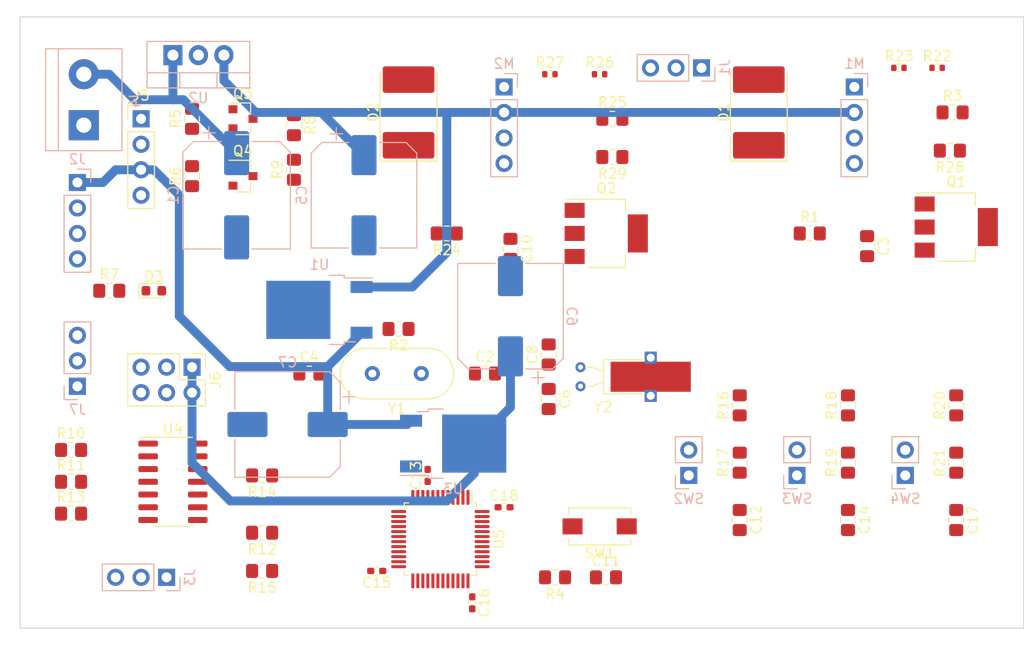
<source format=kicad_pcb>
(kicad_pcb (version 20171130) (host pcbnew "(5.1.10)-1")

  (general
    (thickness 1.6)
    (drawings 5)
    (tracks 36)
    (zones 0)
    (modules 75)
    (nets 81)
  )

  (page A4)
  (layers
    (0 F.Cu signal hide)
    (31 B.Cu signal)
    (32 B.Adhes user hide)
    (33 F.Adhes user hide)
    (34 B.Paste user)
    (35 F.Paste user hide)
    (36 B.SilkS user)
    (37 F.SilkS user hide)
    (38 B.Mask user)
    (39 F.Mask user hide)
    (40 Dwgs.User user hide)
    (41 Cmts.User user hide)
    (42 Eco1.User user hide)
    (43 Eco2.User user hide)
    (44 Edge.Cuts user)
    (45 Margin user hide)
    (46 B.CrtYd user)
    (47 F.CrtYd user hide)
    (48 B.Fab user)
    (49 F.Fab user hide)
  )

  (setup
    (last_trace_width 0.25)
    (trace_clearance 0.2)
    (zone_clearance 0.508)
    (zone_45_only no)
    (trace_min 0.1016)
    (via_size 0.8)
    (via_drill 0.4)
    (via_min_size 0.254)
    (via_min_drill 0.254)
    (uvia_size 0.3)
    (uvia_drill 0.2286)
    (uvias_allowed no)
    (uvia_min_size 0.2032)
    (uvia_min_drill 0.2032)
    (edge_width 0.05)
    (segment_width 0.2)
    (pcb_text_width 0.3)
    (pcb_text_size 1.5 1.5)
    (mod_edge_width 0.12)
    (mod_text_size 1 1)
    (mod_text_width 0.15)
    (pad_size 1.524 1.524)
    (pad_drill 0.762)
    (pad_to_mask_clearance 0)
    (aux_axis_origin 0 0)
    (visible_elements 7FFFFFFF)
    (pcbplotparams
      (layerselection 0x010fc_ffffffff)
      (usegerberextensions false)
      (usegerberattributes true)
      (usegerberadvancedattributes true)
      (creategerberjobfile true)
      (excludeedgelayer true)
      (linewidth 0.100000)
      (plotframeref false)
      (viasonmask false)
      (mode 1)
      (useauxorigin false)
      (hpglpennumber 1)
      (hpglpenspeed 20)
      (hpglpendiameter 15.000000)
      (psnegative false)
      (psa4output false)
      (plotreference true)
      (plotvalue true)
      (plotinvisibletext false)
      (padsonsilk false)
      (subtractmaskfromsilk false)
      (outputformat 1)
      (mirror false)
      (drillshape 1)
      (scaleselection 1)
      (outputdirectory ""))
  )

  (net 0 "")
  (net 1 VIN_DC)
  (net 2 GND)
  (net 3 OSCIN)
  (net 4 "Net-(C2-Pad2)")
  (net 5 "Net-(C3-Pad1)")
  (net 6 OSCOUT)
  (net 7 VDD_12V)
  (net 8 LSE_OSC1)
  (net 9 VDD_5V)
  (net 10 LSE_OSC2)
  (net 11 VDD_3V3)
  (net 12 "Net-(C10-Pad1)")
  (net 13 NRST)
  (net 14 BTN_MODE)
  (net 15 BTN_UP)
  (net 16 BTN_DOWN)
  (net 17 "Net-(D1-Pad2)")
  (net 18 "Net-(D2-Pad2)")
  (net 19 "Net-(D3-Pad1)")
  (net 20 "Net-(DS1-Pad1)")
  (net 21 "Net-(DS1-Pad2)")
  (net 22 "Net-(DS1-Pad3)")
  (net 23 "Net-(DS1-Pad4)")
  (net 24 "Net-(DS1-Pad5)")
  (net 25 "Net-(DS1-Pad6)")
  (net 26 "Net-(DS1-Pad7)")
  (net 27 "Net-(DS1-Pad8)")
  (net 28 "Net-(DS1-Pad9)")
  (net 29 "Net-(DS1-Pad10)")
  (net 30 "Net-(DS1-Pad11)")
  (net 31 "Net-(DS1-Pad12)")
  (net 32 "Net-(DS1-Pad13)")
  (net 33 "Net-(DS1-Pad14)")
  (net 34 "Net-(DS1-Pad15)")
  (net 35 "Net-(DS1-Pad16)")
  (net 36 SWCLK)
  (net 37 SWDIO)
  (net 38 I2C_SDA_5V)
  (net 39 I2C_SCL_5V)
  (net 40 RIGHT_OUT)
  (net 41 LEFT_OUT)
  (net 42 "Net-(J6-Pad3)")
  (net 43 "Net-(J6-Pad4)")
  (net 44 AUDIO_IN_L)
  (net 45 AUDIO_IN_R)
  (net 46 TIM3_CH3)
  (net 47 "Net-(M1-Pad4)")
  (net 48 "Net-(M2-Pad4)")
  (net 49 TIM2_CH2)
  (net 50 I2C_SCL)
  (net 51 I2C_SDA)
  (net 52 TIM4_CH3)
  (net 53 SPI_NSS)
  (net 54 SPI_SCK)
  (net 55 BOOT1)
  (net 56 SPI_MOSI)
  (net 57 SPI_MISO)
  (net 58 BOOT0)
  (net 59 "Net-(R16-Pad1)")
  (net 60 "Net-(R18-Pad1)")
  (net 61 "Net-(R20-Pad1)")
  (net 62 TIM1_CH1)
  (net 63 "Net-(U5-Pad1)")
  (net 64 "Net-(U5-Pad2)")
  (net 65 "Net-(U5-Pad10)")
  (net 66 "Net-(U5-Pad12)")
  (net 67 "Net-(U5-Pad13)")
  (net 68 "Net-(U5-Pad19)")
  (net 69 "Net-(U5-Pad21)")
  (net 70 "Net-(U5-Pad22)")
  (net 71 "Net-(U5-Pad25)")
  (net 72 "Net-(U5-Pad26)")
  (net 73 "Net-(U5-Pad27)")
  (net 74 "Net-(U5-Pad28)")
  (net 75 "Net-(U5-Pad30)")
  (net 76 "Net-(U5-Pad31)")
  (net 77 "Net-(U5-Pad32)")
  (net 78 "Net-(U5-Pad33)")
  (net 79 "Net-(U5-Pad38)")
  (net 80 "Net-(U5-Pad46)")

  (net_class Default "This is the default net class."
    (clearance 0.2)
    (trace_width 0.25)
    (via_dia 0.8)
    (via_drill 0.4)
    (uvia_dia 0.3)
    (uvia_drill 0.2286)
    (add_net AUDIO_IN_L)
    (add_net AUDIO_IN_R)
    (add_net BOOT0)
    (add_net BOOT1)
    (add_net BTN_DOWN)
    (add_net BTN_MODE)
    (add_net BTN_UP)
    (add_net GND)
    (add_net I2C_SCL)
    (add_net I2C_SCL_5V)
    (add_net I2C_SDA)
    (add_net I2C_SDA_5V)
    (add_net LEFT_OUT)
    (add_net LSE_OSC1)
    (add_net LSE_OSC2)
    (add_net NRST)
    (add_net "Net-(C10-Pad1)")
    (add_net "Net-(C2-Pad2)")
    (add_net "Net-(C3-Pad1)")
    (add_net "Net-(D1-Pad2)")
    (add_net "Net-(D2-Pad2)")
    (add_net "Net-(D3-Pad1)")
    (add_net "Net-(DS1-Pad1)")
    (add_net "Net-(DS1-Pad10)")
    (add_net "Net-(DS1-Pad11)")
    (add_net "Net-(DS1-Pad12)")
    (add_net "Net-(DS1-Pad13)")
    (add_net "Net-(DS1-Pad14)")
    (add_net "Net-(DS1-Pad15)")
    (add_net "Net-(DS1-Pad16)")
    (add_net "Net-(DS1-Pad2)")
    (add_net "Net-(DS1-Pad3)")
    (add_net "Net-(DS1-Pad4)")
    (add_net "Net-(DS1-Pad5)")
    (add_net "Net-(DS1-Pad6)")
    (add_net "Net-(DS1-Pad7)")
    (add_net "Net-(DS1-Pad8)")
    (add_net "Net-(DS1-Pad9)")
    (add_net "Net-(J6-Pad3)")
    (add_net "Net-(J6-Pad4)")
    (add_net "Net-(M1-Pad4)")
    (add_net "Net-(M2-Pad4)")
    (add_net "Net-(R16-Pad1)")
    (add_net "Net-(R18-Pad1)")
    (add_net "Net-(R20-Pad1)")
    (add_net "Net-(U5-Pad1)")
    (add_net "Net-(U5-Pad10)")
    (add_net "Net-(U5-Pad12)")
    (add_net "Net-(U5-Pad13)")
    (add_net "Net-(U5-Pad19)")
    (add_net "Net-(U5-Pad2)")
    (add_net "Net-(U5-Pad21)")
    (add_net "Net-(U5-Pad22)")
    (add_net "Net-(U5-Pad25)")
    (add_net "Net-(U5-Pad26)")
    (add_net "Net-(U5-Pad27)")
    (add_net "Net-(U5-Pad28)")
    (add_net "Net-(U5-Pad30)")
    (add_net "Net-(U5-Pad31)")
    (add_net "Net-(U5-Pad32)")
    (add_net "Net-(U5-Pad33)")
    (add_net "Net-(U5-Pad38)")
    (add_net "Net-(U5-Pad46)")
    (add_net OSCIN)
    (add_net OSCOUT)
    (add_net RIGHT_OUT)
    (add_net SPI_MISO)
    (add_net SPI_MOSI)
    (add_net SPI_NSS)
    (add_net SPI_SCK)
    (add_net SWCLK)
    (add_net SWDIO)
    (add_net TIM1_CH1)
    (add_net TIM2_CH2)
    (add_net TIM3_CH3)
    (add_net TIM4_CH3)
    (add_net VDD_12V)
    (add_net VDD_3V3)
    (add_net VDD_5V)
    (add_net VIN_DC)
  )

  (module Resistor_SMD:R_0402_1005Metric_Pad0.72x0.64mm_HandSolder (layer F.Cu) (tedit 5F6BB9E0) (tstamp 61198B00)
    (at 175.26 114.935)
    (descr "Resistor SMD 0402 (1005 Metric), square (rectangular) end terminal, IPC_7351 nominal with elongated pad for handsoldering. (Body size source: IPC-SM-782 page 72, https://www.pcb-3d.com/wordpress/wp-content/uploads/ipc-sm-782a_amendment_1_and_2.pdf), generated with kicad-footprint-generator")
    (tags "resistor handsolder")
    (path /610C98DD)
    (attr smd)
    (fp_text reference C18 (at 0 -1.17) (layer F.SilkS)
      (effects (font (size 1 1) (thickness 0.15)))
    )
    (fp_text value 100n (at 0 1.17) (layer F.Fab)
      (effects (font (size 1 1) (thickness 0.15)))
    )
    (fp_line (start -0.525 0.27) (end -0.525 -0.27) (layer F.Fab) (width 0.1))
    (fp_line (start -0.525 -0.27) (end 0.525 -0.27) (layer F.Fab) (width 0.1))
    (fp_line (start 0.525 -0.27) (end 0.525 0.27) (layer F.Fab) (width 0.1))
    (fp_line (start 0.525 0.27) (end -0.525 0.27) (layer F.Fab) (width 0.1))
    (fp_line (start -0.167621 -0.38) (end 0.167621 -0.38) (layer F.SilkS) (width 0.12))
    (fp_line (start -0.167621 0.38) (end 0.167621 0.38) (layer F.SilkS) (width 0.12))
    (fp_line (start -1.1 0.47) (end -1.1 -0.47) (layer F.CrtYd) (width 0.05))
    (fp_line (start -1.1 -0.47) (end 1.1 -0.47) (layer F.CrtYd) (width 0.05))
    (fp_line (start 1.1 -0.47) (end 1.1 0.47) (layer F.CrtYd) (width 0.05))
    (fp_line (start 1.1 0.47) (end -1.1 0.47) (layer F.CrtYd) (width 0.05))
    (fp_text user %R (at 0 0) (layer F.Fab)
      (effects (font (size 0.26 0.26) (thickness 0.04)))
    )
    (pad 2 smd roundrect (at 0.5975 0) (size 0.715 0.64) (layers F.Cu F.Paste F.Mask) (roundrect_rratio 0.25)
      (net 2 GND))
    (pad 1 smd roundrect (at -0.5975 0) (size 0.715 0.64) (layers F.Cu F.Paste F.Mask) (roundrect_rratio 0.25)
      (net 11 VDD_3V3))
    (model ${KISYS3DMOD}/Resistor_SMD.3dshapes/R_0402_1005Metric.wrl
      (at (xyz 0 0 0))
      (scale (xyz 1 1 1))
      (rotate (xyz 0 0 0))
    )
  )

  (module Resistor_SMD:R_0402_1005Metric_Pad0.72x0.64mm_HandSolder (layer F.Cu) (tedit 5F6BB9E0) (tstamp 61198ADE)
    (at 172.085 124.46 270)
    (descr "Resistor SMD 0402 (1005 Metric), square (rectangular) end terminal, IPC_7351 nominal with elongated pad for handsoldering. (Body size source: IPC-SM-782 page 72, https://www.pcb-3d.com/wordpress/wp-content/uploads/ipc-sm-782a_amendment_1_and_2.pdf), generated with kicad-footprint-generator")
    (tags "resistor handsolder")
    (path /610C936D)
    (attr smd)
    (fp_text reference C16 (at 0 -1.17 90) (layer F.SilkS)
      (effects (font (size 1 1) (thickness 0.15)))
    )
    (fp_text value 100n (at 0 1.17 90) (layer F.Fab)
      (effects (font (size 1 1) (thickness 0.15)))
    )
    (fp_line (start -0.525 0.27) (end -0.525 -0.27) (layer F.Fab) (width 0.1))
    (fp_line (start -0.525 -0.27) (end 0.525 -0.27) (layer F.Fab) (width 0.1))
    (fp_line (start 0.525 -0.27) (end 0.525 0.27) (layer F.Fab) (width 0.1))
    (fp_line (start 0.525 0.27) (end -0.525 0.27) (layer F.Fab) (width 0.1))
    (fp_line (start -0.167621 -0.38) (end 0.167621 -0.38) (layer F.SilkS) (width 0.12))
    (fp_line (start -0.167621 0.38) (end 0.167621 0.38) (layer F.SilkS) (width 0.12))
    (fp_line (start -1.1 0.47) (end -1.1 -0.47) (layer F.CrtYd) (width 0.05))
    (fp_line (start -1.1 -0.47) (end 1.1 -0.47) (layer F.CrtYd) (width 0.05))
    (fp_line (start 1.1 -0.47) (end 1.1 0.47) (layer F.CrtYd) (width 0.05))
    (fp_line (start 1.1 0.47) (end -1.1 0.47) (layer F.CrtYd) (width 0.05))
    (fp_text user %R (at 0 0 90) (layer F.Fab)
      (effects (font (size 0.26 0.26) (thickness 0.04)))
    )
    (pad 2 smd roundrect (at 0.5975 0 270) (size 0.715 0.64) (layers F.Cu F.Paste F.Mask) (roundrect_rratio 0.25)
      (net 2 GND))
    (pad 1 smd roundrect (at -0.5975 0 270) (size 0.715 0.64) (layers F.Cu F.Paste F.Mask) (roundrect_rratio 0.25)
      (net 11 VDD_3V3))
    (model ${KISYS3DMOD}/Resistor_SMD.3dshapes/R_0402_1005Metric.wrl
      (at (xyz 0 0 0))
      (scale (xyz 1 1 1))
      (rotate (xyz 0 0 0))
    )
  )

  (module Resistor_SMD:R_0402_1005Metric_Pad0.72x0.64mm_HandSolder (layer F.Cu) (tedit 5F6BB9E0) (tstamp 61198ACD)
    (at 162.56 121.285 180)
    (descr "Resistor SMD 0402 (1005 Metric), square (rectangular) end terminal, IPC_7351 nominal with elongated pad for handsoldering. (Body size source: IPC-SM-782 page 72, https://www.pcb-3d.com/wordpress/wp-content/uploads/ipc-sm-782a_amendment_1_and_2.pdf), generated with kicad-footprint-generator")
    (tags "resistor handsolder")
    (path /6115528B)
    (attr smd)
    (fp_text reference C15 (at 0 -1.17) (layer F.SilkS)
      (effects (font (size 1 1) (thickness 0.15)))
    )
    (fp_text value 100n (at 0 1.17) (layer F.Fab)
      (effects (font (size 1 1) (thickness 0.15)))
    )
    (fp_line (start -0.525 0.27) (end -0.525 -0.27) (layer F.Fab) (width 0.1))
    (fp_line (start -0.525 -0.27) (end 0.525 -0.27) (layer F.Fab) (width 0.1))
    (fp_line (start 0.525 -0.27) (end 0.525 0.27) (layer F.Fab) (width 0.1))
    (fp_line (start 0.525 0.27) (end -0.525 0.27) (layer F.Fab) (width 0.1))
    (fp_line (start -0.167621 -0.38) (end 0.167621 -0.38) (layer F.SilkS) (width 0.12))
    (fp_line (start -0.167621 0.38) (end 0.167621 0.38) (layer F.SilkS) (width 0.12))
    (fp_line (start -1.1 0.47) (end -1.1 -0.47) (layer F.CrtYd) (width 0.05))
    (fp_line (start -1.1 -0.47) (end 1.1 -0.47) (layer F.CrtYd) (width 0.05))
    (fp_line (start 1.1 -0.47) (end 1.1 0.47) (layer F.CrtYd) (width 0.05))
    (fp_line (start 1.1 0.47) (end -1.1 0.47) (layer F.CrtYd) (width 0.05))
    (fp_text user %R (at 0 0) (layer F.Fab)
      (effects (font (size 0.26 0.26) (thickness 0.04)))
    )
    (pad 2 smd roundrect (at 0.5975 0 180) (size 0.715 0.64) (layers F.Cu F.Paste F.Mask) (roundrect_rratio 0.25)
      (net 2 GND))
    (pad 1 smd roundrect (at -0.5975 0 180) (size 0.715 0.64) (layers F.Cu F.Paste F.Mask) (roundrect_rratio 0.25)
      (net 11 VDD_3V3))
    (model ${KISYS3DMOD}/Resistor_SMD.3dshapes/R_0402_1005Metric.wrl
      (at (xyz 0 0 0))
      (scale (xyz 1 1 1))
      (rotate (xyz 0 0 0))
    )
  )

  (module Resistor_SMD:R_0402_1005Metric_Pad0.72x0.64mm_HandSolder (layer F.Cu) (tedit 5F6BB9E0) (tstamp 61198AAB)
    (at 167.64 111.76 90)
    (descr "Resistor SMD 0402 (1005 Metric), square (rectangular) end terminal, IPC_7351 nominal with elongated pad for handsoldering. (Body size source: IPC-SM-782 page 72, https://www.pcb-3d.com/wordpress/wp-content/uploads/ipc-sm-782a_amendment_1_and_2.pdf), generated with kicad-footprint-generator")
    (tags "resistor handsolder")
    (path /61155285)
    (attr smd)
    (fp_text reference C13 (at 0 -1.17 90) (layer F.SilkS)
      (effects (font (size 1 1) (thickness 0.15)))
    )
    (fp_text value 100n (at 0 1.17 90) (layer F.Fab)
      (effects (font (size 1 1) (thickness 0.15)))
    )
    (fp_line (start -0.525 0.27) (end -0.525 -0.27) (layer F.Fab) (width 0.1))
    (fp_line (start -0.525 -0.27) (end 0.525 -0.27) (layer F.Fab) (width 0.1))
    (fp_line (start 0.525 -0.27) (end 0.525 0.27) (layer F.Fab) (width 0.1))
    (fp_line (start 0.525 0.27) (end -0.525 0.27) (layer F.Fab) (width 0.1))
    (fp_line (start -0.167621 -0.38) (end 0.167621 -0.38) (layer F.SilkS) (width 0.12))
    (fp_line (start -0.167621 0.38) (end 0.167621 0.38) (layer F.SilkS) (width 0.12))
    (fp_line (start -1.1 0.47) (end -1.1 -0.47) (layer F.CrtYd) (width 0.05))
    (fp_line (start -1.1 -0.47) (end 1.1 -0.47) (layer F.CrtYd) (width 0.05))
    (fp_line (start 1.1 -0.47) (end 1.1 0.47) (layer F.CrtYd) (width 0.05))
    (fp_line (start 1.1 0.47) (end -1.1 0.47) (layer F.CrtYd) (width 0.05))
    (fp_text user %R (at 0 0 90) (layer F.Fab)
      (effects (font (size 0.26 0.26) (thickness 0.04)))
    )
    (pad 2 smd roundrect (at 0.5975 0 90) (size 0.715 0.64) (layers F.Cu F.Paste F.Mask) (roundrect_rratio 0.25)
      (net 2 GND))
    (pad 1 smd roundrect (at -0.5975 0 90) (size 0.715 0.64) (layers F.Cu F.Paste F.Mask) (roundrect_rratio 0.25)
      (net 11 VDD_3V3))
    (model ${KISYS3DMOD}/Resistor_SMD.3dshapes/R_0402_1005Metric.wrl
      (at (xyz 0 0 0))
      (scale (xyz 1 1 1))
      (rotate (xyz 0 0 0))
    )
  )

  (module Connector_PinHeader_2.54mm:PinHeader_1x03_P2.54mm_Vertical (layer B.Cu) (tedit 59FED5CC) (tstamp 61198BB4)
    (at 141.605 121.92 90)
    (descr "Through hole straight pin header, 1x03, 2.54mm pitch, single row")
    (tags "Through hole pin header THT 1x03 2.54mm single row")
    (path /6131EF38)
    (fp_text reference J3 (at 0 2.33 90) (layer B.SilkS)
      (effects (font (size 1 1) (thickness 0.15)) (justify mirror))
    )
    (fp_text value Conn_01x03_Male (at 0 -7.41 90) (layer B.Fab)
      (effects (font (size 1 1) (thickness 0.15)) (justify mirror))
    )
    (fp_line (start -0.635 1.27) (end 1.27 1.27) (layer B.Fab) (width 0.1))
    (fp_line (start 1.27 1.27) (end 1.27 -6.35) (layer B.Fab) (width 0.1))
    (fp_line (start 1.27 -6.35) (end -1.27 -6.35) (layer B.Fab) (width 0.1))
    (fp_line (start -1.27 -6.35) (end -1.27 0.635) (layer B.Fab) (width 0.1))
    (fp_line (start -1.27 0.635) (end -0.635 1.27) (layer B.Fab) (width 0.1))
    (fp_line (start -1.33 -6.41) (end 1.33 -6.41) (layer B.SilkS) (width 0.12))
    (fp_line (start -1.33 -1.27) (end -1.33 -6.41) (layer B.SilkS) (width 0.12))
    (fp_line (start 1.33 -1.27) (end 1.33 -6.41) (layer B.SilkS) (width 0.12))
    (fp_line (start -1.33 -1.27) (end 1.33 -1.27) (layer B.SilkS) (width 0.12))
    (fp_line (start -1.33 0) (end -1.33 1.33) (layer B.SilkS) (width 0.12))
    (fp_line (start -1.33 1.33) (end 0 1.33) (layer B.SilkS) (width 0.12))
    (fp_line (start -1.8 1.8) (end -1.8 -6.85) (layer B.CrtYd) (width 0.05))
    (fp_line (start -1.8 -6.85) (end 1.8 -6.85) (layer B.CrtYd) (width 0.05))
    (fp_line (start 1.8 -6.85) (end 1.8 1.8) (layer B.CrtYd) (width 0.05))
    (fp_line (start 1.8 1.8) (end -1.8 1.8) (layer B.CrtYd) (width 0.05))
    (fp_text user %R (at 0 -2.54 180) (layer B.Fab)
      (effects (font (size 1 1) (thickness 0.15)) (justify mirror))
    )
    (pad 3 thru_hole oval (at 0 -5.08 90) (size 1.7 1.7) (drill 1) (layers *.Cu *.Mask)
      (net 41 LEFT_OUT))
    (pad 2 thru_hole oval (at 0 -2.54 90) (size 1.7 1.7) (drill 1) (layers *.Cu *.Mask)
      (net 2 GND))
    (pad 1 thru_hole rect (at 0 0 90) (size 1.7 1.7) (drill 1) (layers *.Cu *.Mask)
      (net 40 RIGHT_OUT))
    (model ${KISYS3DMOD}/Connector_PinHeader_2.54mm.3dshapes/PinHeader_1x03_P2.54mm_Vertical.wrl
      (at (xyz 0 0 0))
      (scale (xyz 1 1 1))
      (rotate (xyz 0 0 0))
    )
  )

  (module Capacitor_SMD:CP_Elec_10x10 (layer B.Cu) (tedit 5BCA39D1) (tstamp 61198A67)
    (at 175.895 95.885 90)
    (descr "SMD capacitor, aluminum electrolytic, Nichicon, 10.0x10.0mm")
    (tags "capacitor electrolytic")
    (path /611D2172)
    (attr smd)
    (fp_text reference C9 (at 0 6.2 270) (layer B.SilkS)
      (effects (font (size 1 1) (thickness 0.15)) (justify mirror))
    )
    (fp_text value 10u (at 0 -6.2 270) (layer B.Fab)
      (effects (font (size 1 1) (thickness 0.15)) (justify mirror))
    )
    (fp_circle (center 0 0) (end 5 0) (layer B.Fab) (width 0.1))
    (fp_line (start 5.15 5.15) (end 5.15 -5.15) (layer B.Fab) (width 0.1))
    (fp_line (start -4.15 5.15) (end 5.15 5.15) (layer B.Fab) (width 0.1))
    (fp_line (start -4.15 -5.15) (end 5.15 -5.15) (layer B.Fab) (width 0.1))
    (fp_line (start -5.15 4.15) (end -5.15 -4.15) (layer B.Fab) (width 0.1))
    (fp_line (start -5.15 4.15) (end -4.15 5.15) (layer B.Fab) (width 0.1))
    (fp_line (start -5.15 -4.15) (end -4.15 -5.15) (layer B.Fab) (width 0.1))
    (fp_line (start -4.558325 1.7) (end -3.558325 1.7) (layer B.Fab) (width 0.1))
    (fp_line (start -4.058325 2.2) (end -4.058325 1.2) (layer B.Fab) (width 0.1))
    (fp_line (start 5.26 -5.26) (end 5.26 -1.51) (layer B.SilkS) (width 0.12))
    (fp_line (start 5.26 5.26) (end 5.26 1.51) (layer B.SilkS) (width 0.12))
    (fp_line (start -4.195563 5.26) (end 5.26 5.26) (layer B.SilkS) (width 0.12))
    (fp_line (start -4.195563 -5.26) (end 5.26 -5.26) (layer B.SilkS) (width 0.12))
    (fp_line (start -5.26 -4.195563) (end -5.26 -1.51) (layer B.SilkS) (width 0.12))
    (fp_line (start -5.26 4.195563) (end -5.26 1.51) (layer B.SilkS) (width 0.12))
    (fp_line (start -5.26 4.195563) (end -4.195563 5.26) (layer B.SilkS) (width 0.12))
    (fp_line (start -5.26 -4.195563) (end -4.195563 -5.26) (layer B.SilkS) (width 0.12))
    (fp_line (start -6.75 2.76) (end -5.5 2.76) (layer B.SilkS) (width 0.12))
    (fp_line (start -6.125 3.385) (end -6.125 2.135) (layer B.SilkS) (width 0.12))
    (fp_line (start 5.4 5.4) (end 5.4 1.5) (layer B.CrtYd) (width 0.05))
    (fp_line (start 5.4 1.5) (end 6.25 1.5) (layer B.CrtYd) (width 0.05))
    (fp_line (start 6.25 1.5) (end 6.25 -1.5) (layer B.CrtYd) (width 0.05))
    (fp_line (start 6.25 -1.5) (end 5.4 -1.5) (layer B.CrtYd) (width 0.05))
    (fp_line (start 5.4 -1.5) (end 5.4 -5.4) (layer B.CrtYd) (width 0.05))
    (fp_line (start -4.25 -5.4) (end 5.4 -5.4) (layer B.CrtYd) (width 0.05))
    (fp_line (start -4.25 5.4) (end 5.4 5.4) (layer B.CrtYd) (width 0.05))
    (fp_line (start -5.4 -4.25) (end -4.25 -5.4) (layer B.CrtYd) (width 0.05))
    (fp_line (start -5.4 4.25) (end -4.25 5.4) (layer B.CrtYd) (width 0.05))
    (fp_line (start -5.4 4.25) (end -5.4 1.5) (layer B.CrtYd) (width 0.05))
    (fp_line (start -5.4 -1.5) (end -5.4 -4.25) (layer B.CrtYd) (width 0.05))
    (fp_line (start -5.4 1.5) (end -6.25 1.5) (layer B.CrtYd) (width 0.05))
    (fp_line (start -6.25 1.5) (end -6.25 -1.5) (layer B.CrtYd) (width 0.05))
    (fp_line (start -6.25 -1.5) (end -5.4 -1.5) (layer B.CrtYd) (width 0.05))
    (fp_text user %R (at 0 0 270) (layer B.Fab)
      (effects (font (size 1 1) (thickness 0.15)) (justify mirror))
    )
    (pad 2 smd roundrect (at 4 0 90) (size 4 2.5) (layers B.Cu B.Paste B.Mask) (roundrect_rratio 0.1)
      (net 2 GND))
    (pad 1 smd roundrect (at -4 0 90) (size 4 2.5) (layers B.Cu B.Paste B.Mask) (roundrect_rratio 0.1)
      (net 11 VDD_3V3))
    (model ${KISYS3DMOD}/Capacitor_SMD.3dshapes/CP_Elec_10x10.wrl
      (at (xyz 0 0 0))
      (scale (xyz 1 1 1))
      (rotate (xyz 0 0 0))
    )
  )

  (module Capacitor_SMD:CP_Elec_10x10 (layer B.Cu) (tedit 5BCA39D1) (tstamp 61198A45)
    (at 153.67 106.68 180)
    (descr "SMD capacitor, aluminum electrolytic, Nichicon, 10.0x10.0mm")
    (tags "capacitor electrolytic")
    (path /6114C7D6)
    (attr smd)
    (fp_text reference C7 (at 0 6.2 180) (layer B.SilkS)
      (effects (font (size 1 1) (thickness 0.15)) (justify mirror))
    )
    (fp_text value 220n (at 0 -6.2 180) (layer B.Fab)
      (effects (font (size 1 1) (thickness 0.15)) (justify mirror))
    )
    (fp_circle (center 0 0) (end 5 0) (layer B.Fab) (width 0.1))
    (fp_line (start 5.15 5.15) (end 5.15 -5.15) (layer B.Fab) (width 0.1))
    (fp_line (start -4.15 5.15) (end 5.15 5.15) (layer B.Fab) (width 0.1))
    (fp_line (start -4.15 -5.15) (end 5.15 -5.15) (layer B.Fab) (width 0.1))
    (fp_line (start -5.15 4.15) (end -5.15 -4.15) (layer B.Fab) (width 0.1))
    (fp_line (start -5.15 4.15) (end -4.15 5.15) (layer B.Fab) (width 0.1))
    (fp_line (start -5.15 -4.15) (end -4.15 -5.15) (layer B.Fab) (width 0.1))
    (fp_line (start -4.558325 1.7) (end -3.558325 1.7) (layer B.Fab) (width 0.1))
    (fp_line (start -4.058325 2.2) (end -4.058325 1.2) (layer B.Fab) (width 0.1))
    (fp_line (start 5.26 -5.26) (end 5.26 -1.51) (layer B.SilkS) (width 0.12))
    (fp_line (start 5.26 5.26) (end 5.26 1.51) (layer B.SilkS) (width 0.12))
    (fp_line (start -4.195563 5.26) (end 5.26 5.26) (layer B.SilkS) (width 0.12))
    (fp_line (start -4.195563 -5.26) (end 5.26 -5.26) (layer B.SilkS) (width 0.12))
    (fp_line (start -5.26 -4.195563) (end -5.26 -1.51) (layer B.SilkS) (width 0.12))
    (fp_line (start -5.26 4.195563) (end -5.26 1.51) (layer B.SilkS) (width 0.12))
    (fp_line (start -5.26 4.195563) (end -4.195563 5.26) (layer B.SilkS) (width 0.12))
    (fp_line (start -5.26 -4.195563) (end -4.195563 -5.26) (layer B.SilkS) (width 0.12))
    (fp_line (start -6.75 2.76) (end -5.5 2.76) (layer B.SilkS) (width 0.12))
    (fp_line (start -6.125 3.385) (end -6.125 2.135) (layer B.SilkS) (width 0.12))
    (fp_line (start 5.4 5.4) (end 5.4 1.5) (layer B.CrtYd) (width 0.05))
    (fp_line (start 5.4 1.5) (end 6.25 1.5) (layer B.CrtYd) (width 0.05))
    (fp_line (start 6.25 1.5) (end 6.25 -1.5) (layer B.CrtYd) (width 0.05))
    (fp_line (start 6.25 -1.5) (end 5.4 -1.5) (layer B.CrtYd) (width 0.05))
    (fp_line (start 5.4 -1.5) (end 5.4 -5.4) (layer B.CrtYd) (width 0.05))
    (fp_line (start -4.25 -5.4) (end 5.4 -5.4) (layer B.CrtYd) (width 0.05))
    (fp_line (start -4.25 5.4) (end 5.4 5.4) (layer B.CrtYd) (width 0.05))
    (fp_line (start -5.4 -4.25) (end -4.25 -5.4) (layer B.CrtYd) (width 0.05))
    (fp_line (start -5.4 4.25) (end -4.25 5.4) (layer B.CrtYd) (width 0.05))
    (fp_line (start -5.4 4.25) (end -5.4 1.5) (layer B.CrtYd) (width 0.05))
    (fp_line (start -5.4 -1.5) (end -5.4 -4.25) (layer B.CrtYd) (width 0.05))
    (fp_line (start -5.4 1.5) (end -6.25 1.5) (layer B.CrtYd) (width 0.05))
    (fp_line (start -6.25 1.5) (end -6.25 -1.5) (layer B.CrtYd) (width 0.05))
    (fp_line (start -6.25 -1.5) (end -5.4 -1.5) (layer B.CrtYd) (width 0.05))
    (fp_text user %R (at 0 0 180) (layer B.Fab)
      (effects (font (size 1 1) (thickness 0.15)) (justify mirror))
    )
    (pad 2 smd roundrect (at 4 0 180) (size 4 2.5) (layers B.Cu B.Paste B.Mask) (roundrect_rratio 0.1)
      (net 2 GND))
    (pad 1 smd roundrect (at -4 0 180) (size 4 2.5) (layers B.Cu B.Paste B.Mask) (roundrect_rratio 0.1)
      (net 9 VDD_5V))
    (model ${KISYS3DMOD}/Capacitor_SMD.3dshapes/CP_Elec_10x10.wrl
      (at (xyz 0 0 0))
      (scale (xyz 1 1 1))
      (rotate (xyz 0 0 0))
    )
  )

  (module Capacitor_SMD:CP_Elec_10x10 (layer B.Cu) (tedit 5BCA39D1) (tstamp 61198A23)
    (at 161.29 83.82 270)
    (descr "SMD capacitor, aluminum electrolytic, Nichicon, 10.0x10.0mm")
    (tags "capacitor electrolytic")
    (path /61165420)
    (attr smd)
    (fp_text reference C5 (at 0 6.2 270) (layer B.SilkS)
      (effects (font (size 1 1) (thickness 0.15)) (justify mirror))
    )
    (fp_text value 220n (at 0 -6.2 270) (layer B.Fab)
      (effects (font (size 1 1) (thickness 0.15)) (justify mirror))
    )
    (fp_circle (center 0 0) (end 5 0) (layer B.Fab) (width 0.1))
    (fp_line (start 5.15 5.15) (end 5.15 -5.15) (layer B.Fab) (width 0.1))
    (fp_line (start -4.15 5.15) (end 5.15 5.15) (layer B.Fab) (width 0.1))
    (fp_line (start -4.15 -5.15) (end 5.15 -5.15) (layer B.Fab) (width 0.1))
    (fp_line (start -5.15 4.15) (end -5.15 -4.15) (layer B.Fab) (width 0.1))
    (fp_line (start -5.15 4.15) (end -4.15 5.15) (layer B.Fab) (width 0.1))
    (fp_line (start -5.15 -4.15) (end -4.15 -5.15) (layer B.Fab) (width 0.1))
    (fp_line (start -4.558325 1.7) (end -3.558325 1.7) (layer B.Fab) (width 0.1))
    (fp_line (start -4.058325 2.2) (end -4.058325 1.2) (layer B.Fab) (width 0.1))
    (fp_line (start 5.26 -5.26) (end 5.26 -1.51) (layer B.SilkS) (width 0.12))
    (fp_line (start 5.26 5.26) (end 5.26 1.51) (layer B.SilkS) (width 0.12))
    (fp_line (start -4.195563 5.26) (end 5.26 5.26) (layer B.SilkS) (width 0.12))
    (fp_line (start -4.195563 -5.26) (end 5.26 -5.26) (layer B.SilkS) (width 0.12))
    (fp_line (start -5.26 -4.195563) (end -5.26 -1.51) (layer B.SilkS) (width 0.12))
    (fp_line (start -5.26 4.195563) (end -5.26 1.51) (layer B.SilkS) (width 0.12))
    (fp_line (start -5.26 4.195563) (end -4.195563 5.26) (layer B.SilkS) (width 0.12))
    (fp_line (start -5.26 -4.195563) (end -4.195563 -5.26) (layer B.SilkS) (width 0.12))
    (fp_line (start -6.75 2.76) (end -5.5 2.76) (layer B.SilkS) (width 0.12))
    (fp_line (start -6.125 3.385) (end -6.125 2.135) (layer B.SilkS) (width 0.12))
    (fp_line (start 5.4 5.4) (end 5.4 1.5) (layer B.CrtYd) (width 0.05))
    (fp_line (start 5.4 1.5) (end 6.25 1.5) (layer B.CrtYd) (width 0.05))
    (fp_line (start 6.25 1.5) (end 6.25 -1.5) (layer B.CrtYd) (width 0.05))
    (fp_line (start 6.25 -1.5) (end 5.4 -1.5) (layer B.CrtYd) (width 0.05))
    (fp_line (start 5.4 -1.5) (end 5.4 -5.4) (layer B.CrtYd) (width 0.05))
    (fp_line (start -4.25 -5.4) (end 5.4 -5.4) (layer B.CrtYd) (width 0.05))
    (fp_line (start -4.25 5.4) (end 5.4 5.4) (layer B.CrtYd) (width 0.05))
    (fp_line (start -5.4 -4.25) (end -4.25 -5.4) (layer B.CrtYd) (width 0.05))
    (fp_line (start -5.4 4.25) (end -4.25 5.4) (layer B.CrtYd) (width 0.05))
    (fp_line (start -5.4 4.25) (end -5.4 1.5) (layer B.CrtYd) (width 0.05))
    (fp_line (start -5.4 -1.5) (end -5.4 -4.25) (layer B.CrtYd) (width 0.05))
    (fp_line (start -5.4 1.5) (end -6.25 1.5) (layer B.CrtYd) (width 0.05))
    (fp_line (start -6.25 1.5) (end -6.25 -1.5) (layer B.CrtYd) (width 0.05))
    (fp_line (start -6.25 -1.5) (end -5.4 -1.5) (layer B.CrtYd) (width 0.05))
    (fp_text user %R (at 0 0 270) (layer B.Fab)
      (effects (font (size 1 1) (thickness 0.15)) (justify mirror))
    )
    (pad 2 smd roundrect (at 4 0 270) (size 4 2.5) (layers B.Cu B.Paste B.Mask) (roundrect_rratio 0.1)
      (net 2 GND))
    (pad 1 smd roundrect (at -4 0 270) (size 4 2.5) (layers B.Cu B.Paste B.Mask) (roundrect_rratio 0.1)
      (net 7 VDD_12V))
    (model ${KISYS3DMOD}/Capacitor_SMD.3dshapes/CP_Elec_10x10.wrl
      (at (xyz 0 0 0))
      (scale (xyz 1 1 1))
      (rotate (xyz 0 0 0))
    )
  )

  (module Capacitor_SMD:CP_Elec_10x12.5 (layer B.Cu) (tedit 5BCA39D1) (tstamp 611989DF)
    (at 148.59 83.82 270)
    (descr "SMD capacitor, aluminum electrolytic, Vishay 1012, 10.0x12.5mm, http://www.vishay.com/docs/28395/150crz.pdf")
    (tags "capacitor electrolytic")
    (path /6113359B)
    (attr smd)
    (fp_text reference C1 (at 0 6.3 90) (layer B.SilkS)
      (effects (font (size 1 1) (thickness 0.15)) (justify mirror))
    )
    (fp_text value 1u (at 0 -6.3 90) (layer B.Fab)
      (effects (font (size 1 1) (thickness 0.15)) (justify mirror))
    )
    (fp_circle (center 0 0) (end 5 0) (layer B.Fab) (width 0.1))
    (fp_line (start 5.25 5.25) (end 5.25 -5.25) (layer B.Fab) (width 0.1))
    (fp_line (start -4.25 5.25) (end 5.25 5.25) (layer B.Fab) (width 0.1))
    (fp_line (start -4.25 -5.25) (end 5.25 -5.25) (layer B.Fab) (width 0.1))
    (fp_line (start -5.25 4.25) (end -5.25 -4.25) (layer B.Fab) (width 0.1))
    (fp_line (start -5.25 4.25) (end -4.25 5.25) (layer B.Fab) (width 0.1))
    (fp_line (start -5.25 -4.25) (end -4.25 -5.25) (layer B.Fab) (width 0.1))
    (fp_line (start -4.558325 1.7) (end -3.558325 1.7) (layer B.Fab) (width 0.1))
    (fp_line (start -4.058325 2.2) (end -4.058325 1.2) (layer B.Fab) (width 0.1))
    (fp_line (start 5.36 -5.36) (end 5.36 -1.51) (layer B.SilkS) (width 0.12))
    (fp_line (start 5.36 5.36) (end 5.36 1.51) (layer B.SilkS) (width 0.12))
    (fp_line (start -4.295563 5.36) (end 5.36 5.36) (layer B.SilkS) (width 0.12))
    (fp_line (start -4.295563 -5.36) (end 5.36 -5.36) (layer B.SilkS) (width 0.12))
    (fp_line (start -5.36 -4.295563) (end -5.36 -1.51) (layer B.SilkS) (width 0.12))
    (fp_line (start -5.36 4.295563) (end -5.36 1.51) (layer B.SilkS) (width 0.12))
    (fp_line (start -5.36 4.295563) (end -4.295563 5.36) (layer B.SilkS) (width 0.12))
    (fp_line (start -5.36 -4.295563) (end -4.295563 -5.36) (layer B.SilkS) (width 0.12))
    (fp_line (start -6.85 2.76) (end -5.6 2.76) (layer B.SilkS) (width 0.12))
    (fp_line (start -6.225 3.385) (end -6.225 2.135) (layer B.SilkS) (width 0.12))
    (fp_line (start 5.5 5.5) (end 5.5 1.5) (layer B.CrtYd) (width 0.05))
    (fp_line (start 5.5 1.5) (end 6.65 1.5) (layer B.CrtYd) (width 0.05))
    (fp_line (start 6.65 1.5) (end 6.65 -1.5) (layer B.CrtYd) (width 0.05))
    (fp_line (start 6.65 -1.5) (end 5.5 -1.5) (layer B.CrtYd) (width 0.05))
    (fp_line (start 5.5 -1.5) (end 5.5 -5.5) (layer B.CrtYd) (width 0.05))
    (fp_line (start -4.35 -5.5) (end 5.5 -5.5) (layer B.CrtYd) (width 0.05))
    (fp_line (start -4.35 5.5) (end 5.5 5.5) (layer B.CrtYd) (width 0.05))
    (fp_line (start -5.5 -4.35) (end -4.35 -5.5) (layer B.CrtYd) (width 0.05))
    (fp_line (start -5.5 4.35) (end -4.35 5.5) (layer B.CrtYd) (width 0.05))
    (fp_line (start -5.5 4.35) (end -5.5 1.5) (layer B.CrtYd) (width 0.05))
    (fp_line (start -5.5 -1.5) (end -5.5 -4.35) (layer B.CrtYd) (width 0.05))
    (fp_line (start -5.5 1.5) (end -6.65 1.5) (layer B.CrtYd) (width 0.05))
    (fp_line (start -6.65 1.5) (end -6.65 -1.5) (layer B.CrtYd) (width 0.05))
    (fp_line (start -6.65 -1.5) (end -5.5 -1.5) (layer B.CrtYd) (width 0.05))
    (fp_text user %R (at 0 0 90) (layer B.Fab)
      (effects (font (size 1 1) (thickness 0.15)) (justify mirror))
    )
    (pad 2 smd roundrect (at 4.2 0 270) (size 4.4 2.5) (layers B.Cu B.Paste B.Mask) (roundrect_rratio 0.1)
      (net 2 GND))
    (pad 1 smd roundrect (at -4.2 0 270) (size 4.4 2.5) (layers B.Cu B.Paste B.Mask) (roundrect_rratio 0.1)
      (net 1 VIN_DC))
    (model ${KISYS3DMOD}/Capacitor_SMD.3dshapes/CP_Elec_10x12.5.wrl
      (at (xyz 0 0 0))
      (scale (xyz 1 1 1))
      (rotate (xyz 0 0 0))
    )
  )

  (module Resistor_SMD:R_0805_2012Metric_Pad1.20x1.40mm_HandSolder (layer F.Cu) (tedit 5F68FEEE) (tstamp 611989F0)
    (at 173.355 101.6)
    (descr "Resistor SMD 0805 (2012 Metric), square (rectangular) end terminal, IPC_7351 nominal with elongated pad for handsoldering. (Body size source: IPC-SM-782 page 72, https://www.pcb-3d.com/wordpress/wp-content/uploads/ipc-sm-782a_amendment_1_and_2.pdf), generated with kicad-footprint-generator")
    (tags "resistor handsolder")
    (path /610D9911)
    (attr smd)
    (fp_text reference C2 (at 0 -1.65) (layer F.SilkS)
      (effects (font (size 1 1) (thickness 0.15)))
    )
    (fp_text value 20p (at 0 1.65) (layer F.Fab)
      (effects (font (size 1 1) (thickness 0.15)))
    )
    (fp_line (start 1.85 0.95) (end -1.85 0.95) (layer F.CrtYd) (width 0.05))
    (fp_line (start 1.85 -0.95) (end 1.85 0.95) (layer F.CrtYd) (width 0.05))
    (fp_line (start -1.85 -0.95) (end 1.85 -0.95) (layer F.CrtYd) (width 0.05))
    (fp_line (start -1.85 0.95) (end -1.85 -0.95) (layer F.CrtYd) (width 0.05))
    (fp_line (start -0.227064 0.735) (end 0.227064 0.735) (layer F.SilkS) (width 0.12))
    (fp_line (start -0.227064 -0.735) (end 0.227064 -0.735) (layer F.SilkS) (width 0.12))
    (fp_line (start 1 0.625) (end -1 0.625) (layer F.Fab) (width 0.1))
    (fp_line (start 1 -0.625) (end 1 0.625) (layer F.Fab) (width 0.1))
    (fp_line (start -1 -0.625) (end 1 -0.625) (layer F.Fab) (width 0.1))
    (fp_line (start -1 0.625) (end -1 -0.625) (layer F.Fab) (width 0.1))
    (fp_text user %R (at 0 0) (layer F.Fab)
      (effects (font (size 0.5 0.5) (thickness 0.08)))
    )
    (pad 1 smd roundrect (at -1 0) (size 1.2 1.4) (layers F.Cu F.Paste F.Mask) (roundrect_rratio 0.208333)
      (net 3 OSCIN))
    (pad 2 smd roundrect (at 1 0) (size 1.2 1.4) (layers F.Cu F.Paste F.Mask) (roundrect_rratio 0.208333)
      (net 4 "Net-(C2-Pad2)"))
    (model ${KISYS3DMOD}/Resistor_SMD.3dshapes/R_0805_2012Metric.wrl
      (at (xyz 0 0 0))
      (scale (xyz 1 1 1))
      (rotate (xyz 0 0 0))
    )
  )

  (module Resistor_SMD:R_0805_2012Metric_Pad1.20x1.40mm_HandSolder (layer F.Cu) (tedit 5F68FEEE) (tstamp 61198A01)
    (at 211.455 88.9 270)
    (descr "Resistor SMD 0805 (2012 Metric), square (rectangular) end terminal, IPC_7351 nominal with elongated pad for handsoldering. (Body size source: IPC-SM-782 page 72, https://www.pcb-3d.com/wordpress/wp-content/uploads/ipc-sm-782a_amendment_1_and_2.pdf), generated with kicad-footprint-generator")
    (tags "resistor handsolder")
    (path /6125230A)
    (attr smd)
    (fp_text reference C3 (at 0 -1.65 90) (layer F.SilkS)
      (effects (font (size 1 1) (thickness 0.15)))
    )
    (fp_text value 100n (at 0 1.65 90) (layer F.Fab)
      (effects (font (size 1 1) (thickness 0.15)))
    )
    (fp_line (start -1 0.625) (end -1 -0.625) (layer F.Fab) (width 0.1))
    (fp_line (start -1 -0.625) (end 1 -0.625) (layer F.Fab) (width 0.1))
    (fp_line (start 1 -0.625) (end 1 0.625) (layer F.Fab) (width 0.1))
    (fp_line (start 1 0.625) (end -1 0.625) (layer F.Fab) (width 0.1))
    (fp_line (start -0.227064 -0.735) (end 0.227064 -0.735) (layer F.SilkS) (width 0.12))
    (fp_line (start -0.227064 0.735) (end 0.227064 0.735) (layer F.SilkS) (width 0.12))
    (fp_line (start -1.85 0.95) (end -1.85 -0.95) (layer F.CrtYd) (width 0.05))
    (fp_line (start -1.85 -0.95) (end 1.85 -0.95) (layer F.CrtYd) (width 0.05))
    (fp_line (start 1.85 -0.95) (end 1.85 0.95) (layer F.CrtYd) (width 0.05))
    (fp_line (start 1.85 0.95) (end -1.85 0.95) (layer F.CrtYd) (width 0.05))
    (fp_text user %R (at 0 0 90) (layer F.Fab)
      (effects (font (size 0.5 0.5) (thickness 0.08)))
    )
    (pad 2 smd roundrect (at 1 0 270) (size 1.2 1.4) (layers F.Cu F.Paste F.Mask) (roundrect_rratio 0.208333)
      (net 2 GND))
    (pad 1 smd roundrect (at -1 0 270) (size 1.2 1.4) (layers F.Cu F.Paste F.Mask) (roundrect_rratio 0.208333)
      (net 5 "Net-(C3-Pad1)"))
    (model ${KISYS3DMOD}/Resistor_SMD.3dshapes/R_0805_2012Metric.wrl
      (at (xyz 0 0 0))
      (scale (xyz 1 1 1))
      (rotate (xyz 0 0 0))
    )
  )

  (module Resistor_SMD:R_0805_2012Metric_Pad1.20x1.40mm_HandSolder (layer F.Cu) (tedit 5F68FEEE) (tstamp 61198A12)
    (at 155.845 101.6)
    (descr "Resistor SMD 0805 (2012 Metric), square (rectangular) end terminal, IPC_7351 nominal with elongated pad for handsoldering. (Body size source: IPC-SM-782 page 72, https://www.pcb-3d.com/wordpress/wp-content/uploads/ipc-sm-782a_amendment_1_and_2.pdf), generated with kicad-footprint-generator")
    (tags "resistor handsolder")
    (path /610DB63E)
    (attr smd)
    (fp_text reference C4 (at 0 -1.65) (layer F.SilkS)
      (effects (font (size 1 1) (thickness 0.15)))
    )
    (fp_text value 20p (at 0 1.65) (layer F.Fab)
      (effects (font (size 1 1) (thickness 0.15)))
    )
    (fp_line (start -1 0.625) (end -1 -0.625) (layer F.Fab) (width 0.1))
    (fp_line (start -1 -0.625) (end 1 -0.625) (layer F.Fab) (width 0.1))
    (fp_line (start 1 -0.625) (end 1 0.625) (layer F.Fab) (width 0.1))
    (fp_line (start 1 0.625) (end -1 0.625) (layer F.Fab) (width 0.1))
    (fp_line (start -0.227064 -0.735) (end 0.227064 -0.735) (layer F.SilkS) (width 0.12))
    (fp_line (start -0.227064 0.735) (end 0.227064 0.735) (layer F.SilkS) (width 0.12))
    (fp_line (start -1.85 0.95) (end -1.85 -0.95) (layer F.CrtYd) (width 0.05))
    (fp_line (start -1.85 -0.95) (end 1.85 -0.95) (layer F.CrtYd) (width 0.05))
    (fp_line (start 1.85 -0.95) (end 1.85 0.95) (layer F.CrtYd) (width 0.05))
    (fp_line (start 1.85 0.95) (end -1.85 0.95) (layer F.CrtYd) (width 0.05))
    (fp_text user %R (at 0 0) (layer F.Fab)
      (effects (font (size 0.5 0.5) (thickness 0.08)))
    )
    (pad 2 smd roundrect (at 1 0) (size 1.2 1.4) (layers F.Cu F.Paste F.Mask) (roundrect_rratio 0.208333)
      (net 4 "Net-(C2-Pad2)"))
    (pad 1 smd roundrect (at -1 0) (size 1.2 1.4) (layers F.Cu F.Paste F.Mask) (roundrect_rratio 0.208333)
      (net 6 OSCOUT))
    (model ${KISYS3DMOD}/Resistor_SMD.3dshapes/R_0805_2012Metric.wrl
      (at (xyz 0 0 0))
      (scale (xyz 1 1 1))
      (rotate (xyz 0 0 0))
    )
  )

  (module Resistor_SMD:R_0805_2012Metric_Pad1.20x1.40mm_HandSolder (layer F.Cu) (tedit 5F68FEEE) (tstamp 61198A34)
    (at 179.705 104.14 270)
    (descr "Resistor SMD 0805 (2012 Metric), square (rectangular) end terminal, IPC_7351 nominal with elongated pad for handsoldering. (Body size source: IPC-SM-782 page 72, https://www.pcb-3d.com/wordpress/wp-content/uploads/ipc-sm-782a_amendment_1_and_2.pdf), generated with kicad-footprint-generator")
    (tags "resistor handsolder")
    (path /610E80FC)
    (attr smd)
    (fp_text reference C6 (at 0 -1.65 90) (layer F.SilkS)
      (effects (font (size 1 1) (thickness 0.15)))
    )
    (fp_text value 20p (at 0 1.65 90) (layer F.Fab)
      (effects (font (size 1 1) (thickness 0.15)))
    )
    (fp_line (start 1.85 0.95) (end -1.85 0.95) (layer F.CrtYd) (width 0.05))
    (fp_line (start 1.85 -0.95) (end 1.85 0.95) (layer F.CrtYd) (width 0.05))
    (fp_line (start -1.85 -0.95) (end 1.85 -0.95) (layer F.CrtYd) (width 0.05))
    (fp_line (start -1.85 0.95) (end -1.85 -0.95) (layer F.CrtYd) (width 0.05))
    (fp_line (start -0.227064 0.735) (end 0.227064 0.735) (layer F.SilkS) (width 0.12))
    (fp_line (start -0.227064 -0.735) (end 0.227064 -0.735) (layer F.SilkS) (width 0.12))
    (fp_line (start 1 0.625) (end -1 0.625) (layer F.Fab) (width 0.1))
    (fp_line (start 1 -0.625) (end 1 0.625) (layer F.Fab) (width 0.1))
    (fp_line (start -1 -0.625) (end 1 -0.625) (layer F.Fab) (width 0.1))
    (fp_line (start -1 0.625) (end -1 -0.625) (layer F.Fab) (width 0.1))
    (fp_text user %R (at 0 0 90) (layer F.Fab)
      (effects (font (size 0.5 0.5) (thickness 0.08)))
    )
    (pad 1 smd roundrect (at -1 0 270) (size 1.2 1.4) (layers F.Cu F.Paste F.Mask) (roundrect_rratio 0.208333)
      (net 8 LSE_OSC1))
    (pad 2 smd roundrect (at 1 0 270) (size 1.2 1.4) (layers F.Cu F.Paste F.Mask) (roundrect_rratio 0.208333)
      (net 2 GND))
    (model ${KISYS3DMOD}/Resistor_SMD.3dshapes/R_0805_2012Metric.wrl
      (at (xyz 0 0 0))
      (scale (xyz 1 1 1))
      (rotate (xyz 0 0 0))
    )
  )

  (module Resistor_SMD:R_0805_2012Metric_Pad1.20x1.40mm_HandSolder (layer F.Cu) (tedit 5F68FEEE) (tstamp 61198A56)
    (at 179.705 99.695 90)
    (descr "Resistor SMD 0805 (2012 Metric), square (rectangular) end terminal, IPC_7351 nominal with elongated pad for handsoldering. (Body size source: IPC-SM-782 page 72, https://www.pcb-3d.com/wordpress/wp-content/uploads/ipc-sm-782a_amendment_1_and_2.pdf), generated with kicad-footprint-generator")
    (tags "resistor handsolder")
    (path /610E8102)
    (attr smd)
    (fp_text reference C8 (at 0 -1.65 90) (layer F.SilkS)
      (effects (font (size 1 1) (thickness 0.15)))
    )
    (fp_text value 20p (at 0 1.65 90) (layer F.Fab)
      (effects (font (size 1 1) (thickness 0.15)))
    )
    (fp_line (start -1 0.625) (end -1 -0.625) (layer F.Fab) (width 0.1))
    (fp_line (start -1 -0.625) (end 1 -0.625) (layer F.Fab) (width 0.1))
    (fp_line (start 1 -0.625) (end 1 0.625) (layer F.Fab) (width 0.1))
    (fp_line (start 1 0.625) (end -1 0.625) (layer F.Fab) (width 0.1))
    (fp_line (start -0.227064 -0.735) (end 0.227064 -0.735) (layer F.SilkS) (width 0.12))
    (fp_line (start -0.227064 0.735) (end 0.227064 0.735) (layer F.SilkS) (width 0.12))
    (fp_line (start -1.85 0.95) (end -1.85 -0.95) (layer F.CrtYd) (width 0.05))
    (fp_line (start -1.85 -0.95) (end 1.85 -0.95) (layer F.CrtYd) (width 0.05))
    (fp_line (start 1.85 -0.95) (end 1.85 0.95) (layer F.CrtYd) (width 0.05))
    (fp_line (start 1.85 0.95) (end -1.85 0.95) (layer F.CrtYd) (width 0.05))
    (fp_text user %R (at 0 0 90) (layer F.Fab)
      (effects (font (size 0.5 0.5) (thickness 0.08)))
    )
    (pad 2 smd roundrect (at 1 0 90) (size 1.2 1.4) (layers F.Cu F.Paste F.Mask) (roundrect_rratio 0.208333)
      (net 2 GND))
    (pad 1 smd roundrect (at -1 0 90) (size 1.2 1.4) (layers F.Cu F.Paste F.Mask) (roundrect_rratio 0.208333)
      (net 10 LSE_OSC2))
    (model ${KISYS3DMOD}/Resistor_SMD.3dshapes/R_0805_2012Metric.wrl
      (at (xyz 0 0 0))
      (scale (xyz 1 1 1))
      (rotate (xyz 0 0 0))
    )
  )

  (module Resistor_SMD:R_0805_2012Metric_Pad1.20x1.40mm_HandSolder (layer F.Cu) (tedit 5F68FEEE) (tstamp 61198A78)
    (at 175.895 89.17 270)
    (descr "Resistor SMD 0805 (2012 Metric), square (rectangular) end terminal, IPC_7351 nominal with elongated pad for handsoldering. (Body size source: IPC-SM-782 page 72, https://www.pcb-3d.com/wordpress/wp-content/uploads/ipc-sm-782a_amendment_1_and_2.pdf), generated with kicad-footprint-generator")
    (tags "resistor handsolder")
    (path /619094E5)
    (attr smd)
    (fp_text reference C10 (at 0 -1.65 90) (layer F.SilkS)
      (effects (font (size 1 1) (thickness 0.15)))
    )
    (fp_text value 100n (at 0 1.65 90) (layer F.Fab)
      (effects (font (size 1 1) (thickness 0.15)))
    )
    (fp_line (start 1.85 0.95) (end -1.85 0.95) (layer F.CrtYd) (width 0.05))
    (fp_line (start 1.85 -0.95) (end 1.85 0.95) (layer F.CrtYd) (width 0.05))
    (fp_line (start -1.85 -0.95) (end 1.85 -0.95) (layer F.CrtYd) (width 0.05))
    (fp_line (start -1.85 0.95) (end -1.85 -0.95) (layer F.CrtYd) (width 0.05))
    (fp_line (start -0.227064 0.735) (end 0.227064 0.735) (layer F.SilkS) (width 0.12))
    (fp_line (start -0.227064 -0.735) (end 0.227064 -0.735) (layer F.SilkS) (width 0.12))
    (fp_line (start 1 0.625) (end -1 0.625) (layer F.Fab) (width 0.1))
    (fp_line (start 1 -0.625) (end 1 0.625) (layer F.Fab) (width 0.1))
    (fp_line (start -1 -0.625) (end 1 -0.625) (layer F.Fab) (width 0.1))
    (fp_line (start -1 0.625) (end -1 -0.625) (layer F.Fab) (width 0.1))
    (fp_text user %R (at 0 0 90) (layer F.Fab)
      (effects (font (size 0.5 0.5) (thickness 0.08)))
    )
    (pad 1 smd roundrect (at -1 0 270) (size 1.2 1.4) (layers F.Cu F.Paste F.Mask) (roundrect_rratio 0.208333)
      (net 12 "Net-(C10-Pad1)"))
    (pad 2 smd roundrect (at 1 0 270) (size 1.2 1.4) (layers F.Cu F.Paste F.Mask) (roundrect_rratio 0.208333)
      (net 2 GND))
    (model ${KISYS3DMOD}/Resistor_SMD.3dshapes/R_0805_2012Metric.wrl
      (at (xyz 0 0 0))
      (scale (xyz 1 1 1))
      (rotate (xyz 0 0 0))
    )
  )

  (module Resistor_SMD:R_0805_2012Metric_Pad1.20x1.40mm_HandSolder (layer F.Cu) (tedit 5F68FEEE) (tstamp 61198A89)
    (at 185.42 121.92)
    (descr "Resistor SMD 0805 (2012 Metric), square (rectangular) end terminal, IPC_7351 nominal with elongated pad for handsoldering. (Body size source: IPC-SM-782 page 72, https://www.pcb-3d.com/wordpress/wp-content/uploads/ipc-sm-782a_amendment_1_and_2.pdf), generated with kicad-footprint-generator")
    (tags "resistor handsolder")
    (path /61091CF9)
    (attr smd)
    (fp_text reference C11 (at 0 -1.65) (layer F.SilkS)
      (effects (font (size 1 1) (thickness 0.15)))
    )
    (fp_text value 1u (at 0 1.65) (layer F.Fab)
      (effects (font (size 1 1) (thickness 0.15)))
    )
    (fp_line (start 1.85 0.95) (end -1.85 0.95) (layer F.CrtYd) (width 0.05))
    (fp_line (start 1.85 -0.95) (end 1.85 0.95) (layer F.CrtYd) (width 0.05))
    (fp_line (start -1.85 -0.95) (end 1.85 -0.95) (layer F.CrtYd) (width 0.05))
    (fp_line (start -1.85 0.95) (end -1.85 -0.95) (layer F.CrtYd) (width 0.05))
    (fp_line (start -0.227064 0.735) (end 0.227064 0.735) (layer F.SilkS) (width 0.12))
    (fp_line (start -0.227064 -0.735) (end 0.227064 -0.735) (layer F.SilkS) (width 0.12))
    (fp_line (start 1 0.625) (end -1 0.625) (layer F.Fab) (width 0.1))
    (fp_line (start 1 -0.625) (end 1 0.625) (layer F.Fab) (width 0.1))
    (fp_line (start -1 -0.625) (end 1 -0.625) (layer F.Fab) (width 0.1))
    (fp_line (start -1 0.625) (end -1 -0.625) (layer F.Fab) (width 0.1))
    (fp_text user %R (at 0 0) (layer F.Fab)
      (effects (font (size 0.5 0.5) (thickness 0.08)))
    )
    (pad 1 smd roundrect (at -1 0) (size 1.2 1.4) (layers F.Cu F.Paste F.Mask) (roundrect_rratio 0.208333)
      (net 13 NRST))
    (pad 2 smd roundrect (at 1 0) (size 1.2 1.4) (layers F.Cu F.Paste F.Mask) (roundrect_rratio 0.208333)
      (net 2 GND))
    (model ${KISYS3DMOD}/Resistor_SMD.3dshapes/R_0805_2012Metric.wrl
      (at (xyz 0 0 0))
      (scale (xyz 1 1 1))
      (rotate (xyz 0 0 0))
    )
  )

  (module Resistor_SMD:R_0805_2012Metric_Pad1.20x1.40mm_HandSolder (layer F.Cu) (tedit 5F68FEEE) (tstamp 61198A9A)
    (at 198.755 116.205 270)
    (descr "Resistor SMD 0805 (2012 Metric), square (rectangular) end terminal, IPC_7351 nominal with elongated pad for handsoldering. (Body size source: IPC-SM-782 page 72, https://www.pcb-3d.com/wordpress/wp-content/uploads/ipc-sm-782a_amendment_1_and_2.pdf), generated with kicad-footprint-generator")
    (tags "resistor handsolder")
    (path /610FAA7E)
    (attr smd)
    (fp_text reference C12 (at 0 -1.65 90) (layer F.SilkS)
      (effects (font (size 1 1) (thickness 0.15)))
    )
    (fp_text value 100n (at 0 1.65 90) (layer F.Fab)
      (effects (font (size 1 1) (thickness 0.15)))
    )
    (fp_line (start -1 0.625) (end -1 -0.625) (layer F.Fab) (width 0.1))
    (fp_line (start -1 -0.625) (end 1 -0.625) (layer F.Fab) (width 0.1))
    (fp_line (start 1 -0.625) (end 1 0.625) (layer F.Fab) (width 0.1))
    (fp_line (start 1 0.625) (end -1 0.625) (layer F.Fab) (width 0.1))
    (fp_line (start -0.227064 -0.735) (end 0.227064 -0.735) (layer F.SilkS) (width 0.12))
    (fp_line (start -0.227064 0.735) (end 0.227064 0.735) (layer F.SilkS) (width 0.12))
    (fp_line (start -1.85 0.95) (end -1.85 -0.95) (layer F.CrtYd) (width 0.05))
    (fp_line (start -1.85 -0.95) (end 1.85 -0.95) (layer F.CrtYd) (width 0.05))
    (fp_line (start 1.85 -0.95) (end 1.85 0.95) (layer F.CrtYd) (width 0.05))
    (fp_line (start 1.85 0.95) (end -1.85 0.95) (layer F.CrtYd) (width 0.05))
    (fp_text user %R (at 0 0 90) (layer F.Fab)
      (effects (font (size 0.5 0.5) (thickness 0.08)))
    )
    (pad 2 smd roundrect (at 1 0 270) (size 1.2 1.4) (layers F.Cu F.Paste F.Mask) (roundrect_rratio 0.208333)
      (net 2 GND))
    (pad 1 smd roundrect (at -1 0 270) (size 1.2 1.4) (layers F.Cu F.Paste F.Mask) (roundrect_rratio 0.208333)
      (net 14 BTN_MODE))
    (model ${KISYS3DMOD}/Resistor_SMD.3dshapes/R_0805_2012Metric.wrl
      (at (xyz 0 0 0))
      (scale (xyz 1 1 1))
      (rotate (xyz 0 0 0))
    )
  )

  (module Resistor_SMD:R_0805_2012Metric_Pad1.20x1.40mm_HandSolder (layer F.Cu) (tedit 5F68FEEE) (tstamp 61198ABC)
    (at 209.55 116.205 270)
    (descr "Resistor SMD 0805 (2012 Metric), square (rectangular) end terminal, IPC_7351 nominal with elongated pad for handsoldering. (Body size source: IPC-SM-782 page 72, https://www.pcb-3d.com/wordpress/wp-content/uploads/ipc-sm-782a_amendment_1_and_2.pdf), generated with kicad-footprint-generator")
    (tags "resistor handsolder")
    (path /6118566F)
    (attr smd)
    (fp_text reference C14 (at 0 -1.65 90) (layer F.SilkS)
      (effects (font (size 1 1) (thickness 0.15)))
    )
    (fp_text value 100n (at 0 1.65 90) (layer F.Fab)
      (effects (font (size 1 1) (thickness 0.15)))
    )
    (fp_line (start -1 0.625) (end -1 -0.625) (layer F.Fab) (width 0.1))
    (fp_line (start -1 -0.625) (end 1 -0.625) (layer F.Fab) (width 0.1))
    (fp_line (start 1 -0.625) (end 1 0.625) (layer F.Fab) (width 0.1))
    (fp_line (start 1 0.625) (end -1 0.625) (layer F.Fab) (width 0.1))
    (fp_line (start -0.227064 -0.735) (end 0.227064 -0.735) (layer F.SilkS) (width 0.12))
    (fp_line (start -0.227064 0.735) (end 0.227064 0.735) (layer F.SilkS) (width 0.12))
    (fp_line (start -1.85 0.95) (end -1.85 -0.95) (layer F.CrtYd) (width 0.05))
    (fp_line (start -1.85 -0.95) (end 1.85 -0.95) (layer F.CrtYd) (width 0.05))
    (fp_line (start 1.85 -0.95) (end 1.85 0.95) (layer F.CrtYd) (width 0.05))
    (fp_line (start 1.85 0.95) (end -1.85 0.95) (layer F.CrtYd) (width 0.05))
    (fp_text user %R (at 0 0 90) (layer F.Fab)
      (effects (font (size 0.5 0.5) (thickness 0.08)))
    )
    (pad 2 smd roundrect (at 1 0 270) (size 1.2 1.4) (layers F.Cu F.Paste F.Mask) (roundrect_rratio 0.208333)
      (net 2 GND))
    (pad 1 smd roundrect (at -1 0 270) (size 1.2 1.4) (layers F.Cu F.Paste F.Mask) (roundrect_rratio 0.208333)
      (net 15 BTN_UP))
    (model ${KISYS3DMOD}/Resistor_SMD.3dshapes/R_0805_2012Metric.wrl
      (at (xyz 0 0 0))
      (scale (xyz 1 1 1))
      (rotate (xyz 0 0 0))
    )
  )

  (module Resistor_SMD:R_0805_2012Metric_Pad1.20x1.40mm_HandSolder (layer F.Cu) (tedit 5F68FEEE) (tstamp 61198AEF)
    (at 220.345 116.205 270)
    (descr "Resistor SMD 0805 (2012 Metric), square (rectangular) end terminal, IPC_7351 nominal with elongated pad for handsoldering. (Body size source: IPC-SM-782 page 72, https://www.pcb-3d.com/wordpress/wp-content/uploads/ipc-sm-782a_amendment_1_and_2.pdf), generated with kicad-footprint-generator")
    (tags "resistor handsolder")
    (path /611901AB)
    (attr smd)
    (fp_text reference C17 (at 0 -1.65 90) (layer F.SilkS)
      (effects (font (size 1 1) (thickness 0.15)))
    )
    (fp_text value 100n (at 0 1.65 90) (layer F.Fab)
      (effects (font (size 1 1) (thickness 0.15)))
    )
    (fp_line (start 1.85 0.95) (end -1.85 0.95) (layer F.CrtYd) (width 0.05))
    (fp_line (start 1.85 -0.95) (end 1.85 0.95) (layer F.CrtYd) (width 0.05))
    (fp_line (start -1.85 -0.95) (end 1.85 -0.95) (layer F.CrtYd) (width 0.05))
    (fp_line (start -1.85 0.95) (end -1.85 -0.95) (layer F.CrtYd) (width 0.05))
    (fp_line (start -0.227064 0.735) (end 0.227064 0.735) (layer F.SilkS) (width 0.12))
    (fp_line (start -0.227064 -0.735) (end 0.227064 -0.735) (layer F.SilkS) (width 0.12))
    (fp_line (start 1 0.625) (end -1 0.625) (layer F.Fab) (width 0.1))
    (fp_line (start 1 -0.625) (end 1 0.625) (layer F.Fab) (width 0.1))
    (fp_line (start -1 -0.625) (end 1 -0.625) (layer F.Fab) (width 0.1))
    (fp_line (start -1 0.625) (end -1 -0.625) (layer F.Fab) (width 0.1))
    (fp_text user %R (at 0 0 90) (layer F.Fab)
      (effects (font (size 0.5 0.5) (thickness 0.08)))
    )
    (pad 1 smd roundrect (at -1 0 270) (size 1.2 1.4) (layers F.Cu F.Paste F.Mask) (roundrect_rratio 0.208333)
      (net 16 BTN_DOWN))
    (pad 2 smd roundrect (at 1 0 270) (size 1.2 1.4) (layers F.Cu F.Paste F.Mask) (roundrect_rratio 0.208333)
      (net 2 GND))
    (model ${KISYS3DMOD}/Resistor_SMD.3dshapes/R_0805_2012Metric.wrl
      (at (xyz 0 0 0))
      (scale (xyz 1 1 1))
      (rotate (xyz 0 0 0))
    )
  )

  (module Diode_SMD:D_3220_8050Metric_Pad2.65x5.15mm_HandSolder (layer F.Cu) (tedit 5F68FEF0) (tstamp 61198B13)
    (at 200.66 75.565 90)
    (descr "Diode SMD 3220 (8050 Metric), square (rectangular) end terminal, IPC_7351 nominal, (Body size from: http://datasheets.avx.com/schottky.pdf), generated with kicad-footprint-generator")
    (tags "diode handsolder")
    (path /611B68AC)
    (attr smd)
    (fp_text reference D1 (at 0 -3.52 90) (layer F.SilkS)
      (effects (font (size 1 1) (thickness 0.15)))
    )
    (fp_text value 1N4007 (at 0 3.52 90) (layer F.Fab)
      (effects (font (size 1 1) (thickness 0.15)))
    )
    (fp_line (start 4 -2.5) (end -3 -2.5) (layer F.Fab) (width 0.1))
    (fp_line (start -3 -2.5) (end -4 -1.5) (layer F.Fab) (width 0.1))
    (fp_line (start -4 -1.5) (end -4 2.5) (layer F.Fab) (width 0.1))
    (fp_line (start -4 2.5) (end 4 2.5) (layer F.Fab) (width 0.1))
    (fp_line (start 4 2.5) (end 4 -2.5) (layer F.Fab) (width 0.1))
    (fp_line (start 4 -2.835) (end -4.86 -2.835) (layer F.SilkS) (width 0.12))
    (fp_line (start -4.86 -2.835) (end -4.86 2.835) (layer F.SilkS) (width 0.12))
    (fp_line (start -4.86 2.835) (end 4 2.835) (layer F.SilkS) (width 0.12))
    (fp_line (start -4.85 2.82) (end -4.85 -2.82) (layer F.CrtYd) (width 0.05))
    (fp_line (start -4.85 -2.82) (end 4.85 -2.82) (layer F.CrtYd) (width 0.05))
    (fp_line (start 4.85 -2.82) (end 4.85 2.82) (layer F.CrtYd) (width 0.05))
    (fp_line (start 4.85 2.82) (end -4.85 2.82) (layer F.CrtYd) (width 0.05))
    (fp_text user %R (at 0 0 90) (layer F.Fab)
      (effects (font (size 1 1) (thickness 0.15)))
    )
    (pad 2 smd roundrect (at 3.275 0 90) (size 2.65 5.15) (layers F.Cu F.Paste F.Mask) (roundrect_rratio 0.09433999999999999)
      (net 17 "Net-(D1-Pad2)"))
    (pad 1 smd roundrect (at -3.275 0 90) (size 2.65 5.15) (layers F.Cu F.Paste F.Mask) (roundrect_rratio 0.09433999999999999)
      (net 7 VDD_12V))
    (model ${KISYS3DMOD}/Diode_SMD.3dshapes/D_3220_8050Metric.wrl
      (at (xyz 0 0 0))
      (scale (xyz 1 1 1))
      (rotate (xyz 0 0 0))
    )
  )

  (module Diode_SMD:D_3220_8050Metric_Pad2.65x5.15mm_HandSolder (layer F.Cu) (tedit 5F68FEF0) (tstamp 61198B26)
    (at 165.735 75.565 90)
    (descr "Diode SMD 3220 (8050 Metric), square (rectangular) end terminal, IPC_7351 nominal, (Body size from: http://datasheets.avx.com/schottky.pdf), generated with kicad-footprint-generator")
    (tags "diode handsolder")
    (path /619094D9)
    (attr smd)
    (fp_text reference D2 (at 0 -3.52 90) (layer F.SilkS)
      (effects (font (size 1 1) (thickness 0.15)))
    )
    (fp_text value 1N4007 (at 0 3.52 90) (layer F.Fab)
      (effects (font (size 1 1) (thickness 0.15)))
    )
    (fp_line (start 4.85 2.82) (end -4.85 2.82) (layer F.CrtYd) (width 0.05))
    (fp_line (start 4.85 -2.82) (end 4.85 2.82) (layer F.CrtYd) (width 0.05))
    (fp_line (start -4.85 -2.82) (end 4.85 -2.82) (layer F.CrtYd) (width 0.05))
    (fp_line (start -4.85 2.82) (end -4.85 -2.82) (layer F.CrtYd) (width 0.05))
    (fp_line (start -4.86 2.835) (end 4 2.835) (layer F.SilkS) (width 0.12))
    (fp_line (start -4.86 -2.835) (end -4.86 2.835) (layer F.SilkS) (width 0.12))
    (fp_line (start 4 -2.835) (end -4.86 -2.835) (layer F.SilkS) (width 0.12))
    (fp_line (start 4 2.5) (end 4 -2.5) (layer F.Fab) (width 0.1))
    (fp_line (start -4 2.5) (end 4 2.5) (layer F.Fab) (width 0.1))
    (fp_line (start -4 -1.5) (end -4 2.5) (layer F.Fab) (width 0.1))
    (fp_line (start -3 -2.5) (end -4 -1.5) (layer F.Fab) (width 0.1))
    (fp_line (start 4 -2.5) (end -3 -2.5) (layer F.Fab) (width 0.1))
    (fp_text user %R (at 0 0 90) (layer F.Fab)
      (effects (font (size 1 1) (thickness 0.15)))
    )
    (pad 1 smd roundrect (at -3.275 0 90) (size 2.65 5.15) (layers F.Cu F.Paste F.Mask) (roundrect_rratio 0.09433999999999999)
      (net 7 VDD_12V))
    (pad 2 smd roundrect (at 3.275 0 90) (size 2.65 5.15) (layers F.Cu F.Paste F.Mask) (roundrect_rratio 0.09433999999999999)
      (net 18 "Net-(D2-Pad2)"))
    (model ${KISYS3DMOD}/Diode_SMD.3dshapes/D_3220_8050Metric.wrl
      (at (xyz 0 0 0))
      (scale (xyz 1 1 1))
      (rotate (xyz 0 0 0))
    )
  )

  (module LED_SMD:LED_0603_1608Metric (layer F.Cu) (tedit 5F68FEF1) (tstamp 61198B39)
    (at 140.335 93.345)
    (descr "LED SMD 0603 (1608 Metric), square (rectangular) end terminal, IPC_7351 nominal, (Body size source: http://www.tortai-tech.com/upload/download/2011102023233369053.pdf), generated with kicad-footprint-generator")
    (tags LED)
    (path /610BF9ED)
    (attr smd)
    (fp_text reference D3 (at 0 -1.43) (layer F.SilkS)
      (effects (font (size 1 1) (thickness 0.15)))
    )
    (fp_text value LED (at 0 1.43) (layer F.Fab)
      (effects (font (size 1 1) (thickness 0.15)))
    )
    (fp_line (start 1.48 0.73) (end -1.48 0.73) (layer F.CrtYd) (width 0.05))
    (fp_line (start 1.48 -0.73) (end 1.48 0.73) (layer F.CrtYd) (width 0.05))
    (fp_line (start -1.48 -0.73) (end 1.48 -0.73) (layer F.CrtYd) (width 0.05))
    (fp_line (start -1.48 0.73) (end -1.48 -0.73) (layer F.CrtYd) (width 0.05))
    (fp_line (start -1.485 0.735) (end 0.8 0.735) (layer F.SilkS) (width 0.12))
    (fp_line (start -1.485 -0.735) (end -1.485 0.735) (layer F.SilkS) (width 0.12))
    (fp_line (start 0.8 -0.735) (end -1.485 -0.735) (layer F.SilkS) (width 0.12))
    (fp_line (start 0.8 0.4) (end 0.8 -0.4) (layer F.Fab) (width 0.1))
    (fp_line (start -0.8 0.4) (end 0.8 0.4) (layer F.Fab) (width 0.1))
    (fp_line (start -0.8 -0.1) (end -0.8 0.4) (layer F.Fab) (width 0.1))
    (fp_line (start -0.5 -0.4) (end -0.8 -0.1) (layer F.Fab) (width 0.1))
    (fp_line (start 0.8 -0.4) (end -0.5 -0.4) (layer F.Fab) (width 0.1))
    (fp_text user %R (at 0 0) (layer F.Fab)
      (effects (font (size 0.4 0.4) (thickness 0.06)))
    )
    (pad 1 smd roundrect (at -0.7875 0) (size 0.875 0.95) (layers F.Cu F.Paste F.Mask) (roundrect_rratio 0.25)
      (net 19 "Net-(D3-Pad1)"))
    (pad 2 smd roundrect (at 0.7875 0) (size 0.875 0.95) (layers F.Cu F.Paste F.Mask) (roundrect_rratio 0.25)
      (net 11 VDD_3V3))
    (model ${KISYS3DMOD}/LED_SMD.3dshapes/LED_0603_1608Metric.wrl
      (at (xyz 0 0 0))
      (scale (xyz 1 1 1))
      (rotate (xyz 0 0 0))
    )
  )

  (module Display:WC1602A (layer F.Cu) (tedit 5A02FE80) (tstamp 61198B6F)
    (at 33.02 132.715)
    (descr "LCD 16x2 http://www.wincomlcd.com/pdf/WC1602A-SFYLYHTC06.pdf")
    (tags "LCD 16x2 Alphanumeric 16pin")
    (path /613A7017)
    (fp_text reference DS1 (at -5.82 -3.81) (layer F.SilkS)
      (effects (font (size 1 1) (thickness 0.15)))
    )
    (fp_text value HY1602E (at -4.31 34.66) (layer F.Fab)
      (effects (font (size 1 1) (thickness 0.15)))
    )
    (fp_line (start -8 33.5) (end -8 -2.5) (layer F.Fab) (width 0.1))
    (fp_line (start 72 33.5) (end -8 33.5) (layer F.Fab) (width 0.1))
    (fp_line (start 72 -2.5) (end 72 33.5) (layer F.Fab) (width 0.1))
    (fp_line (start 1 -2.5) (end 72 -2.5) (layer F.Fab) (width 0.1))
    (fp_line (start -5 28) (end -5 3) (layer F.SilkS) (width 0.12))
    (fp_line (start 68 28) (end -5 28) (layer F.SilkS) (width 0.12))
    (fp_line (start 68 3) (end 68 28) (layer F.SilkS) (width 0.12))
    (fp_line (start -5 3) (end 68 3) (layer F.SilkS) (width 0.12))
    (fp_line (start 64.2 8.5) (end 64.2 22.5) (layer F.SilkS) (width 0.12))
    (fp_line (start 63.70066 23) (end 0.2 23) (layer F.SilkS) (width 0.12))
    (fp_line (start -0.29972 22.49932) (end -0.29972 8.5) (layer F.SilkS) (width 0.12))
    (fp_line (start 0.2 8) (end 63.7 8) (layer F.SilkS) (width 0.12))
    (fp_line (start -1 -2.5) (end -8 -2.5) (layer F.Fab) (width 0.1))
    (fp_line (start 0 -1.5) (end -1 -2.5) (layer F.Fab) (width 0.1))
    (fp_line (start 1 -2.5) (end 0 -1.5) (layer F.Fab) (width 0.1))
    (fp_line (start -8.25 -2.75) (end 72.25 -2.75) (layer F.CrtYd) (width 0.05))
    (fp_line (start -1.5 -3) (end 1.5 -3) (layer F.SilkS) (width 0.12))
    (fp_line (start 72.25 -2.75) (end 72.25 33.75) (layer F.CrtYd) (width 0.05))
    (fp_line (start -8.25 33.75) (end 72.25 33.75) (layer F.CrtYd) (width 0.05))
    (fp_line (start -8.25 -2.75) (end -8.25 33.75) (layer F.CrtYd) (width 0.05))
    (fp_line (start -8.13 -2.64) (end -7.34 -2.64) (layer F.SilkS) (width 0.12))
    (fp_line (start -8.14 -2.64) (end -8.14 33.64) (layer F.SilkS) (width 0.12))
    (fp_line (start 72.14 -2.64) (end -7.34 -2.64) (layer F.SilkS) (width 0.12))
    (fp_line (start 72.14 33.64) (end 72.14 -2.64) (layer F.SilkS) (width 0.12))
    (fp_line (start -8.14 33.64) (end 72.14 33.64) (layer F.SilkS) (width 0.12))
    (fp_text user %R (at 30.37 14.74) (layer F.Fab)
      (effects (font (size 1 1) (thickness 0.1)))
    )
    (fp_arc (start 63.7 8.5) (end 63.7 8) (angle 90) (layer F.SilkS) (width 0.12))
    (fp_arc (start 63.70066 22.49932) (end 64.20104 22.49932) (angle 90) (layer F.SilkS) (width 0.12))
    (fp_arc (start 0.20066 22.49932) (end 0.20066 22.9997) (angle 90) (layer F.SilkS) (width 0.12))
    (fp_arc (start 0.20066 8.49884) (end -0.29972 8.49884) (angle 90) (layer F.SilkS) (width 0.12))
    (pad 1 thru_hole rect (at 0 0) (size 1.8 2.6) (drill 1.2) (layers *.Cu *.Mask)
      (net 20 "Net-(DS1-Pad1)"))
    (pad 2 thru_hole oval (at 2.54 0) (size 1.8 2.6) (drill 1.2) (layers *.Cu *.Mask)
      (net 21 "Net-(DS1-Pad2)"))
    (pad 3 thru_hole oval (at 5.08 0) (size 1.8 2.6) (drill 1.2) (layers *.Cu *.Mask)
      (net 22 "Net-(DS1-Pad3)"))
    (pad 4 thru_hole oval (at 7.62 0) (size 1.8 2.6) (drill 1.2) (layers *.Cu *.Mask)
      (net 23 "Net-(DS1-Pad4)"))
    (pad 5 thru_hole oval (at 10.16 0) (size 1.8 2.6) (drill 1.2) (layers *.Cu *.Mask)
      (net 24 "Net-(DS1-Pad5)"))
    (pad 6 thru_hole oval (at 12.7 0) (size 1.8 2.6) (drill 1.2) (layers *.Cu *.Mask)
      (net 25 "Net-(DS1-Pad6)"))
    (pad 7 thru_hole oval (at 15.24 0) (size 1.8 2.6) (drill 1.2) (layers *.Cu *.Mask)
      (net 26 "Net-(DS1-Pad7)"))
    (pad 8 thru_hole oval (at 17.78 0) (size 1.8 2.6) (drill 1.2) (layers *.Cu *.Mask)
      (net 27 "Net-(DS1-Pad8)"))
    (pad 9 thru_hole oval (at 20.32 0) (size 1.8 2.6) (drill 1.2) (layers *.Cu *.Mask)
      (net 28 "Net-(DS1-Pad9)"))
    (pad 10 thru_hole oval (at 22.86 0) (size 1.8 2.6) (drill 1.2) (layers *.Cu *.Mask)
      (net 29 "Net-(DS1-Pad10)"))
    (pad 11 thru_hole oval (at 25.4 0) (size 1.8 2.6) (drill 1.2) (layers *.Cu *.Mask)
      (net 30 "Net-(DS1-Pad11)"))
    (pad 12 thru_hole oval (at 27.94 0) (size 1.8 2.6) (drill 1.2) (layers *.Cu *.Mask)
      (net 31 "Net-(DS1-Pad12)"))
    (pad 13 thru_hole oval (at 30.48 0) (size 1.8 2.6) (drill 1.2) (layers *.Cu *.Mask)
      (net 32 "Net-(DS1-Pad13)"))
    (pad 14 thru_hole oval (at 33.02 0) (size 1.8 2.6) (drill 1.2) (layers *.Cu *.Mask)
      (net 33 "Net-(DS1-Pad14)"))
    (pad 15 thru_hole oval (at 35.56 0) (size 1.8 2.6) (drill 1.2) (layers *.Cu *.Mask)
      (net 34 "Net-(DS1-Pad15)"))
    (pad 16 thru_hole oval (at 38.1 0) (size 1.8 2.6) (drill 1.2) (layers *.Cu *.Mask)
      (net 35 "Net-(DS1-Pad16)"))
    (pad "" thru_hole circle (at -5.4991 0) (size 3 3) (drill 2.5) (layers *.Cu *.Mask))
    (pad "" thru_hole circle (at -5.4991 31.0007) (size 3 3) (drill 2.5) (layers *.Cu *.Mask))
    (pad "" thru_hole circle (at 69.49948 31.0007) (size 3 3) (drill 2.5) (layers *.Cu *.Mask))
    (pad "" thru_hole circle (at 69.5 0) (size 3 3) (drill 2.5) (layers *.Cu *.Mask))
    (model ${KISYS3DMOD}/Display.3dshapes/WC1602A.wrl
      (at (xyz 0 0 0))
      (scale (xyz 1 1 1))
      (rotate (xyz 0 0 0))
    )
  )

  (module Connector_PinHeader_2.54mm:PinHeader_1x03_P2.54mm_Vertical (layer B.Cu) (tedit 59FED5CC) (tstamp 61198B86)
    (at 194.945 71.12 90)
    (descr "Through hole straight pin header, 1x03, 2.54mm pitch, single row")
    (tags "Through hole pin header THT 1x03 2.54mm single row")
    (path /6111BD54)
    (fp_text reference J1 (at 0 2.33 270) (layer B.SilkS)
      (effects (font (size 1 1) (thickness 0.15)) (justify mirror))
    )
    (fp_text value Conn_01x03_Male (at 0 -7.41 270) (layer B.Fab)
      (effects (font (size 1 1) (thickness 0.15)) (justify mirror))
    )
    (fp_line (start -0.635 1.27) (end 1.27 1.27) (layer B.Fab) (width 0.1))
    (fp_line (start 1.27 1.27) (end 1.27 -6.35) (layer B.Fab) (width 0.1))
    (fp_line (start 1.27 -6.35) (end -1.27 -6.35) (layer B.Fab) (width 0.1))
    (fp_line (start -1.27 -6.35) (end -1.27 0.635) (layer B.Fab) (width 0.1))
    (fp_line (start -1.27 0.635) (end -0.635 1.27) (layer B.Fab) (width 0.1))
    (fp_line (start -1.33 -6.41) (end 1.33 -6.41) (layer B.SilkS) (width 0.12))
    (fp_line (start -1.33 -1.27) (end -1.33 -6.41) (layer B.SilkS) (width 0.12))
    (fp_line (start 1.33 -1.27) (end 1.33 -6.41) (layer B.SilkS) (width 0.12))
    (fp_line (start -1.33 -1.27) (end 1.33 -1.27) (layer B.SilkS) (width 0.12))
    (fp_line (start -1.33 0) (end -1.33 1.33) (layer B.SilkS) (width 0.12))
    (fp_line (start -1.33 1.33) (end 0 1.33) (layer B.SilkS) (width 0.12))
    (fp_line (start -1.8 1.8) (end -1.8 -6.85) (layer B.CrtYd) (width 0.05))
    (fp_line (start -1.8 -6.85) (end 1.8 -6.85) (layer B.CrtYd) (width 0.05))
    (fp_line (start 1.8 -6.85) (end 1.8 1.8) (layer B.CrtYd) (width 0.05))
    (fp_line (start 1.8 1.8) (end -1.8 1.8) (layer B.CrtYd) (width 0.05))
    (fp_text user %R (at 0 -2.54) (layer B.Fab)
      (effects (font (size 1 1) (thickness 0.15)) (justify mirror))
    )
    (pad 3 thru_hole oval (at 0 -5.08 90) (size 1.7 1.7) (drill 1) (layers *.Cu *.Mask)
      (net 2 GND))
    (pad 2 thru_hole oval (at 0 -2.54 90) (size 1.7 1.7) (drill 1) (layers *.Cu *.Mask)
      (net 36 SWCLK))
    (pad 1 thru_hole rect (at 0 0 90) (size 1.7 1.7) (drill 1) (layers *.Cu *.Mask)
      (net 37 SWDIO))
    (model ${KISYS3DMOD}/Connector_PinHeader_2.54mm.3dshapes/PinHeader_1x03_P2.54mm_Vertical.wrl
      (at (xyz 0 0 0))
      (scale (xyz 1 1 1))
      (rotate (xyz 0 0 0))
    )
  )

  (module Connector_PinHeader_2.54mm:PinHeader_1x04_P2.54mm_Vertical (layer B.Cu) (tedit 59FED5CC) (tstamp 61198B9E)
    (at 132.715 82.55 180)
    (descr "Through hole straight pin header, 1x04, 2.54mm pitch, single row")
    (tags "Through hole pin header THT 1x04 2.54mm single row")
    (path /6111CC5F)
    (fp_text reference J2 (at 0 2.33) (layer B.SilkS)
      (effects (font (size 1 1) (thickness 0.15)) (justify mirror))
    )
    (fp_text value Conn_01x04_Female (at 0 -9.95) (layer B.Fab)
      (effects (font (size 1 1) (thickness 0.15)) (justify mirror))
    )
    (fp_line (start -0.635 1.27) (end 1.27 1.27) (layer B.Fab) (width 0.1))
    (fp_line (start 1.27 1.27) (end 1.27 -8.89) (layer B.Fab) (width 0.1))
    (fp_line (start 1.27 -8.89) (end -1.27 -8.89) (layer B.Fab) (width 0.1))
    (fp_line (start -1.27 -8.89) (end -1.27 0.635) (layer B.Fab) (width 0.1))
    (fp_line (start -1.27 0.635) (end -0.635 1.27) (layer B.Fab) (width 0.1))
    (fp_line (start -1.33 -8.95) (end 1.33 -8.95) (layer B.SilkS) (width 0.12))
    (fp_line (start -1.33 -1.27) (end -1.33 -8.95) (layer B.SilkS) (width 0.12))
    (fp_line (start 1.33 -1.27) (end 1.33 -8.95) (layer B.SilkS) (width 0.12))
    (fp_line (start -1.33 -1.27) (end 1.33 -1.27) (layer B.SilkS) (width 0.12))
    (fp_line (start -1.33 0) (end -1.33 1.33) (layer B.SilkS) (width 0.12))
    (fp_line (start -1.33 1.33) (end 0 1.33) (layer B.SilkS) (width 0.12))
    (fp_line (start -1.8 1.8) (end -1.8 -9.4) (layer B.CrtYd) (width 0.05))
    (fp_line (start -1.8 -9.4) (end 1.8 -9.4) (layer B.CrtYd) (width 0.05))
    (fp_line (start 1.8 -9.4) (end 1.8 1.8) (layer B.CrtYd) (width 0.05))
    (fp_line (start 1.8 1.8) (end -1.8 1.8) (layer B.CrtYd) (width 0.05))
    (fp_text user %R (at 0 -3.81 270) (layer B.Fab)
      (effects (font (size 1 1) (thickness 0.15)) (justify mirror))
    )
    (pad 4 thru_hole oval (at 0 -7.62 180) (size 1.7 1.7) (drill 1) (layers *.Cu *.Mask)
      (net 2 GND))
    (pad 3 thru_hole oval (at 0 -5.08 180) (size 1.7 1.7) (drill 1) (layers *.Cu *.Mask)
      (net 38 I2C_SDA_5V))
    (pad 2 thru_hole oval (at 0 -2.54 180) (size 1.7 1.7) (drill 1) (layers *.Cu *.Mask)
      (net 39 I2C_SCL_5V))
    (pad 1 thru_hole rect (at 0 0 180) (size 1.7 1.7) (drill 1) (layers *.Cu *.Mask)
      (net 9 VDD_5V))
    (model ${KISYS3DMOD}/Connector_PinHeader_2.54mm.3dshapes/PinHeader_1x04_P2.54mm_Vertical.wrl
      (at (xyz 0 0 0))
      (scale (xyz 1 1 1))
      (rotate (xyz 0 0 0))
    )
  )

  (module TerminalBlock:TerminalBlock_bornier-2_P5.08mm (layer B.Cu) (tedit 59FF03AB) (tstamp 61198BC9)
    (at 133.35 76.835 90)
    (descr "simple 2-pin terminal block, pitch 5.08mm, revamped version of bornier2")
    (tags "terminal block bornier2")
    (path /61351621)
    (fp_text reference J4 (at 2.54 5.08 90) (layer B.SilkS)
      (effects (font (size 1 1) (thickness 0.15)) (justify mirror))
    )
    (fp_text value Screw_Terminal_01x02 (at 2.54 -5.08 90) (layer B.Fab)
      (effects (font (size 1 1) (thickness 0.15)) (justify mirror))
    )
    (fp_line (start 7.79 -4) (end -2.71 -4) (layer B.CrtYd) (width 0.05))
    (fp_line (start 7.79 -4) (end 7.79 4) (layer B.CrtYd) (width 0.05))
    (fp_line (start -2.71 4) (end -2.71 -4) (layer B.CrtYd) (width 0.05))
    (fp_line (start -2.71 4) (end 7.79 4) (layer B.CrtYd) (width 0.05))
    (fp_line (start -2.54 -3.81) (end 7.62 -3.81) (layer B.SilkS) (width 0.12))
    (fp_line (start -2.54 3.81) (end -2.54 -3.81) (layer B.SilkS) (width 0.12))
    (fp_line (start 7.62 3.81) (end -2.54 3.81) (layer B.SilkS) (width 0.12))
    (fp_line (start 7.62 -3.81) (end 7.62 3.81) (layer B.SilkS) (width 0.12))
    (fp_line (start 7.62 -2.54) (end -2.54 -2.54) (layer B.SilkS) (width 0.12))
    (fp_line (start 7.54 3.75) (end -2.46 3.75) (layer B.Fab) (width 0.1))
    (fp_line (start 7.54 -3.75) (end 7.54 3.75) (layer B.Fab) (width 0.1))
    (fp_line (start -2.46 -3.75) (end 7.54 -3.75) (layer B.Fab) (width 0.1))
    (fp_line (start -2.46 3.75) (end -2.46 -3.75) (layer B.Fab) (width 0.1))
    (fp_line (start -2.41 -2.55) (end 7.49 -2.55) (layer B.Fab) (width 0.1))
    (fp_text user %R (at 2.54 0 90) (layer B.Fab)
      (effects (font (size 1 1) (thickness 0.15)) (justify mirror))
    )
    (pad 1 thru_hole rect (at 0 0 90) (size 3 3) (drill 1.52) (layers *.Cu *.Mask)
      (net 2 GND))
    (pad 2 thru_hole circle (at 5.08 0 90) (size 3 3) (drill 1.52) (layers *.Cu *.Mask)
      (net 1 VIN_DC))
    (model ${KISYS3DMOD}/TerminalBlock.3dshapes/TerminalBlock_bornier-2_P5.08mm.wrl
      (offset (xyz 2.539999961853027 0 0))
      (scale (xyz 1 1 1))
      (rotate (xyz 0 0 0))
    )
  )

  (module Connector_PinHeader_2.54mm:PinHeader_1x04_P2.54mm_Vertical (layer F.Cu) (tedit 59FED5CC) (tstamp 61198BE1)
    (at 139.065 76.2)
    (descr "Through hole straight pin header, 1x04, 2.54mm pitch, single row")
    (tags "Through hole pin header THT 1x04 2.54mm single row")
    (path /61107E52)
    (fp_text reference J5 (at 0 -2.33) (layer F.SilkS)
      (effects (font (size 1 1) (thickness 0.15)))
    )
    (fp_text value Conn_01x04_Female (at 0 9.95) (layer F.Fab)
      (effects (font (size 1 1) (thickness 0.15)))
    )
    (fp_line (start 1.8 -1.8) (end -1.8 -1.8) (layer F.CrtYd) (width 0.05))
    (fp_line (start 1.8 9.4) (end 1.8 -1.8) (layer F.CrtYd) (width 0.05))
    (fp_line (start -1.8 9.4) (end 1.8 9.4) (layer F.CrtYd) (width 0.05))
    (fp_line (start -1.8 -1.8) (end -1.8 9.4) (layer F.CrtYd) (width 0.05))
    (fp_line (start -1.33 -1.33) (end 0 -1.33) (layer F.SilkS) (width 0.12))
    (fp_line (start -1.33 0) (end -1.33 -1.33) (layer F.SilkS) (width 0.12))
    (fp_line (start -1.33 1.27) (end 1.33 1.27) (layer F.SilkS) (width 0.12))
    (fp_line (start 1.33 1.27) (end 1.33 8.95) (layer F.SilkS) (width 0.12))
    (fp_line (start -1.33 1.27) (end -1.33 8.95) (layer F.SilkS) (width 0.12))
    (fp_line (start -1.33 8.95) (end 1.33 8.95) (layer F.SilkS) (width 0.12))
    (fp_line (start -1.27 -0.635) (end -0.635 -1.27) (layer F.Fab) (width 0.1))
    (fp_line (start -1.27 8.89) (end -1.27 -0.635) (layer F.Fab) (width 0.1))
    (fp_line (start 1.27 8.89) (end -1.27 8.89) (layer F.Fab) (width 0.1))
    (fp_line (start 1.27 -1.27) (end 1.27 8.89) (layer F.Fab) (width 0.1))
    (fp_line (start -0.635 -1.27) (end 1.27 -1.27) (layer F.Fab) (width 0.1))
    (fp_text user %R (at 0 3.81 90) (layer F.Fab)
      (effects (font (size 1 1) (thickness 0.15)))
    )
    (pad 1 thru_hole rect (at 0 0) (size 1.7 1.7) (drill 1) (layers *.Cu *.Mask)
      (net 39 I2C_SCL_5V))
    (pad 2 thru_hole oval (at 0 2.54) (size 1.7 1.7) (drill 1) (layers *.Cu *.Mask)
      (net 38 I2C_SDA_5V))
    (pad 3 thru_hole oval (at 0 5.08) (size 1.7 1.7) (drill 1) (layers *.Cu *.Mask)
      (net 9 VDD_5V))
    (pad 4 thru_hole oval (at 0 7.62) (size 1.7 1.7) (drill 1) (layers *.Cu *.Mask)
      (net 2 GND))
    (model ${KISYS3DMOD}/Connector_PinHeader_2.54mm.3dshapes/PinHeader_1x04_P2.54mm_Vertical.wrl
      (at (xyz 0 0 0))
      (scale (xyz 1 1 1))
      (rotate (xyz 0 0 0))
    )
  )

  (module Connector_PinHeader_2.54mm:PinHeader_2x03_P2.54mm_Vertical (layer F.Cu) (tedit 59FED5CC) (tstamp 61198BFD)
    (at 144.145 100.965 270)
    (descr "Through hole straight pin header, 2x03, 2.54mm pitch, double rows")
    (tags "Through hole pin header THT 2x03 2.54mm double row")
    (path /610DC1BB)
    (fp_text reference J6 (at 1.27 -2.33 90) (layer F.SilkS)
      (effects (font (size 1 1) (thickness 0.15)))
    )
    (fp_text value Conn_02x03_Odd_Even (at 1.27 7.41 90) (layer F.Fab)
      (effects (font (size 1 1) (thickness 0.15)))
    )
    (fp_line (start 4.35 -1.8) (end -1.8 -1.8) (layer F.CrtYd) (width 0.05))
    (fp_line (start 4.35 6.85) (end 4.35 -1.8) (layer F.CrtYd) (width 0.05))
    (fp_line (start -1.8 6.85) (end 4.35 6.85) (layer F.CrtYd) (width 0.05))
    (fp_line (start -1.8 -1.8) (end -1.8 6.85) (layer F.CrtYd) (width 0.05))
    (fp_line (start -1.33 -1.33) (end 0 -1.33) (layer F.SilkS) (width 0.12))
    (fp_line (start -1.33 0) (end -1.33 -1.33) (layer F.SilkS) (width 0.12))
    (fp_line (start 1.27 -1.33) (end 3.87 -1.33) (layer F.SilkS) (width 0.12))
    (fp_line (start 1.27 1.27) (end 1.27 -1.33) (layer F.SilkS) (width 0.12))
    (fp_line (start -1.33 1.27) (end 1.27 1.27) (layer F.SilkS) (width 0.12))
    (fp_line (start 3.87 -1.33) (end 3.87 6.41) (layer F.SilkS) (width 0.12))
    (fp_line (start -1.33 1.27) (end -1.33 6.41) (layer F.SilkS) (width 0.12))
    (fp_line (start -1.33 6.41) (end 3.87 6.41) (layer F.SilkS) (width 0.12))
    (fp_line (start -1.27 0) (end 0 -1.27) (layer F.Fab) (width 0.1))
    (fp_line (start -1.27 6.35) (end -1.27 0) (layer F.Fab) (width 0.1))
    (fp_line (start 3.81 6.35) (end -1.27 6.35) (layer F.Fab) (width 0.1))
    (fp_line (start 3.81 -1.27) (end 3.81 6.35) (layer F.Fab) (width 0.1))
    (fp_line (start 0 -1.27) (end 3.81 -1.27) (layer F.Fab) (width 0.1))
    (fp_text user %R (at 1.27 2.54) (layer F.Fab)
      (effects (font (size 1 1) (thickness 0.15)))
    )
    (pad 1 thru_hole rect (at 0 0 270) (size 1.7 1.7) (drill 1) (layers *.Cu *.Mask)
      (net 11 VDD_3V3))
    (pad 2 thru_hole oval (at 2.54 0 270) (size 1.7 1.7) (drill 1) (layers *.Cu *.Mask)
      (net 11 VDD_3V3))
    (pad 3 thru_hole oval (at 0 2.54 270) (size 1.7 1.7) (drill 1) (layers *.Cu *.Mask)
      (net 42 "Net-(J6-Pad3)"))
    (pad 4 thru_hole oval (at 2.54 2.54 270) (size 1.7 1.7) (drill 1) (layers *.Cu *.Mask)
      (net 43 "Net-(J6-Pad4)"))
    (pad 5 thru_hole oval (at 0 5.08 270) (size 1.7 1.7) (drill 1) (layers *.Cu *.Mask)
      (net 2 GND))
    (pad 6 thru_hole oval (at 2.54 5.08 270) (size 1.7 1.7) (drill 1) (layers *.Cu *.Mask)
      (net 2 GND))
    (model ${KISYS3DMOD}/Connector_PinHeader_2.54mm.3dshapes/PinHeader_2x03_P2.54mm_Vertical.wrl
      (at (xyz 0 0 0))
      (scale (xyz 1 1 1))
      (rotate (xyz 0 0 0))
    )
  )

  (module Connector_PinHeader_2.54mm:PinHeader_1x03_P2.54mm_Vertical (layer B.Cu) (tedit 59FED5CC) (tstamp 61198C14)
    (at 132.715 102.87)
    (descr "Through hole straight pin header, 1x03, 2.54mm pitch, single row")
    (tags "Through hole pin header THT 1x03 2.54mm single row")
    (path /6114C67C)
    (fp_text reference J7 (at 0 2.33) (layer B.SilkS)
      (effects (font (size 1 1) (thickness 0.15)) (justify mirror))
    )
    (fp_text value Conn_01x03_Male (at 0 -7.41) (layer B.Fab)
      (effects (font (size 1 1) (thickness 0.15)) (justify mirror))
    )
    (fp_line (start 1.8 1.8) (end -1.8 1.8) (layer B.CrtYd) (width 0.05))
    (fp_line (start 1.8 -6.85) (end 1.8 1.8) (layer B.CrtYd) (width 0.05))
    (fp_line (start -1.8 -6.85) (end 1.8 -6.85) (layer B.CrtYd) (width 0.05))
    (fp_line (start -1.8 1.8) (end -1.8 -6.85) (layer B.CrtYd) (width 0.05))
    (fp_line (start -1.33 1.33) (end 0 1.33) (layer B.SilkS) (width 0.12))
    (fp_line (start -1.33 0) (end -1.33 1.33) (layer B.SilkS) (width 0.12))
    (fp_line (start -1.33 -1.27) (end 1.33 -1.27) (layer B.SilkS) (width 0.12))
    (fp_line (start 1.33 -1.27) (end 1.33 -6.41) (layer B.SilkS) (width 0.12))
    (fp_line (start -1.33 -1.27) (end -1.33 -6.41) (layer B.SilkS) (width 0.12))
    (fp_line (start -1.33 -6.41) (end 1.33 -6.41) (layer B.SilkS) (width 0.12))
    (fp_line (start -1.27 0.635) (end -0.635 1.27) (layer B.Fab) (width 0.1))
    (fp_line (start -1.27 -6.35) (end -1.27 0.635) (layer B.Fab) (width 0.1))
    (fp_line (start 1.27 -6.35) (end -1.27 -6.35) (layer B.Fab) (width 0.1))
    (fp_line (start 1.27 1.27) (end 1.27 -6.35) (layer B.Fab) (width 0.1))
    (fp_line (start -0.635 1.27) (end 1.27 1.27) (layer B.Fab) (width 0.1))
    (fp_text user %R (at 0 -2.54 -90) (layer B.Fab)
      (effects (font (size 1 1) (thickness 0.15)) (justify mirror))
    )
    (pad 1 thru_hole rect (at 0 0) (size 1.7 1.7) (drill 1) (layers *.Cu *.Mask)
      (net 44 AUDIO_IN_L))
    (pad 2 thru_hole oval (at 0 -2.54) (size 1.7 1.7) (drill 1) (layers *.Cu *.Mask)
      (net 45 AUDIO_IN_R))
    (pad 3 thru_hole oval (at 0 -5.08) (size 1.7 1.7) (drill 1) (layers *.Cu *.Mask)
      (net 2 GND))
    (model ${KISYS3DMOD}/Connector_PinHeader_2.54mm.3dshapes/PinHeader_1x03_P2.54mm_Vertical.wrl
      (at (xyz 0 0 0))
      (scale (xyz 1 1 1))
      (rotate (xyz 0 0 0))
    )
  )

  (module Connector_PinHeader_2.54mm:PinHeader_1x04_P2.54mm_Vertical (layer B.Cu) (tedit 59FED5CC) (tstamp 61198C2C)
    (at 210.185 73.025 180)
    (descr "Through hole straight pin header, 1x04, 2.54mm pitch, single row")
    (tags "Through hole pin header THT 1x04 2.54mm single row")
    (path /611B423A)
    (fp_text reference M1 (at 0 2.33) (layer B.SilkS)
      (effects (font (size 1 1) (thickness 0.15)) (justify mirror))
    )
    (fp_text value Fan_4pin (at 0 -9.95) (layer B.Fab)
      (effects (font (size 1 1) (thickness 0.15)) (justify mirror))
    )
    (fp_line (start 1.8 1.8) (end -1.8 1.8) (layer B.CrtYd) (width 0.05))
    (fp_line (start 1.8 -9.4) (end 1.8 1.8) (layer B.CrtYd) (width 0.05))
    (fp_line (start -1.8 -9.4) (end 1.8 -9.4) (layer B.CrtYd) (width 0.05))
    (fp_line (start -1.8 1.8) (end -1.8 -9.4) (layer B.CrtYd) (width 0.05))
    (fp_line (start -1.33 1.33) (end 0 1.33) (layer B.SilkS) (width 0.12))
    (fp_line (start -1.33 0) (end -1.33 1.33) (layer B.SilkS) (width 0.12))
    (fp_line (start -1.33 -1.27) (end 1.33 -1.27) (layer B.SilkS) (width 0.12))
    (fp_line (start 1.33 -1.27) (end 1.33 -8.95) (layer B.SilkS) (width 0.12))
    (fp_line (start -1.33 -1.27) (end -1.33 -8.95) (layer B.SilkS) (width 0.12))
    (fp_line (start -1.33 -8.95) (end 1.33 -8.95) (layer B.SilkS) (width 0.12))
    (fp_line (start -1.27 0.635) (end -0.635 1.27) (layer B.Fab) (width 0.1))
    (fp_line (start -1.27 -8.89) (end -1.27 0.635) (layer B.Fab) (width 0.1))
    (fp_line (start 1.27 -8.89) (end -1.27 -8.89) (layer B.Fab) (width 0.1))
    (fp_line (start 1.27 1.27) (end 1.27 -8.89) (layer B.Fab) (width 0.1))
    (fp_line (start -0.635 1.27) (end 1.27 1.27) (layer B.Fab) (width 0.1))
    (fp_text user %R (at 0 -3.81 270) (layer B.Fab)
      (effects (font (size 1 1) (thickness 0.15)) (justify mirror))
    )
    (pad 1 thru_hole rect (at 0 0 180) (size 1.7 1.7) (drill 1) (layers *.Cu *.Mask)
      (net 17 "Net-(D1-Pad2)"))
    (pad 2 thru_hole oval (at 0 -2.54 180) (size 1.7 1.7) (drill 1) (layers *.Cu *.Mask)
      (net 7 VDD_12V))
    (pad 3 thru_hole oval (at 0 -5.08 180) (size 1.7 1.7) (drill 1) (layers *.Cu *.Mask)
      (net 46 TIM3_CH3))
    (pad 4 thru_hole oval (at 0 -7.62 180) (size 1.7 1.7) (drill 1) (layers *.Cu *.Mask)
      (net 47 "Net-(M1-Pad4)"))
    (model ${KISYS3DMOD}/Connector_PinHeader_2.54mm.3dshapes/PinHeader_1x04_P2.54mm_Vertical.wrl
      (at (xyz 0 0 0))
      (scale (xyz 1 1 1))
      (rotate (xyz 0 0 0))
    )
  )

  (module Connector_PinHeader_2.54mm:PinHeader_1x04_P2.54mm_Vertical (layer B.Cu) (tedit 59FED5CC) (tstamp 61198C44)
    (at 175.26 73.025 180)
    (descr "Through hole straight pin header, 1x04, 2.54mm pitch, single row")
    (tags "Through hole pin header THT 1x04 2.54mm single row")
    (path /619094D3)
    (fp_text reference M2 (at 0 2.33) (layer B.SilkS)
      (effects (font (size 1 1) (thickness 0.15)) (justify mirror))
    )
    (fp_text value Fan_4pin (at 0 -9.95) (layer B.Fab)
      (effects (font (size 1 1) (thickness 0.15)) (justify mirror))
    )
    (fp_line (start -0.635 1.27) (end 1.27 1.27) (layer B.Fab) (width 0.1))
    (fp_line (start 1.27 1.27) (end 1.27 -8.89) (layer B.Fab) (width 0.1))
    (fp_line (start 1.27 -8.89) (end -1.27 -8.89) (layer B.Fab) (width 0.1))
    (fp_line (start -1.27 -8.89) (end -1.27 0.635) (layer B.Fab) (width 0.1))
    (fp_line (start -1.27 0.635) (end -0.635 1.27) (layer B.Fab) (width 0.1))
    (fp_line (start -1.33 -8.95) (end 1.33 -8.95) (layer B.SilkS) (width 0.12))
    (fp_line (start -1.33 -1.27) (end -1.33 -8.95) (layer B.SilkS) (width 0.12))
    (fp_line (start 1.33 -1.27) (end 1.33 -8.95) (layer B.SilkS) (width 0.12))
    (fp_line (start -1.33 -1.27) (end 1.33 -1.27) (layer B.SilkS) (width 0.12))
    (fp_line (start -1.33 0) (end -1.33 1.33) (layer B.SilkS) (width 0.12))
    (fp_line (start -1.33 1.33) (end 0 1.33) (layer B.SilkS) (width 0.12))
    (fp_line (start -1.8 1.8) (end -1.8 -9.4) (layer B.CrtYd) (width 0.05))
    (fp_line (start -1.8 -9.4) (end 1.8 -9.4) (layer B.CrtYd) (width 0.05))
    (fp_line (start 1.8 -9.4) (end 1.8 1.8) (layer B.CrtYd) (width 0.05))
    (fp_line (start 1.8 1.8) (end -1.8 1.8) (layer B.CrtYd) (width 0.05))
    (fp_text user %R (at 0 -3.81 -90) (layer B.Fab)
      (effects (font (size 1 1) (thickness 0.15)) (justify mirror))
    )
    (pad 4 thru_hole oval (at 0 -7.62 180) (size 1.7 1.7) (drill 1) (layers *.Cu *.Mask)
      (net 48 "Net-(M2-Pad4)"))
    (pad 3 thru_hole oval (at 0 -5.08 180) (size 1.7 1.7) (drill 1) (layers *.Cu *.Mask)
      (net 49 TIM2_CH2))
    (pad 2 thru_hole oval (at 0 -2.54 180) (size 1.7 1.7) (drill 1) (layers *.Cu *.Mask)
      (net 7 VDD_12V))
    (pad 1 thru_hole rect (at 0 0 180) (size 1.7 1.7) (drill 1) (layers *.Cu *.Mask)
      (net 18 "Net-(D2-Pad2)"))
    (model ${KISYS3DMOD}/Connector_PinHeader_2.54mm.3dshapes/PinHeader_1x04_P2.54mm_Vertical.wrl
      (at (xyz 0 0 0))
      (scale (xyz 1 1 1))
      (rotate (xyz 0 0 0))
    )
  )

  (module Package_TO_SOT_SMD:SOT-223-3_TabPin2 (layer F.Cu) (tedit 5A02FF57) (tstamp 61198C5A)
    (at 220.345 86.995)
    (descr "module CMS SOT223 4 pins")
    (tags "CMS SOT")
    (path /6121E79E)
    (attr smd)
    (fp_text reference Q1 (at 0 -4.5) (layer F.SilkS)
      (effects (font (size 1 1) (thickness 0.15)))
    )
    (fp_text value BSP89 (at 0 4.5) (layer F.Fab)
      (effects (font (size 1 1) (thickness 0.15)))
    )
    (fp_line (start 1.91 3.41) (end 1.91 2.15) (layer F.SilkS) (width 0.12))
    (fp_line (start 1.91 -3.41) (end 1.91 -2.15) (layer F.SilkS) (width 0.12))
    (fp_line (start 4.4 -3.6) (end -4.4 -3.6) (layer F.CrtYd) (width 0.05))
    (fp_line (start 4.4 3.6) (end 4.4 -3.6) (layer F.CrtYd) (width 0.05))
    (fp_line (start -4.4 3.6) (end 4.4 3.6) (layer F.CrtYd) (width 0.05))
    (fp_line (start -4.4 -3.6) (end -4.4 3.6) (layer F.CrtYd) (width 0.05))
    (fp_line (start -1.85 -2.35) (end -0.85 -3.35) (layer F.Fab) (width 0.1))
    (fp_line (start -1.85 -2.35) (end -1.85 3.35) (layer F.Fab) (width 0.1))
    (fp_line (start -1.85 3.41) (end 1.91 3.41) (layer F.SilkS) (width 0.12))
    (fp_line (start -0.85 -3.35) (end 1.85 -3.35) (layer F.Fab) (width 0.1))
    (fp_line (start -4.1 -3.41) (end 1.91 -3.41) (layer F.SilkS) (width 0.12))
    (fp_line (start -1.85 3.35) (end 1.85 3.35) (layer F.Fab) (width 0.1))
    (fp_line (start 1.85 -3.35) (end 1.85 3.35) (layer F.Fab) (width 0.1))
    (fp_text user %R (at 0 0 90) (layer F.Fab)
      (effects (font (size 0.8 0.8) (thickness 0.12)))
    )
    (pad 1 smd rect (at -3.15 -2.3) (size 2 1.5) (layers F.Cu F.Paste F.Mask)
      (net 5 "Net-(C3-Pad1)"))
    (pad 3 smd rect (at -3.15 2.3) (size 2 1.5) (layers F.Cu F.Paste F.Mask)
      (net 2 GND))
    (pad 2 smd rect (at -3.15 0) (size 2 1.5) (layers F.Cu F.Paste F.Mask)
      (net 47 "Net-(M1-Pad4)"))
    (pad 2 smd rect (at 3.15 0) (size 2 3.8) (layers F.Cu F.Paste F.Mask)
      (net 47 "Net-(M1-Pad4)"))
    (model ${KISYS3DMOD}/Package_TO_SOT_SMD.3dshapes/SOT-223.wrl
      (at (xyz 0 0 0))
      (scale (xyz 1 1 1))
      (rotate (xyz 0 0 0))
    )
  )

  (module Package_TO_SOT_SMD:SOT-223-3_TabPin2 (layer F.Cu) (tedit 5A02FF57) (tstamp 61198C70)
    (at 185.445 87.63)
    (descr "module CMS SOT223 4 pins")
    (tags "CMS SOT")
    (path /619094DF)
    (attr smd)
    (fp_text reference Q2 (at 0 -4.5) (layer F.SilkS)
      (effects (font (size 1 1) (thickness 0.15)))
    )
    (fp_text value BSP89 (at 0 4.5) (layer F.Fab)
      (effects (font (size 1 1) (thickness 0.15)))
    )
    (fp_line (start 1.85 -3.35) (end 1.85 3.35) (layer F.Fab) (width 0.1))
    (fp_line (start -1.85 3.35) (end 1.85 3.35) (layer F.Fab) (width 0.1))
    (fp_line (start -4.1 -3.41) (end 1.91 -3.41) (layer F.SilkS) (width 0.12))
    (fp_line (start -0.85 -3.35) (end 1.85 -3.35) (layer F.Fab) (width 0.1))
    (fp_line (start -1.85 3.41) (end 1.91 3.41) (layer F.SilkS) (width 0.12))
    (fp_line (start -1.85 -2.35) (end -1.85 3.35) (layer F.Fab) (width 0.1))
    (fp_line (start -1.85 -2.35) (end -0.85 -3.35) (layer F.Fab) (width 0.1))
    (fp_line (start -4.4 -3.6) (end -4.4 3.6) (layer F.CrtYd) (width 0.05))
    (fp_line (start -4.4 3.6) (end 4.4 3.6) (layer F.CrtYd) (width 0.05))
    (fp_line (start 4.4 3.6) (end 4.4 -3.6) (layer F.CrtYd) (width 0.05))
    (fp_line (start 4.4 -3.6) (end -4.4 -3.6) (layer F.CrtYd) (width 0.05))
    (fp_line (start 1.91 -3.41) (end 1.91 -2.15) (layer F.SilkS) (width 0.12))
    (fp_line (start 1.91 3.41) (end 1.91 2.15) (layer F.SilkS) (width 0.12))
    (fp_text user %R (at 0 0 90) (layer F.Fab)
      (effects (font (size 0.8 0.8) (thickness 0.12)))
    )
    (pad 2 smd rect (at 3.15 0) (size 2 3.8) (layers F.Cu F.Paste F.Mask)
      (net 48 "Net-(M2-Pad4)"))
    (pad 2 smd rect (at -3.15 0) (size 2 1.5) (layers F.Cu F.Paste F.Mask)
      (net 48 "Net-(M2-Pad4)"))
    (pad 3 smd rect (at -3.15 2.3) (size 2 1.5) (layers F.Cu F.Paste F.Mask)
      (net 2 GND))
    (pad 1 smd rect (at -3.15 -2.3) (size 2 1.5) (layers F.Cu F.Paste F.Mask)
      (net 12 "Net-(C10-Pad1)"))
    (model ${KISYS3DMOD}/Package_TO_SOT_SMD.3dshapes/SOT-223.wrl
      (at (xyz 0 0 0))
      (scale (xyz 1 1 1))
      (rotate (xyz 0 0 0))
    )
  )

  (module Package_TO_SOT_SMD:SOT-23 (layer F.Cu) (tedit 5A02FF57) (tstamp 61198C85)
    (at 149.225 76.2)
    (descr "SOT-23, Standard")
    (tags SOT-23)
    (path /6116DC0E)
    (attr smd)
    (fp_text reference Q3 (at 0 -2.5) (layer F.SilkS)
      (effects (font (size 1 1) (thickness 0.15)))
    )
    (fp_text value BSS138 (at 0 2.5) (layer F.Fab)
      (effects (font (size 1 1) (thickness 0.15)))
    )
    (fp_line (start -0.7 -0.95) (end -0.7 1.5) (layer F.Fab) (width 0.1))
    (fp_line (start -0.15 -1.52) (end 0.7 -1.52) (layer F.Fab) (width 0.1))
    (fp_line (start -0.7 -0.95) (end -0.15 -1.52) (layer F.Fab) (width 0.1))
    (fp_line (start 0.7 -1.52) (end 0.7 1.52) (layer F.Fab) (width 0.1))
    (fp_line (start -0.7 1.52) (end 0.7 1.52) (layer F.Fab) (width 0.1))
    (fp_line (start 0.76 1.58) (end 0.76 0.65) (layer F.SilkS) (width 0.12))
    (fp_line (start 0.76 -1.58) (end 0.76 -0.65) (layer F.SilkS) (width 0.12))
    (fp_line (start -1.7 -1.75) (end 1.7 -1.75) (layer F.CrtYd) (width 0.05))
    (fp_line (start 1.7 -1.75) (end 1.7 1.75) (layer F.CrtYd) (width 0.05))
    (fp_line (start 1.7 1.75) (end -1.7 1.75) (layer F.CrtYd) (width 0.05))
    (fp_line (start -1.7 1.75) (end -1.7 -1.75) (layer F.CrtYd) (width 0.05))
    (fp_line (start 0.76 -1.58) (end -1.4 -1.58) (layer F.SilkS) (width 0.12))
    (fp_line (start 0.76 1.58) (end -0.7 1.58) (layer F.SilkS) (width 0.12))
    (fp_text user %R (at 0 0 90) (layer F.Fab)
      (effects (font (size 0.5 0.5) (thickness 0.075)))
    )
    (pad 3 smd rect (at 1 0) (size 0.9 0.8) (layers F.Cu F.Paste F.Mask)
      (net 39 I2C_SCL_5V))
    (pad 2 smd rect (at -1 0.95) (size 0.9 0.8) (layers F.Cu F.Paste F.Mask)
      (net 50 I2C_SCL))
    (pad 1 smd rect (at -1 -0.95) (size 0.9 0.8) (layers F.Cu F.Paste F.Mask)
      (net 11 VDD_3V3))
    (model ${KISYS3DMOD}/Package_TO_SOT_SMD.3dshapes/SOT-23.wrl
      (at (xyz 0 0 0))
      (scale (xyz 1 1 1))
      (rotate (xyz 0 0 0))
    )
  )

  (module Package_TO_SOT_SMD:SOT-23 (layer F.Cu) (tedit 5A02FF57) (tstamp 61198C9A)
    (at 149.225 81.915)
    (descr "SOT-23, Standard")
    (tags SOT-23)
    (path /611CB95E)
    (attr smd)
    (fp_text reference Q4 (at 0 -2.5) (layer F.SilkS)
      (effects (font (size 1 1) (thickness 0.15)))
    )
    (fp_text value BSS138 (at 0 2.5) (layer F.Fab)
      (effects (font (size 1 1) (thickness 0.15)))
    )
    (fp_line (start 0.76 1.58) (end -0.7 1.58) (layer F.SilkS) (width 0.12))
    (fp_line (start 0.76 -1.58) (end -1.4 -1.58) (layer F.SilkS) (width 0.12))
    (fp_line (start -1.7 1.75) (end -1.7 -1.75) (layer F.CrtYd) (width 0.05))
    (fp_line (start 1.7 1.75) (end -1.7 1.75) (layer F.CrtYd) (width 0.05))
    (fp_line (start 1.7 -1.75) (end 1.7 1.75) (layer F.CrtYd) (width 0.05))
    (fp_line (start -1.7 -1.75) (end 1.7 -1.75) (layer F.CrtYd) (width 0.05))
    (fp_line (start 0.76 -1.58) (end 0.76 -0.65) (layer F.SilkS) (width 0.12))
    (fp_line (start 0.76 1.58) (end 0.76 0.65) (layer F.SilkS) (width 0.12))
    (fp_line (start -0.7 1.52) (end 0.7 1.52) (layer F.Fab) (width 0.1))
    (fp_line (start 0.7 -1.52) (end 0.7 1.52) (layer F.Fab) (width 0.1))
    (fp_line (start -0.7 -0.95) (end -0.15 -1.52) (layer F.Fab) (width 0.1))
    (fp_line (start -0.15 -1.52) (end 0.7 -1.52) (layer F.Fab) (width 0.1))
    (fp_line (start -0.7 -0.95) (end -0.7 1.5) (layer F.Fab) (width 0.1))
    (fp_text user %R (at 0 0 90) (layer F.Fab)
      (effects (font (size 0.5 0.5) (thickness 0.075)))
    )
    (pad 1 smd rect (at -1 -0.95) (size 0.9 0.8) (layers F.Cu F.Paste F.Mask)
      (net 11 VDD_3V3))
    (pad 2 smd rect (at -1 0.95) (size 0.9 0.8) (layers F.Cu F.Paste F.Mask)
      (net 51 I2C_SDA))
    (pad 3 smd rect (at 1 0) (size 0.9 0.8) (layers F.Cu F.Paste F.Mask)
      (net 38 I2C_SDA_5V))
    (model ${KISYS3DMOD}/Package_TO_SOT_SMD.3dshapes/SOT-23.wrl
      (at (xyz 0 0 0))
      (scale (xyz 1 1 1))
      (rotate (xyz 0 0 0))
    )
  )

  (module Resistor_SMD:R_0805_2012Metric_Pad1.20x1.40mm_HandSolder (layer F.Cu) (tedit 5F68FEEE) (tstamp 61198CAB)
    (at 205.74 87.63)
    (descr "Resistor SMD 0805 (2012 Metric), square (rectangular) end terminal, IPC_7351 nominal with elongated pad for handsoldering. (Body size source: IPC-SM-782 page 72, https://www.pcb-3d.com/wordpress/wp-content/uploads/ipc-sm-782a_amendment_1_and_2.pdf), generated with kicad-footprint-generator")
    (tags "resistor handsolder")
    (path /6126BF68)
    (attr smd)
    (fp_text reference R1 (at 0 -1.65) (layer F.SilkS)
      (effects (font (size 1 1) (thickness 0.15)))
    )
    (fp_text value 150 (at 0 1.65) (layer F.Fab)
      (effects (font (size 1 1) (thickness 0.15)))
    )
    (fp_line (start 1.85 0.95) (end -1.85 0.95) (layer F.CrtYd) (width 0.05))
    (fp_line (start 1.85 -0.95) (end 1.85 0.95) (layer F.CrtYd) (width 0.05))
    (fp_line (start -1.85 -0.95) (end 1.85 -0.95) (layer F.CrtYd) (width 0.05))
    (fp_line (start -1.85 0.95) (end -1.85 -0.95) (layer F.CrtYd) (width 0.05))
    (fp_line (start -0.227064 0.735) (end 0.227064 0.735) (layer F.SilkS) (width 0.12))
    (fp_line (start -0.227064 -0.735) (end 0.227064 -0.735) (layer F.SilkS) (width 0.12))
    (fp_line (start 1 0.625) (end -1 0.625) (layer F.Fab) (width 0.1))
    (fp_line (start 1 -0.625) (end 1 0.625) (layer F.Fab) (width 0.1))
    (fp_line (start -1 -0.625) (end 1 -0.625) (layer F.Fab) (width 0.1))
    (fp_line (start -1 0.625) (end -1 -0.625) (layer F.Fab) (width 0.1))
    (fp_text user %R (at 0 0) (layer F.Fab)
      (effects (font (size 0.5 0.5) (thickness 0.08)))
    )
    (pad 1 smd roundrect (at -1 0) (size 1.2 1.4) (layers F.Cu F.Paste F.Mask) (roundrect_rratio 0.208333)
      (net 5 "Net-(C3-Pad1)"))
    (pad 2 smd roundrect (at 1 0) (size 1.2 1.4) (layers F.Cu F.Paste F.Mask) (roundrect_rratio 0.208333)
      (net 52 TIM4_CH3))
    (model ${KISYS3DMOD}/Resistor_SMD.3dshapes/R_0805_2012Metric.wrl
      (at (xyz 0 0 0))
      (scale (xyz 1 1 1))
      (rotate (xyz 0 0 0))
    )
  )

  (module Resistor_SMD:R_0805_2012Metric_Pad1.20x1.40mm_HandSolder (layer F.Cu) (tedit 5F68FEEE) (tstamp 61198CBC)
    (at 164.735 97.155 180)
    (descr "Resistor SMD 0805 (2012 Metric), square (rectangular) end terminal, IPC_7351 nominal with elongated pad for handsoldering. (Body size source: IPC-SM-782 page 72, https://www.pcb-3d.com/wordpress/wp-content/uploads/ipc-sm-782a_amendment_1_and_2.pdf), generated with kicad-footprint-generator")
    (tags "resistor handsolder")
    (path /6110E875)
    (attr smd)
    (fp_text reference R2 (at 0 -1.65) (layer F.SilkS)
      (effects (font (size 1 1) (thickness 0.15)))
    )
    (fp_text value 1M (at 0 1.65) (layer F.Fab)
      (effects (font (size 1 1) (thickness 0.15)))
    )
    (fp_line (start -1 0.625) (end -1 -0.625) (layer F.Fab) (width 0.1))
    (fp_line (start -1 -0.625) (end 1 -0.625) (layer F.Fab) (width 0.1))
    (fp_line (start 1 -0.625) (end 1 0.625) (layer F.Fab) (width 0.1))
    (fp_line (start 1 0.625) (end -1 0.625) (layer F.Fab) (width 0.1))
    (fp_line (start -0.227064 -0.735) (end 0.227064 -0.735) (layer F.SilkS) (width 0.12))
    (fp_line (start -0.227064 0.735) (end 0.227064 0.735) (layer F.SilkS) (width 0.12))
    (fp_line (start -1.85 0.95) (end -1.85 -0.95) (layer F.CrtYd) (width 0.05))
    (fp_line (start -1.85 -0.95) (end 1.85 -0.95) (layer F.CrtYd) (width 0.05))
    (fp_line (start 1.85 -0.95) (end 1.85 0.95) (layer F.CrtYd) (width 0.05))
    (fp_line (start 1.85 0.95) (end -1.85 0.95) (layer F.CrtYd) (width 0.05))
    (fp_text user %R (at 0 0) (layer F.Fab)
      (effects (font (size 0.5 0.5) (thickness 0.08)))
    )
    (pad 2 smd roundrect (at 1 0 180) (size 1.2 1.4) (layers F.Cu F.Paste F.Mask) (roundrect_rratio 0.208333)
      (net 6 OSCOUT))
    (pad 1 smd roundrect (at -1 0 180) (size 1.2 1.4) (layers F.Cu F.Paste F.Mask) (roundrect_rratio 0.208333)
      (net 3 OSCIN))
    (model ${KISYS3DMOD}/Resistor_SMD.3dshapes/R_0805_2012Metric.wrl
      (at (xyz 0 0 0))
      (scale (xyz 1 1 1))
      (rotate (xyz 0 0 0))
    )
  )

  (module Resistor_SMD:R_0805_2012Metric_Pad1.20x1.40mm_HandSolder (layer F.Cu) (tedit 5F68FEEE) (tstamp 61198CCD)
    (at 219.98 75.565)
    (descr "Resistor SMD 0805 (2012 Metric), square (rectangular) end terminal, IPC_7351 nominal with elongated pad for handsoldering. (Body size source: IPC-SM-782 page 72, https://www.pcb-3d.com/wordpress/wp-content/uploads/ipc-sm-782a_amendment_1_and_2.pdf), generated with kicad-footprint-generator")
    (tags "resistor handsolder")
    (path /612F2129)
    (attr smd)
    (fp_text reference R3 (at 0 -1.65) (layer F.SilkS)
      (effects (font (size 1 1) (thickness 0.15)))
    )
    (fp_text value 10k (at 0 1.65) (layer F.Fab)
      (effects (font (size 1 1) (thickness 0.15)))
    )
    (fp_line (start -1 0.625) (end -1 -0.625) (layer F.Fab) (width 0.1))
    (fp_line (start -1 -0.625) (end 1 -0.625) (layer F.Fab) (width 0.1))
    (fp_line (start 1 -0.625) (end 1 0.625) (layer F.Fab) (width 0.1))
    (fp_line (start 1 0.625) (end -1 0.625) (layer F.Fab) (width 0.1))
    (fp_line (start -0.227064 -0.735) (end 0.227064 -0.735) (layer F.SilkS) (width 0.12))
    (fp_line (start -0.227064 0.735) (end 0.227064 0.735) (layer F.SilkS) (width 0.12))
    (fp_line (start -1.85 0.95) (end -1.85 -0.95) (layer F.CrtYd) (width 0.05))
    (fp_line (start -1.85 -0.95) (end 1.85 -0.95) (layer F.CrtYd) (width 0.05))
    (fp_line (start 1.85 -0.95) (end 1.85 0.95) (layer F.CrtYd) (width 0.05))
    (fp_line (start 1.85 0.95) (end -1.85 0.95) (layer F.CrtYd) (width 0.05))
    (fp_text user %R (at 0 0) (layer F.Fab)
      (effects (font (size 0.5 0.5) (thickness 0.08)))
    )
    (pad 2 smd roundrect (at 1 0) (size 1.2 1.4) (layers F.Cu F.Paste F.Mask) (roundrect_rratio 0.208333)
      (net 9 VDD_5V))
    (pad 1 smd roundrect (at -1 0) (size 1.2 1.4) (layers F.Cu F.Paste F.Mask) (roundrect_rratio 0.208333)
      (net 47 "Net-(M1-Pad4)"))
    (model ${KISYS3DMOD}/Resistor_SMD.3dshapes/R_0805_2012Metric.wrl
      (at (xyz 0 0 0))
      (scale (xyz 1 1 1))
      (rotate (xyz 0 0 0))
    )
  )

  (module Resistor_SMD:R_0805_2012Metric_Pad1.20x1.40mm_HandSolder (layer F.Cu) (tedit 5F68FEEE) (tstamp 61198CDE)
    (at 180.34 121.92 180)
    (descr "Resistor SMD 0805 (2012 Metric), square (rectangular) end terminal, IPC_7351 nominal with elongated pad for handsoldering. (Body size source: IPC-SM-782 page 72, https://www.pcb-3d.com/wordpress/wp-content/uploads/ipc-sm-782a_amendment_1_and_2.pdf), generated with kicad-footprint-generator")
    (tags "resistor handsolder")
    (path /610953DC)
    (attr smd)
    (fp_text reference R4 (at 0 -1.65) (layer F.SilkS)
      (effects (font (size 1 1) (thickness 0.15)))
    )
    (fp_text value 10k (at 0 1.65) (layer F.Fab)
      (effects (font (size 1 1) (thickness 0.15)))
    )
    (fp_line (start -1 0.625) (end -1 -0.625) (layer F.Fab) (width 0.1))
    (fp_line (start -1 -0.625) (end 1 -0.625) (layer F.Fab) (width 0.1))
    (fp_line (start 1 -0.625) (end 1 0.625) (layer F.Fab) (width 0.1))
    (fp_line (start 1 0.625) (end -1 0.625) (layer F.Fab) (width 0.1))
    (fp_line (start -0.227064 -0.735) (end 0.227064 -0.735) (layer F.SilkS) (width 0.12))
    (fp_line (start -0.227064 0.735) (end 0.227064 0.735) (layer F.SilkS) (width 0.12))
    (fp_line (start -1.85 0.95) (end -1.85 -0.95) (layer F.CrtYd) (width 0.05))
    (fp_line (start -1.85 -0.95) (end 1.85 -0.95) (layer F.CrtYd) (width 0.05))
    (fp_line (start 1.85 -0.95) (end 1.85 0.95) (layer F.CrtYd) (width 0.05))
    (fp_line (start 1.85 0.95) (end -1.85 0.95) (layer F.CrtYd) (width 0.05))
    (fp_text user %R (at 0 0) (layer F.Fab)
      (effects (font (size 0.5 0.5) (thickness 0.08)))
    )
    (pad 2 smd roundrect (at 1 0 180) (size 1.2 1.4) (layers F.Cu F.Paste F.Mask) (roundrect_rratio 0.208333)
      (net 11 VDD_3V3))
    (pad 1 smd roundrect (at -1 0 180) (size 1.2 1.4) (layers F.Cu F.Paste F.Mask) (roundrect_rratio 0.208333)
      (net 13 NRST))
    (model ${KISYS3DMOD}/Resistor_SMD.3dshapes/R_0805_2012Metric.wrl
      (at (xyz 0 0 0))
      (scale (xyz 1 1 1))
      (rotate (xyz 0 0 0))
    )
  )

  (module Resistor_SMD:R_0805_2012Metric_Pad1.20x1.40mm_HandSolder (layer F.Cu) (tedit 5F68FEEE) (tstamp 61198CEF)
    (at 144.145 76.2 90)
    (descr "Resistor SMD 0805 (2012 Metric), square (rectangular) end terminal, IPC_7351 nominal with elongated pad for handsoldering. (Body size source: IPC-SM-782 page 72, https://www.pcb-3d.com/wordpress/wp-content/uploads/ipc-sm-782a_amendment_1_and_2.pdf), generated with kicad-footprint-generator")
    (tags "resistor handsolder")
    (path /61172086)
    (attr smd)
    (fp_text reference R5 (at 0 -1.65 90) (layer F.SilkS)
      (effects (font (size 1 1) (thickness 0.15)))
    )
    (fp_text value 10k (at 0 1.65 90) (layer F.Fab)
      (effects (font (size 1 1) (thickness 0.15)))
    )
    (fp_line (start 1.85 0.95) (end -1.85 0.95) (layer F.CrtYd) (width 0.05))
    (fp_line (start 1.85 -0.95) (end 1.85 0.95) (layer F.CrtYd) (width 0.05))
    (fp_line (start -1.85 -0.95) (end 1.85 -0.95) (layer F.CrtYd) (width 0.05))
    (fp_line (start -1.85 0.95) (end -1.85 -0.95) (layer F.CrtYd) (width 0.05))
    (fp_line (start -0.227064 0.735) (end 0.227064 0.735) (layer F.SilkS) (width 0.12))
    (fp_line (start -0.227064 -0.735) (end 0.227064 -0.735) (layer F.SilkS) (width 0.12))
    (fp_line (start 1 0.625) (end -1 0.625) (layer F.Fab) (width 0.1))
    (fp_line (start 1 -0.625) (end 1 0.625) (layer F.Fab) (width 0.1))
    (fp_line (start -1 -0.625) (end 1 -0.625) (layer F.Fab) (width 0.1))
    (fp_line (start -1 0.625) (end -1 -0.625) (layer F.Fab) (width 0.1))
    (fp_text user %R (at 0 0 90) (layer F.Fab)
      (effects (font (size 0.5 0.5) (thickness 0.08)))
    )
    (pad 1 smd roundrect (at -1 0 90) (size 1.2 1.4) (layers F.Cu F.Paste F.Mask) (roundrect_rratio 0.208333)
      (net 50 I2C_SCL))
    (pad 2 smd roundrect (at 1 0 90) (size 1.2 1.4) (layers F.Cu F.Paste F.Mask) (roundrect_rratio 0.208333)
      (net 11 VDD_3V3))
    (model ${KISYS3DMOD}/Resistor_SMD.3dshapes/R_0805_2012Metric.wrl
      (at (xyz 0 0 0))
      (scale (xyz 1 1 1))
      (rotate (xyz 0 0 0))
    )
  )

  (module Resistor_SMD:R_0805_2012Metric_Pad1.20x1.40mm_HandSolder (layer F.Cu) (tedit 5F68FEEE) (tstamp 61198D00)
    (at 144.145 81.915 90)
    (descr "Resistor SMD 0805 (2012 Metric), square (rectangular) end terminal, IPC_7351 nominal with elongated pad for handsoldering. (Body size source: IPC-SM-782 page 72, https://www.pcb-3d.com/wordpress/wp-content/uploads/ipc-sm-782a_amendment_1_and_2.pdf), generated with kicad-footprint-generator")
    (tags "resistor handsolder")
    (path /611CB964)
    (attr smd)
    (fp_text reference R6 (at 0 -1.65 90) (layer F.SilkS)
      (effects (font (size 1 1) (thickness 0.15)))
    )
    (fp_text value 10k (at 0 1.65 90) (layer F.Fab)
      (effects (font (size 1 1) (thickness 0.15)))
    )
    (fp_line (start -1 0.625) (end -1 -0.625) (layer F.Fab) (width 0.1))
    (fp_line (start -1 -0.625) (end 1 -0.625) (layer F.Fab) (width 0.1))
    (fp_line (start 1 -0.625) (end 1 0.625) (layer F.Fab) (width 0.1))
    (fp_line (start 1 0.625) (end -1 0.625) (layer F.Fab) (width 0.1))
    (fp_line (start -0.227064 -0.735) (end 0.227064 -0.735) (layer F.SilkS) (width 0.12))
    (fp_line (start -0.227064 0.735) (end 0.227064 0.735) (layer F.SilkS) (width 0.12))
    (fp_line (start -1.85 0.95) (end -1.85 -0.95) (layer F.CrtYd) (width 0.05))
    (fp_line (start -1.85 -0.95) (end 1.85 -0.95) (layer F.CrtYd) (width 0.05))
    (fp_line (start 1.85 -0.95) (end 1.85 0.95) (layer F.CrtYd) (width 0.05))
    (fp_line (start 1.85 0.95) (end -1.85 0.95) (layer F.CrtYd) (width 0.05))
    (fp_text user %R (at 0 0 90) (layer F.Fab)
      (effects (font (size 0.5 0.5) (thickness 0.08)))
    )
    (pad 2 smd roundrect (at 1 0 90) (size 1.2 1.4) (layers F.Cu F.Paste F.Mask) (roundrect_rratio 0.208333)
      (net 11 VDD_3V3))
    (pad 1 smd roundrect (at -1 0 90) (size 1.2 1.4) (layers F.Cu F.Paste F.Mask) (roundrect_rratio 0.208333)
      (net 51 I2C_SDA))
    (model ${KISYS3DMOD}/Resistor_SMD.3dshapes/R_0805_2012Metric.wrl
      (at (xyz 0 0 0))
      (scale (xyz 1 1 1))
      (rotate (xyz 0 0 0))
    )
  )

  (module Resistor_SMD:R_0805_2012Metric_Pad1.20x1.40mm_HandSolder (layer F.Cu) (tedit 5F68FEEE) (tstamp 61198D11)
    (at 135.89 93.345)
    (descr "Resistor SMD 0805 (2012 Metric), square (rectangular) end terminal, IPC_7351 nominal with elongated pad for handsoldering. (Body size source: IPC-SM-782 page 72, https://www.pcb-3d.com/wordpress/wp-content/uploads/ipc-sm-782a_amendment_1_and_2.pdf), generated with kicad-footprint-generator")
    (tags "resistor handsolder")
    (path /610CA0E3)
    (attr smd)
    (fp_text reference R7 (at 0 -1.65) (layer F.SilkS)
      (effects (font (size 1 1) (thickness 0.15)))
    )
    (fp_text value 510 (at 0 1.65) (layer F.Fab)
      (effects (font (size 1 1) (thickness 0.15)))
    )
    (fp_line (start 1.85 0.95) (end -1.85 0.95) (layer F.CrtYd) (width 0.05))
    (fp_line (start 1.85 -0.95) (end 1.85 0.95) (layer F.CrtYd) (width 0.05))
    (fp_line (start -1.85 -0.95) (end 1.85 -0.95) (layer F.CrtYd) (width 0.05))
    (fp_line (start -1.85 0.95) (end -1.85 -0.95) (layer F.CrtYd) (width 0.05))
    (fp_line (start -0.227064 0.735) (end 0.227064 0.735) (layer F.SilkS) (width 0.12))
    (fp_line (start -0.227064 -0.735) (end 0.227064 -0.735) (layer F.SilkS) (width 0.12))
    (fp_line (start 1 0.625) (end -1 0.625) (layer F.Fab) (width 0.1))
    (fp_line (start 1 -0.625) (end 1 0.625) (layer F.Fab) (width 0.1))
    (fp_line (start -1 -0.625) (end 1 -0.625) (layer F.Fab) (width 0.1))
    (fp_line (start -1 0.625) (end -1 -0.625) (layer F.Fab) (width 0.1))
    (fp_text user %R (at 0 0) (layer F.Fab)
      (effects (font (size 0.5 0.5) (thickness 0.08)))
    )
    (pad 1 smd roundrect (at -1 0) (size 1.2 1.4) (layers F.Cu F.Paste F.Mask) (roundrect_rratio 0.208333)
      (net 2 GND))
    (pad 2 smd roundrect (at 1 0) (size 1.2 1.4) (layers F.Cu F.Paste F.Mask) (roundrect_rratio 0.208333)
      (net 19 "Net-(D3-Pad1)"))
    (model ${KISYS3DMOD}/Resistor_SMD.3dshapes/R_0805_2012Metric.wrl
      (at (xyz 0 0 0))
      (scale (xyz 1 1 1))
      (rotate (xyz 0 0 0))
    )
  )

  (module Resistor_SMD:R_0805_2012Metric_Pad1.20x1.40mm_HandSolder (layer F.Cu) (tedit 5F68FEEE) (tstamp 61198D22)
    (at 154.305 76.835 270)
    (descr "Resistor SMD 0805 (2012 Metric), square (rectangular) end terminal, IPC_7351 nominal with elongated pad for handsoldering. (Body size source: IPC-SM-782 page 72, https://www.pcb-3d.com/wordpress/wp-content/uploads/ipc-sm-782a_amendment_1_and_2.pdf), generated with kicad-footprint-generator")
    (tags "resistor handsolder")
    (path /61183AA9)
    (attr smd)
    (fp_text reference R8 (at 0 -1.65 90) (layer F.SilkS)
      (effects (font (size 1 1) (thickness 0.15)))
    )
    (fp_text value 10k (at 0 1.65 90) (layer F.Fab)
      (effects (font (size 1 1) (thickness 0.15)))
    )
    (fp_line (start 1.85 0.95) (end -1.85 0.95) (layer F.CrtYd) (width 0.05))
    (fp_line (start 1.85 -0.95) (end 1.85 0.95) (layer F.CrtYd) (width 0.05))
    (fp_line (start -1.85 -0.95) (end 1.85 -0.95) (layer F.CrtYd) (width 0.05))
    (fp_line (start -1.85 0.95) (end -1.85 -0.95) (layer F.CrtYd) (width 0.05))
    (fp_line (start -0.227064 0.735) (end 0.227064 0.735) (layer F.SilkS) (width 0.12))
    (fp_line (start -0.227064 -0.735) (end 0.227064 -0.735) (layer F.SilkS) (width 0.12))
    (fp_line (start 1 0.625) (end -1 0.625) (layer F.Fab) (width 0.1))
    (fp_line (start 1 -0.625) (end 1 0.625) (layer F.Fab) (width 0.1))
    (fp_line (start -1 -0.625) (end 1 -0.625) (layer F.Fab) (width 0.1))
    (fp_line (start -1 0.625) (end -1 -0.625) (layer F.Fab) (width 0.1))
    (fp_text user %R (at 0 0 90) (layer F.Fab)
      (effects (font (size 0.5 0.5) (thickness 0.08)))
    )
    (pad 1 smd roundrect (at -1 0 270) (size 1.2 1.4) (layers F.Cu F.Paste F.Mask) (roundrect_rratio 0.208333)
      (net 39 I2C_SCL_5V))
    (pad 2 smd roundrect (at 1 0 270) (size 1.2 1.4) (layers F.Cu F.Paste F.Mask) (roundrect_rratio 0.208333)
      (net 9 VDD_5V))
    (model ${KISYS3DMOD}/Resistor_SMD.3dshapes/R_0805_2012Metric.wrl
      (at (xyz 0 0 0))
      (scale (xyz 1 1 1))
      (rotate (xyz 0 0 0))
    )
  )

  (module Resistor_SMD:R_0805_2012Metric_Pad1.20x1.40mm_HandSolder (layer F.Cu) (tedit 5F68FEEE) (tstamp 61198D33)
    (at 154.305 81.28 90)
    (descr "Resistor SMD 0805 (2012 Metric), square (rectangular) end terminal, IPC_7351 nominal with elongated pad for handsoldering. (Body size source: IPC-SM-782 page 72, https://www.pcb-3d.com/wordpress/wp-content/uploads/ipc-sm-782a_amendment_1_and_2.pdf), generated with kicad-footprint-generator")
    (tags "resistor handsolder")
    (path /611CB96A)
    (attr smd)
    (fp_text reference R9 (at 0 -1.65 90) (layer F.SilkS)
      (effects (font (size 1 1) (thickness 0.15)))
    )
    (fp_text value 10k (at 0 1.65 90) (layer F.Fab)
      (effects (font (size 1 1) (thickness 0.15)))
    )
    (fp_line (start 1.85 0.95) (end -1.85 0.95) (layer F.CrtYd) (width 0.05))
    (fp_line (start 1.85 -0.95) (end 1.85 0.95) (layer F.CrtYd) (width 0.05))
    (fp_line (start -1.85 -0.95) (end 1.85 -0.95) (layer F.CrtYd) (width 0.05))
    (fp_line (start -1.85 0.95) (end -1.85 -0.95) (layer F.CrtYd) (width 0.05))
    (fp_line (start -0.227064 0.735) (end 0.227064 0.735) (layer F.SilkS) (width 0.12))
    (fp_line (start -0.227064 -0.735) (end 0.227064 -0.735) (layer F.SilkS) (width 0.12))
    (fp_line (start 1 0.625) (end -1 0.625) (layer F.Fab) (width 0.1))
    (fp_line (start 1 -0.625) (end 1 0.625) (layer F.Fab) (width 0.1))
    (fp_line (start -1 -0.625) (end 1 -0.625) (layer F.Fab) (width 0.1))
    (fp_line (start -1 0.625) (end -1 -0.625) (layer F.Fab) (width 0.1))
    (fp_text user %R (at 0 0 90) (layer F.Fab)
      (effects (font (size 0.5 0.5) (thickness 0.08)))
    )
    (pad 1 smd roundrect (at -1 0 90) (size 1.2 1.4) (layers F.Cu F.Paste F.Mask) (roundrect_rratio 0.208333)
      (net 38 I2C_SDA_5V))
    (pad 2 smd roundrect (at 1 0 90) (size 1.2 1.4) (layers F.Cu F.Paste F.Mask) (roundrect_rratio 0.208333)
      (net 9 VDD_5V))
    (model ${KISYS3DMOD}/Resistor_SMD.3dshapes/R_0805_2012Metric.wrl
      (at (xyz 0 0 0))
      (scale (xyz 1 1 1))
      (rotate (xyz 0 0 0))
    )
  )

  (module Resistor_SMD:R_0805_2012Metric_Pad1.20x1.40mm_HandSolder (layer F.Cu) (tedit 5F68FEEE) (tstamp 61198D44)
    (at 132.08 109.22)
    (descr "Resistor SMD 0805 (2012 Metric), square (rectangular) end terminal, IPC_7351 nominal with elongated pad for handsoldering. (Body size source: IPC-SM-782 page 72, https://www.pcb-3d.com/wordpress/wp-content/uploads/ipc-sm-782a_amendment_1_and_2.pdf), generated with kicad-footprint-generator")
    (tags "resistor handsolder")
    (path /611D29E5)
    (attr smd)
    (fp_text reference R10 (at 0 -1.65) (layer F.SilkS)
      (effects (font (size 1 1) (thickness 0.15)))
    )
    (fp_text value 100K (at 0 1.65) (layer F.Fab)
      (effects (font (size 1 1) (thickness 0.15)))
    )
    (fp_line (start -1 0.625) (end -1 -0.625) (layer F.Fab) (width 0.1))
    (fp_line (start -1 -0.625) (end 1 -0.625) (layer F.Fab) (width 0.1))
    (fp_line (start 1 -0.625) (end 1 0.625) (layer F.Fab) (width 0.1))
    (fp_line (start 1 0.625) (end -1 0.625) (layer F.Fab) (width 0.1))
    (fp_line (start -0.227064 -0.735) (end 0.227064 -0.735) (layer F.SilkS) (width 0.12))
    (fp_line (start -0.227064 0.735) (end 0.227064 0.735) (layer F.SilkS) (width 0.12))
    (fp_line (start -1.85 0.95) (end -1.85 -0.95) (layer F.CrtYd) (width 0.05))
    (fp_line (start -1.85 -0.95) (end 1.85 -0.95) (layer F.CrtYd) (width 0.05))
    (fp_line (start 1.85 -0.95) (end 1.85 0.95) (layer F.CrtYd) (width 0.05))
    (fp_line (start 1.85 0.95) (end -1.85 0.95) (layer F.CrtYd) (width 0.05))
    (fp_text user %R (at 0 0) (layer F.Fab)
      (effects (font (size 0.5 0.5) (thickness 0.08)))
    )
    (pad 2 smd roundrect (at 1 0) (size 1.2 1.4) (layers F.Cu F.Paste F.Mask) (roundrect_rratio 0.208333)
      (net 53 SPI_NSS))
    (pad 1 smd roundrect (at -1 0) (size 1.2 1.4) (layers F.Cu F.Paste F.Mask) (roundrect_rratio 0.208333)
      (net 11 VDD_3V3))
    (model ${KISYS3DMOD}/Resistor_SMD.3dshapes/R_0805_2012Metric.wrl
      (at (xyz 0 0 0))
      (scale (xyz 1 1 1))
      (rotate (xyz 0 0 0))
    )
  )

  (module Resistor_SMD:R_0805_2012Metric_Pad1.20x1.40mm_HandSolder (layer F.Cu) (tedit 5F68FEEE) (tstamp 61198D55)
    (at 132.08 112.395)
    (descr "Resistor SMD 0805 (2012 Metric), square (rectangular) end terminal, IPC_7351 nominal with elongated pad for handsoldering. (Body size source: IPC-SM-782 page 72, https://www.pcb-3d.com/wordpress/wp-content/uploads/ipc-sm-782a_amendment_1_and_2.pdf), generated with kicad-footprint-generator")
    (tags "resistor handsolder")
    (path /611E8D05)
    (attr smd)
    (fp_text reference R11 (at 0 -1.65) (layer F.SilkS)
      (effects (font (size 1 1) (thickness 0.15)))
    )
    (fp_text value 100K (at 0 1.65) (layer F.Fab)
      (effects (font (size 1 1) (thickness 0.15)))
    )
    (fp_line (start 1.85 0.95) (end -1.85 0.95) (layer F.CrtYd) (width 0.05))
    (fp_line (start 1.85 -0.95) (end 1.85 0.95) (layer F.CrtYd) (width 0.05))
    (fp_line (start -1.85 -0.95) (end 1.85 -0.95) (layer F.CrtYd) (width 0.05))
    (fp_line (start -1.85 0.95) (end -1.85 -0.95) (layer F.CrtYd) (width 0.05))
    (fp_line (start -0.227064 0.735) (end 0.227064 0.735) (layer F.SilkS) (width 0.12))
    (fp_line (start -0.227064 -0.735) (end 0.227064 -0.735) (layer F.SilkS) (width 0.12))
    (fp_line (start 1 0.625) (end -1 0.625) (layer F.Fab) (width 0.1))
    (fp_line (start 1 -0.625) (end 1 0.625) (layer F.Fab) (width 0.1))
    (fp_line (start -1 -0.625) (end 1 -0.625) (layer F.Fab) (width 0.1))
    (fp_line (start -1 0.625) (end -1 -0.625) (layer F.Fab) (width 0.1))
    (fp_text user %R (at 0 0) (layer F.Fab)
      (effects (font (size 0.5 0.5) (thickness 0.08)))
    )
    (pad 1 smd roundrect (at -1 0) (size 1.2 1.4) (layers F.Cu F.Paste F.Mask) (roundrect_rratio 0.208333)
      (net 11 VDD_3V3))
    (pad 2 smd roundrect (at 1 0) (size 1.2 1.4) (layers F.Cu F.Paste F.Mask) (roundrect_rratio 0.208333)
      (net 54 SPI_SCK))
    (model ${KISYS3DMOD}/Resistor_SMD.3dshapes/R_0805_2012Metric.wrl
      (at (xyz 0 0 0))
      (scale (xyz 1 1 1))
      (rotate (xyz 0 0 0))
    )
  )

  (module Resistor_SMD:R_0805_2012Metric_Pad1.20x1.40mm_HandSolder (layer F.Cu) (tedit 5F68FEEE) (tstamp 61198D66)
    (at 151.13 117.475 180)
    (descr "Resistor SMD 0805 (2012 Metric), square (rectangular) end terminal, IPC_7351 nominal with elongated pad for handsoldering. (Body size source: IPC-SM-782 page 72, https://www.pcb-3d.com/wordpress/wp-content/uploads/ipc-sm-782a_amendment_1_and_2.pdf), generated with kicad-footprint-generator")
    (tags "resistor handsolder")
    (path /61121186)
    (attr smd)
    (fp_text reference R12 (at 0 -1.65) (layer F.SilkS)
      (effects (font (size 1 1) (thickness 0.15)))
    )
    (fp_text value 100K (at 0 1.65) (layer F.Fab)
      (effects (font (size 1 1) (thickness 0.15)))
    )
    (fp_line (start -1 0.625) (end -1 -0.625) (layer F.Fab) (width 0.1))
    (fp_line (start -1 -0.625) (end 1 -0.625) (layer F.Fab) (width 0.1))
    (fp_line (start 1 -0.625) (end 1 0.625) (layer F.Fab) (width 0.1))
    (fp_line (start 1 0.625) (end -1 0.625) (layer F.Fab) (width 0.1))
    (fp_line (start -0.227064 -0.735) (end 0.227064 -0.735) (layer F.SilkS) (width 0.12))
    (fp_line (start -0.227064 0.735) (end 0.227064 0.735) (layer F.SilkS) (width 0.12))
    (fp_line (start -1.85 0.95) (end -1.85 -0.95) (layer F.CrtYd) (width 0.05))
    (fp_line (start -1.85 -0.95) (end 1.85 -0.95) (layer F.CrtYd) (width 0.05))
    (fp_line (start 1.85 -0.95) (end 1.85 0.95) (layer F.CrtYd) (width 0.05))
    (fp_line (start 1.85 0.95) (end -1.85 0.95) (layer F.CrtYd) (width 0.05))
    (fp_text user %R (at 0 0) (layer F.Fab)
      (effects (font (size 0.5 0.5) (thickness 0.08)))
    )
    (pad 2 smd roundrect (at 1 0 180) (size 1.2 1.4) (layers F.Cu F.Paste F.Mask) (roundrect_rratio 0.208333)
      (net 55 BOOT1))
    (pad 1 smd roundrect (at -1 0 180) (size 1.2 1.4) (layers F.Cu F.Paste F.Mask) (roundrect_rratio 0.208333)
      (net 42 "Net-(J6-Pad3)"))
    (model ${KISYS3DMOD}/Resistor_SMD.3dshapes/R_0805_2012Metric.wrl
      (at (xyz 0 0 0))
      (scale (xyz 1 1 1))
      (rotate (xyz 0 0 0))
    )
  )

  (module Resistor_SMD:R_0805_2012Metric_Pad1.20x1.40mm_HandSolder (layer F.Cu) (tedit 5F68FEEE) (tstamp 61198D77)
    (at 132.08 115.57)
    (descr "Resistor SMD 0805 (2012 Metric), square (rectangular) end terminal, IPC_7351 nominal with elongated pad for handsoldering. (Body size source: IPC-SM-782 page 72, https://www.pcb-3d.com/wordpress/wp-content/uploads/ipc-sm-782a_amendment_1_and_2.pdf), generated with kicad-footprint-generator")
    (tags "resistor handsolder")
    (path /611FF438)
    (attr smd)
    (fp_text reference R13 (at 0 -1.65) (layer F.SilkS)
      (effects (font (size 1 1) (thickness 0.15)))
    )
    (fp_text value 100K (at 0 1.65) (layer F.Fab)
      (effects (font (size 1 1) (thickness 0.15)))
    )
    (fp_line (start -1 0.625) (end -1 -0.625) (layer F.Fab) (width 0.1))
    (fp_line (start -1 -0.625) (end 1 -0.625) (layer F.Fab) (width 0.1))
    (fp_line (start 1 -0.625) (end 1 0.625) (layer F.Fab) (width 0.1))
    (fp_line (start 1 0.625) (end -1 0.625) (layer F.Fab) (width 0.1))
    (fp_line (start -0.227064 -0.735) (end 0.227064 -0.735) (layer F.SilkS) (width 0.12))
    (fp_line (start -0.227064 0.735) (end 0.227064 0.735) (layer F.SilkS) (width 0.12))
    (fp_line (start -1.85 0.95) (end -1.85 -0.95) (layer F.CrtYd) (width 0.05))
    (fp_line (start -1.85 -0.95) (end 1.85 -0.95) (layer F.CrtYd) (width 0.05))
    (fp_line (start 1.85 -0.95) (end 1.85 0.95) (layer F.CrtYd) (width 0.05))
    (fp_line (start 1.85 0.95) (end -1.85 0.95) (layer F.CrtYd) (width 0.05))
    (fp_text user %R (at 0 0) (layer F.Fab)
      (effects (font (size 0.5 0.5) (thickness 0.08)))
    )
    (pad 2 smd roundrect (at 1 0) (size 1.2 1.4) (layers F.Cu F.Paste F.Mask) (roundrect_rratio 0.208333)
      (net 56 SPI_MOSI))
    (pad 1 smd roundrect (at -1 0) (size 1.2 1.4) (layers F.Cu F.Paste F.Mask) (roundrect_rratio 0.208333)
      (net 11 VDD_3V3))
    (model ${KISYS3DMOD}/Resistor_SMD.3dshapes/R_0805_2012Metric.wrl
      (at (xyz 0 0 0))
      (scale (xyz 1 1 1))
      (rotate (xyz 0 0 0))
    )
  )

  (module Resistor_SMD:R_0805_2012Metric_Pad1.20x1.40mm_HandSolder (layer F.Cu) (tedit 5F68FEEE) (tstamp 61198D88)
    (at 151.13 111.76 180)
    (descr "Resistor SMD 0805 (2012 Metric), square (rectangular) end terminal, IPC_7351 nominal with elongated pad for handsoldering. (Body size source: IPC-SM-782 page 72, https://www.pcb-3d.com/wordpress/wp-content/uploads/ipc-sm-782a_amendment_1_and_2.pdf), generated with kicad-footprint-generator")
    (tags "resistor handsolder")
    (path /61215484)
    (attr smd)
    (fp_text reference R14 (at 0 -1.65) (layer F.SilkS)
      (effects (font (size 1 1) (thickness 0.15)))
    )
    (fp_text value 100K (at 0 1.65) (layer F.Fab)
      (effects (font (size 1 1) (thickness 0.15)))
    )
    (fp_line (start 1.85 0.95) (end -1.85 0.95) (layer F.CrtYd) (width 0.05))
    (fp_line (start 1.85 -0.95) (end 1.85 0.95) (layer F.CrtYd) (width 0.05))
    (fp_line (start -1.85 -0.95) (end 1.85 -0.95) (layer F.CrtYd) (width 0.05))
    (fp_line (start -1.85 0.95) (end -1.85 -0.95) (layer F.CrtYd) (width 0.05))
    (fp_line (start -0.227064 0.735) (end 0.227064 0.735) (layer F.SilkS) (width 0.12))
    (fp_line (start -0.227064 -0.735) (end 0.227064 -0.735) (layer F.SilkS) (width 0.12))
    (fp_line (start 1 0.625) (end -1 0.625) (layer F.Fab) (width 0.1))
    (fp_line (start 1 -0.625) (end 1 0.625) (layer F.Fab) (width 0.1))
    (fp_line (start -1 -0.625) (end 1 -0.625) (layer F.Fab) (width 0.1))
    (fp_line (start -1 0.625) (end -1 -0.625) (layer F.Fab) (width 0.1))
    (fp_text user %R (at 0 0) (layer F.Fab)
      (effects (font (size 0.5 0.5) (thickness 0.08)))
    )
    (pad 1 smd roundrect (at -1 0 180) (size 1.2 1.4) (layers F.Cu F.Paste F.Mask) (roundrect_rratio 0.208333)
      (net 11 VDD_3V3))
    (pad 2 smd roundrect (at 1 0 180) (size 1.2 1.4) (layers F.Cu F.Paste F.Mask) (roundrect_rratio 0.208333)
      (net 57 SPI_MISO))
    (model ${KISYS3DMOD}/Resistor_SMD.3dshapes/R_0805_2012Metric.wrl
      (at (xyz 0 0 0))
      (scale (xyz 1 1 1))
      (rotate (xyz 0 0 0))
    )
  )

  (module Resistor_SMD:R_0805_2012Metric_Pad1.20x1.40mm_HandSolder (layer F.Cu) (tedit 5F68FEEE) (tstamp 61198D99)
    (at 151.13 121.285 180)
    (descr "Resistor SMD 0805 (2012 Metric), square (rectangular) end terminal, IPC_7351 nominal with elongated pad for handsoldering. (Body size source: IPC-SM-782 page 72, https://www.pcb-3d.com/wordpress/wp-content/uploads/ipc-sm-782a_amendment_1_and_2.pdf), generated with kicad-footprint-generator")
    (tags "resistor handsolder")
    (path /611260A3)
    (attr smd)
    (fp_text reference R15 (at 0 -1.65) (layer F.SilkS)
      (effects (font (size 1 1) (thickness 0.15)))
    )
    (fp_text value 100K (at 0 1.65) (layer F.Fab)
      (effects (font (size 1 1) (thickness 0.15)))
    )
    (fp_line (start 1.85 0.95) (end -1.85 0.95) (layer F.CrtYd) (width 0.05))
    (fp_line (start 1.85 -0.95) (end 1.85 0.95) (layer F.CrtYd) (width 0.05))
    (fp_line (start -1.85 -0.95) (end 1.85 -0.95) (layer F.CrtYd) (width 0.05))
    (fp_line (start -1.85 0.95) (end -1.85 -0.95) (layer F.CrtYd) (width 0.05))
    (fp_line (start -0.227064 0.735) (end 0.227064 0.735) (layer F.SilkS) (width 0.12))
    (fp_line (start -0.227064 -0.735) (end 0.227064 -0.735) (layer F.SilkS) (width 0.12))
    (fp_line (start 1 0.625) (end -1 0.625) (layer F.Fab) (width 0.1))
    (fp_line (start 1 -0.625) (end 1 0.625) (layer F.Fab) (width 0.1))
    (fp_line (start -1 -0.625) (end 1 -0.625) (layer F.Fab) (width 0.1))
    (fp_line (start -1 0.625) (end -1 -0.625) (layer F.Fab) (width 0.1))
    (fp_text user %R (at 0 0) (layer F.Fab)
      (effects (font (size 0.5 0.5) (thickness 0.08)))
    )
    (pad 1 smd roundrect (at -1 0 180) (size 1.2 1.4) (layers F.Cu F.Paste F.Mask) (roundrect_rratio 0.208333)
      (net 58 BOOT0))
    (pad 2 smd roundrect (at 1 0 180) (size 1.2 1.4) (layers F.Cu F.Paste F.Mask) (roundrect_rratio 0.208333)
      (net 43 "Net-(J6-Pad4)"))
    (model ${KISYS3DMOD}/Resistor_SMD.3dshapes/R_0805_2012Metric.wrl
      (at (xyz 0 0 0))
      (scale (xyz 1 1 1))
      (rotate (xyz 0 0 0))
    )
  )

  (module Resistor_SMD:R_0805_2012Metric_Pad1.20x1.40mm_HandSolder (layer F.Cu) (tedit 5F68FEEE) (tstamp 61198DAA)
    (at 198.755 104.775 90)
    (descr "Resistor SMD 0805 (2012 Metric), square (rectangular) end terminal, IPC_7351 nominal with elongated pad for handsoldering. (Body size source: IPC-SM-782 page 72, https://www.pcb-3d.com/wordpress/wp-content/uploads/ipc-sm-782a_amendment_1_and_2.pdf), generated with kicad-footprint-generator")
    (tags "resistor handsolder")
    (path /610EA8E3)
    (attr smd)
    (fp_text reference R16 (at 0 -1.65 90) (layer F.SilkS)
      (effects (font (size 1 1) (thickness 0.15)))
    )
    (fp_text value 10k (at 0 1.65 90) (layer F.Fab)
      (effects (font (size 1 1) (thickness 0.15)))
    )
    (fp_line (start -1 0.625) (end -1 -0.625) (layer F.Fab) (width 0.1))
    (fp_line (start -1 -0.625) (end 1 -0.625) (layer F.Fab) (width 0.1))
    (fp_line (start 1 -0.625) (end 1 0.625) (layer F.Fab) (width 0.1))
    (fp_line (start 1 0.625) (end -1 0.625) (layer F.Fab) (width 0.1))
    (fp_line (start -0.227064 -0.735) (end 0.227064 -0.735) (layer F.SilkS) (width 0.12))
    (fp_line (start -0.227064 0.735) (end 0.227064 0.735) (layer F.SilkS) (width 0.12))
    (fp_line (start -1.85 0.95) (end -1.85 -0.95) (layer F.CrtYd) (width 0.05))
    (fp_line (start -1.85 -0.95) (end 1.85 -0.95) (layer F.CrtYd) (width 0.05))
    (fp_line (start 1.85 -0.95) (end 1.85 0.95) (layer F.CrtYd) (width 0.05))
    (fp_line (start 1.85 0.95) (end -1.85 0.95) (layer F.CrtYd) (width 0.05))
    (fp_text user %R (at 0 0 90) (layer F.Fab)
      (effects (font (size 0.5 0.5) (thickness 0.08)))
    )
    (pad 2 smd roundrect (at 1 0 90) (size 1.2 1.4) (layers F.Cu F.Paste F.Mask) (roundrect_rratio 0.208333)
      (net 11 VDD_3V3))
    (pad 1 smd roundrect (at -1 0 90) (size 1.2 1.4) (layers F.Cu F.Paste F.Mask) (roundrect_rratio 0.208333)
      (net 59 "Net-(R16-Pad1)"))
    (model ${KISYS3DMOD}/Resistor_SMD.3dshapes/R_0805_2012Metric.wrl
      (at (xyz 0 0 0))
      (scale (xyz 1 1 1))
      (rotate (xyz 0 0 0))
    )
  )

  (module Resistor_SMD:R_0805_2012Metric_Pad1.20x1.40mm_HandSolder (layer F.Cu) (tedit 5F68FEEE) (tstamp 61198DBB)
    (at 198.755 110.49 90)
    (descr "Resistor SMD 0805 (2012 Metric), square (rectangular) end terminal, IPC_7351 nominal with elongated pad for handsoldering. (Body size source: IPC-SM-782 page 72, https://www.pcb-3d.com/wordpress/wp-content/uploads/ipc-sm-782a_amendment_1_and_2.pdf), generated with kicad-footprint-generator")
    (tags "resistor handsolder")
    (path /610F28A1)
    (attr smd)
    (fp_text reference R17 (at 0 -1.65 90) (layer F.SilkS)
      (effects (font (size 1 1) (thickness 0.15)))
    )
    (fp_text value 10k (at 0 1.65 90) (layer F.Fab)
      (effects (font (size 1 1) (thickness 0.15)))
    )
    (fp_line (start 1.85 0.95) (end -1.85 0.95) (layer F.CrtYd) (width 0.05))
    (fp_line (start 1.85 -0.95) (end 1.85 0.95) (layer F.CrtYd) (width 0.05))
    (fp_line (start -1.85 -0.95) (end 1.85 -0.95) (layer F.CrtYd) (width 0.05))
    (fp_line (start -1.85 0.95) (end -1.85 -0.95) (layer F.CrtYd) (width 0.05))
    (fp_line (start -0.227064 0.735) (end 0.227064 0.735) (layer F.SilkS) (width 0.12))
    (fp_line (start -0.227064 -0.735) (end 0.227064 -0.735) (layer F.SilkS) (width 0.12))
    (fp_line (start 1 0.625) (end -1 0.625) (layer F.Fab) (width 0.1))
    (fp_line (start 1 -0.625) (end 1 0.625) (layer F.Fab) (width 0.1))
    (fp_line (start -1 -0.625) (end 1 -0.625) (layer F.Fab) (width 0.1))
    (fp_line (start -1 0.625) (end -1 -0.625) (layer F.Fab) (width 0.1))
    (fp_text user %R (at 0 0 90) (layer F.Fab)
      (effects (font (size 0.5 0.5) (thickness 0.08)))
    )
    (pad 1 smd roundrect (at -1 0 90) (size 1.2 1.4) (layers F.Cu F.Paste F.Mask) (roundrect_rratio 0.208333)
      (net 14 BTN_MODE))
    (pad 2 smd roundrect (at 1 0 90) (size 1.2 1.4) (layers F.Cu F.Paste F.Mask) (roundrect_rratio 0.208333)
      (net 59 "Net-(R16-Pad1)"))
    (model ${KISYS3DMOD}/Resistor_SMD.3dshapes/R_0805_2012Metric.wrl
      (at (xyz 0 0 0))
      (scale (xyz 1 1 1))
      (rotate (xyz 0 0 0))
    )
  )

  (module Resistor_SMD:R_0805_2012Metric_Pad1.20x1.40mm_HandSolder (layer F.Cu) (tedit 5F68FEEE) (tstamp 61198DCC)
    (at 209.55 104.775 90)
    (descr "Resistor SMD 0805 (2012 Metric), square (rectangular) end terminal, IPC_7351 nominal with elongated pad for handsoldering. (Body size source: IPC-SM-782 page 72, https://www.pcb-3d.com/wordpress/wp-content/uploads/ipc-sm-782a_amendment_1_and_2.pdf), generated with kicad-footprint-generator")
    (tags "resistor handsolder")
    (path /61185663)
    (attr smd)
    (fp_text reference R18 (at 0 -1.65 90) (layer F.SilkS)
      (effects (font (size 1 1) (thickness 0.15)))
    )
    (fp_text value 10k (at 0 1.65 90) (layer F.Fab)
      (effects (font (size 1 1) (thickness 0.15)))
    )
    (fp_line (start -1 0.625) (end -1 -0.625) (layer F.Fab) (width 0.1))
    (fp_line (start -1 -0.625) (end 1 -0.625) (layer F.Fab) (width 0.1))
    (fp_line (start 1 -0.625) (end 1 0.625) (layer F.Fab) (width 0.1))
    (fp_line (start 1 0.625) (end -1 0.625) (layer F.Fab) (width 0.1))
    (fp_line (start -0.227064 -0.735) (end 0.227064 -0.735) (layer F.SilkS) (width 0.12))
    (fp_line (start -0.227064 0.735) (end 0.227064 0.735) (layer F.SilkS) (width 0.12))
    (fp_line (start -1.85 0.95) (end -1.85 -0.95) (layer F.CrtYd) (width 0.05))
    (fp_line (start -1.85 -0.95) (end 1.85 -0.95) (layer F.CrtYd) (width 0.05))
    (fp_line (start 1.85 -0.95) (end 1.85 0.95) (layer F.CrtYd) (width 0.05))
    (fp_line (start 1.85 0.95) (end -1.85 0.95) (layer F.CrtYd) (width 0.05))
    (fp_text user %R (at 0 0 90) (layer F.Fab)
      (effects (font (size 0.5 0.5) (thickness 0.08)))
    )
    (pad 2 smd roundrect (at 1 0 90) (size 1.2 1.4) (layers F.Cu F.Paste F.Mask) (roundrect_rratio 0.208333)
      (net 11 VDD_3V3))
    (pad 1 smd roundrect (at -1 0 90) (size 1.2 1.4) (layers F.Cu F.Paste F.Mask) (roundrect_rratio 0.208333)
      (net 60 "Net-(R18-Pad1)"))
    (model ${KISYS3DMOD}/Resistor_SMD.3dshapes/R_0805_2012Metric.wrl
      (at (xyz 0 0 0))
      (scale (xyz 1 1 1))
      (rotate (xyz 0 0 0))
    )
  )

  (module Resistor_SMD:R_0805_2012Metric_Pad1.20x1.40mm_HandSolder (layer F.Cu) (tedit 5F68FEEE) (tstamp 61198DDD)
    (at 209.55 110.49 90)
    (descr "Resistor SMD 0805 (2012 Metric), square (rectangular) end terminal, IPC_7351 nominal with elongated pad for handsoldering. (Body size source: IPC-SM-782 page 72, https://www.pcb-3d.com/wordpress/wp-content/uploads/ipc-sm-782a_amendment_1_and_2.pdf), generated with kicad-footprint-generator")
    (tags "resistor handsolder")
    (path /61185669)
    (attr smd)
    (fp_text reference R19 (at 0 -1.65 90) (layer F.SilkS)
      (effects (font (size 1 1) (thickness 0.15)))
    )
    (fp_text value 10k (at 0 1.65 90) (layer F.Fab)
      (effects (font (size 1 1) (thickness 0.15)))
    )
    (fp_line (start 1.85 0.95) (end -1.85 0.95) (layer F.CrtYd) (width 0.05))
    (fp_line (start 1.85 -0.95) (end 1.85 0.95) (layer F.CrtYd) (width 0.05))
    (fp_line (start -1.85 -0.95) (end 1.85 -0.95) (layer F.CrtYd) (width 0.05))
    (fp_line (start -1.85 0.95) (end -1.85 -0.95) (layer F.CrtYd) (width 0.05))
    (fp_line (start -0.227064 0.735) (end 0.227064 0.735) (layer F.SilkS) (width 0.12))
    (fp_line (start -0.227064 -0.735) (end 0.227064 -0.735) (layer F.SilkS) (width 0.12))
    (fp_line (start 1 0.625) (end -1 0.625) (layer F.Fab) (width 0.1))
    (fp_line (start 1 -0.625) (end 1 0.625) (layer F.Fab) (width 0.1))
    (fp_line (start -1 -0.625) (end 1 -0.625) (layer F.Fab) (width 0.1))
    (fp_line (start -1 0.625) (end -1 -0.625) (layer F.Fab) (width 0.1))
    (fp_text user %R (at 0 0 90) (layer F.Fab)
      (effects (font (size 0.5 0.5) (thickness 0.08)))
    )
    (pad 1 smd roundrect (at -1 0 90) (size 1.2 1.4) (layers F.Cu F.Paste F.Mask) (roundrect_rratio 0.208333)
      (net 15 BTN_UP))
    (pad 2 smd roundrect (at 1 0 90) (size 1.2 1.4) (layers F.Cu F.Paste F.Mask) (roundrect_rratio 0.208333)
      (net 60 "Net-(R18-Pad1)"))
    (model ${KISYS3DMOD}/Resistor_SMD.3dshapes/R_0805_2012Metric.wrl
      (at (xyz 0 0 0))
      (scale (xyz 1 1 1))
      (rotate (xyz 0 0 0))
    )
  )

  (module Resistor_SMD:R_0805_2012Metric_Pad1.20x1.40mm_HandSolder (layer F.Cu) (tedit 5F68FEEE) (tstamp 61198DEE)
    (at 220.345 104.775 90)
    (descr "Resistor SMD 0805 (2012 Metric), square (rectangular) end terminal, IPC_7351 nominal with elongated pad for handsoldering. (Body size source: IPC-SM-782 page 72, https://www.pcb-3d.com/wordpress/wp-content/uploads/ipc-sm-782a_amendment_1_and_2.pdf), generated with kicad-footprint-generator")
    (tags "resistor handsolder")
    (path /6119019F)
    (attr smd)
    (fp_text reference R20 (at 0 -1.65 90) (layer F.SilkS)
      (effects (font (size 1 1) (thickness 0.15)))
    )
    (fp_text value 10k (at 0 1.65 90) (layer F.Fab)
      (effects (font (size 1 1) (thickness 0.15)))
    )
    (fp_line (start 1.85 0.95) (end -1.85 0.95) (layer F.CrtYd) (width 0.05))
    (fp_line (start 1.85 -0.95) (end 1.85 0.95) (layer F.CrtYd) (width 0.05))
    (fp_line (start -1.85 -0.95) (end 1.85 -0.95) (layer F.CrtYd) (width 0.05))
    (fp_line (start -1.85 0.95) (end -1.85 -0.95) (layer F.CrtYd) (width 0.05))
    (fp_line (start -0.227064 0.735) (end 0.227064 0.735) (layer F.SilkS) (width 0.12))
    (fp_line (start -0.227064 -0.735) (end 0.227064 -0.735) (layer F.SilkS) (width 0.12))
    (fp_line (start 1 0.625) (end -1 0.625) (layer F.Fab) (width 0.1))
    (fp_line (start 1 -0.625) (end 1 0.625) (layer F.Fab) (width 0.1))
    (fp_line (start -1 -0.625) (end 1 -0.625) (layer F.Fab) (width 0.1))
    (fp_line (start -1 0.625) (end -1 -0.625) (layer F.Fab) (width 0.1))
    (fp_text user %R (at 0 0 90) (layer F.Fab)
      (effects (font (size 0.5 0.5) (thickness 0.08)))
    )
    (pad 1 smd roundrect (at -1 0 90) (size 1.2 1.4) (layers F.Cu F.Paste F.Mask) (roundrect_rratio 0.208333)
      (net 61 "Net-(R20-Pad1)"))
    (pad 2 smd roundrect (at 1 0 90) (size 1.2 1.4) (layers F.Cu F.Paste F.Mask) (roundrect_rratio 0.208333)
      (net 11 VDD_3V3))
    (model ${KISYS3DMOD}/Resistor_SMD.3dshapes/R_0805_2012Metric.wrl
      (at (xyz 0 0 0))
      (scale (xyz 1 1 1))
      (rotate (xyz 0 0 0))
    )
  )

  (module Resistor_SMD:R_0805_2012Metric_Pad1.20x1.40mm_HandSolder (layer F.Cu) (tedit 5F68FEEE) (tstamp 61198DFF)
    (at 220.345 110.49 90)
    (descr "Resistor SMD 0805 (2012 Metric), square (rectangular) end terminal, IPC_7351 nominal with elongated pad for handsoldering. (Body size source: IPC-SM-782 page 72, https://www.pcb-3d.com/wordpress/wp-content/uploads/ipc-sm-782a_amendment_1_and_2.pdf), generated with kicad-footprint-generator")
    (tags "resistor handsolder")
    (path /611901A5)
    (attr smd)
    (fp_text reference R21 (at 0 -1.65 90) (layer F.SilkS)
      (effects (font (size 1 1) (thickness 0.15)))
    )
    (fp_text value 10k (at 0 1.65 90) (layer F.Fab)
      (effects (font (size 1 1) (thickness 0.15)))
    )
    (fp_line (start -1 0.625) (end -1 -0.625) (layer F.Fab) (width 0.1))
    (fp_line (start -1 -0.625) (end 1 -0.625) (layer F.Fab) (width 0.1))
    (fp_line (start 1 -0.625) (end 1 0.625) (layer F.Fab) (width 0.1))
    (fp_line (start 1 0.625) (end -1 0.625) (layer F.Fab) (width 0.1))
    (fp_line (start -0.227064 -0.735) (end 0.227064 -0.735) (layer F.SilkS) (width 0.12))
    (fp_line (start -0.227064 0.735) (end 0.227064 0.735) (layer F.SilkS) (width 0.12))
    (fp_line (start -1.85 0.95) (end -1.85 -0.95) (layer F.CrtYd) (width 0.05))
    (fp_line (start -1.85 -0.95) (end 1.85 -0.95) (layer F.CrtYd) (width 0.05))
    (fp_line (start 1.85 -0.95) (end 1.85 0.95) (layer F.CrtYd) (width 0.05))
    (fp_line (start 1.85 0.95) (end -1.85 0.95) (layer F.CrtYd) (width 0.05))
    (fp_text user %R (at 0 0 90) (layer F.Fab)
      (effects (font (size 0.5 0.5) (thickness 0.08)))
    )
    (pad 2 smd roundrect (at 1 0 90) (size 1.2 1.4) (layers F.Cu F.Paste F.Mask) (roundrect_rratio 0.208333)
      (net 61 "Net-(R20-Pad1)"))
    (pad 1 smd roundrect (at -1 0 90) (size 1.2 1.4) (layers F.Cu F.Paste F.Mask) (roundrect_rratio 0.208333)
      (net 16 BTN_DOWN))
    (model ${KISYS3DMOD}/Resistor_SMD.3dshapes/R_0805_2012Metric.wrl
      (at (xyz 0 0 0))
      (scale (xyz 1 1 1))
      (rotate (xyz 0 0 0))
    )
  )

  (module Resistor_SMD:R_0402_1005Metric (layer F.Cu) (tedit 5F68FEEE) (tstamp 61198E10)
    (at 218.44 71.12)
    (descr "Resistor SMD 0402 (1005 Metric), square (rectangular) end terminal, IPC_7351 nominal, (Body size source: IPC-SM-782 page 72, https://www.pcb-3d.com/wordpress/wp-content/uploads/ipc-sm-782a_amendment_1_and_2.pdf), generated with kicad-footprint-generator")
    (tags resistor)
    (path /613B5BEC)
    (attr smd)
    (fp_text reference R22 (at 0 -1.17) (layer F.SilkS)
      (effects (font (size 1 1) (thickness 0.15)))
    )
    (fp_text value 10k (at 0 1.17) (layer F.Fab)
      (effects (font (size 1 1) (thickness 0.15)))
    )
    (fp_line (start -0.525 0.27) (end -0.525 -0.27) (layer F.Fab) (width 0.1))
    (fp_line (start -0.525 -0.27) (end 0.525 -0.27) (layer F.Fab) (width 0.1))
    (fp_line (start 0.525 -0.27) (end 0.525 0.27) (layer F.Fab) (width 0.1))
    (fp_line (start 0.525 0.27) (end -0.525 0.27) (layer F.Fab) (width 0.1))
    (fp_line (start -0.153641 -0.38) (end 0.153641 -0.38) (layer F.SilkS) (width 0.12))
    (fp_line (start -0.153641 0.38) (end 0.153641 0.38) (layer F.SilkS) (width 0.12))
    (fp_line (start -0.93 0.47) (end -0.93 -0.47) (layer F.CrtYd) (width 0.05))
    (fp_line (start -0.93 -0.47) (end 0.93 -0.47) (layer F.CrtYd) (width 0.05))
    (fp_line (start 0.93 -0.47) (end 0.93 0.47) (layer F.CrtYd) (width 0.05))
    (fp_line (start 0.93 0.47) (end -0.93 0.47) (layer F.CrtYd) (width 0.05))
    (fp_text user %R (at 0 0) (layer F.Fab)
      (effects (font (size 0.26 0.26) (thickness 0.04)))
    )
    (pad 2 smd roundrect (at 0.51 0) (size 0.54 0.64) (layers F.Cu F.Paste F.Mask) (roundrect_rratio 0.25)
      (net 47 "Net-(M1-Pad4)"))
    (pad 1 smd roundrect (at -0.51 0) (size 0.54 0.64) (layers F.Cu F.Paste F.Mask) (roundrect_rratio 0.25)
      (net 17 "Net-(D1-Pad2)"))
    (model ${KISYS3DMOD}/Resistor_SMD.3dshapes/R_0402_1005Metric.wrl
      (at (xyz 0 0 0))
      (scale (xyz 1 1 1))
      (rotate (xyz 0 0 0))
    )
  )

  (module Resistor_SMD:R_0402_1005Metric (layer F.Cu) (tedit 5F68FEEE) (tstamp 61198E21)
    (at 214.63 71.12)
    (descr "Resistor SMD 0402 (1005 Metric), square (rectangular) end terminal, IPC_7351 nominal, (Body size source: IPC-SM-782 page 72, https://www.pcb-3d.com/wordpress/wp-content/uploads/ipc-sm-782a_amendment_1_and_2.pdf), generated with kicad-footprint-generator")
    (tags resistor)
    (path /6147E059)
    (attr smd)
    (fp_text reference R23 (at 0 -1.17) (layer F.SilkS)
      (effects (font (size 1 1) (thickness 0.15)))
    )
    (fp_text value 10k (at 0 1.17) (layer F.Fab)
      (effects (font (size 1 1) (thickness 0.15)))
    )
    (fp_line (start 0.93 0.47) (end -0.93 0.47) (layer F.CrtYd) (width 0.05))
    (fp_line (start 0.93 -0.47) (end 0.93 0.47) (layer F.CrtYd) (width 0.05))
    (fp_line (start -0.93 -0.47) (end 0.93 -0.47) (layer F.CrtYd) (width 0.05))
    (fp_line (start -0.93 0.47) (end -0.93 -0.47) (layer F.CrtYd) (width 0.05))
    (fp_line (start -0.153641 0.38) (end 0.153641 0.38) (layer F.SilkS) (width 0.12))
    (fp_line (start -0.153641 -0.38) (end 0.153641 -0.38) (layer F.SilkS) (width 0.12))
    (fp_line (start 0.525 0.27) (end -0.525 0.27) (layer F.Fab) (width 0.1))
    (fp_line (start 0.525 -0.27) (end 0.525 0.27) (layer F.Fab) (width 0.1))
    (fp_line (start -0.525 -0.27) (end 0.525 -0.27) (layer F.Fab) (width 0.1))
    (fp_line (start -0.525 0.27) (end -0.525 -0.27) (layer F.Fab) (width 0.1))
    (fp_text user %R (at 0 0) (layer F.Fab)
      (effects (font (size 0.26 0.26) (thickness 0.04)))
    )
    (pad 1 smd roundrect (at -0.51 0) (size 0.54 0.64) (layers F.Cu F.Paste F.Mask) (roundrect_rratio 0.25)
      (net 2 GND))
    (pad 2 smd roundrect (at 0.51 0) (size 0.54 0.64) (layers F.Cu F.Paste F.Mask) (roundrect_rratio 0.25)
      (net 17 "Net-(D1-Pad2)"))
    (model ${KISYS3DMOD}/Resistor_SMD.3dshapes/R_0402_1005Metric.wrl
      (at (xyz 0 0 0))
      (scale (xyz 1 1 1))
      (rotate (xyz 0 0 0))
    )
  )

  (module Resistor_SMD:R_0805_2012Metric_Pad1.20x1.40mm_HandSolder (layer F.Cu) (tedit 5F68FEEE) (tstamp 61198E32)
    (at 169.545 87.63 180)
    (descr "Resistor SMD 0805 (2012 Metric), square (rectangular) end terminal, IPC_7351 nominal with elongated pad for handsoldering. (Body size source: IPC-SM-782 page 72, https://www.pcb-3d.com/wordpress/wp-content/uploads/ipc-sm-782a_amendment_1_and_2.pdf), generated with kicad-footprint-generator")
    (tags "resistor handsolder")
    (path /619094EB)
    (attr smd)
    (fp_text reference R24 (at 0 -1.65) (layer F.SilkS)
      (effects (font (size 1 1) (thickness 0.15)))
    )
    (fp_text value 150 (at 0 1.65) (layer F.Fab)
      (effects (font (size 1 1) (thickness 0.15)))
    )
    (fp_line (start -1 0.625) (end -1 -0.625) (layer F.Fab) (width 0.1))
    (fp_line (start -1 -0.625) (end 1 -0.625) (layer F.Fab) (width 0.1))
    (fp_line (start 1 -0.625) (end 1 0.625) (layer F.Fab) (width 0.1))
    (fp_line (start 1 0.625) (end -1 0.625) (layer F.Fab) (width 0.1))
    (fp_line (start -0.227064 -0.735) (end 0.227064 -0.735) (layer F.SilkS) (width 0.12))
    (fp_line (start -0.227064 0.735) (end 0.227064 0.735) (layer F.SilkS) (width 0.12))
    (fp_line (start -1.85 0.95) (end -1.85 -0.95) (layer F.CrtYd) (width 0.05))
    (fp_line (start -1.85 -0.95) (end 1.85 -0.95) (layer F.CrtYd) (width 0.05))
    (fp_line (start 1.85 -0.95) (end 1.85 0.95) (layer F.CrtYd) (width 0.05))
    (fp_line (start 1.85 0.95) (end -1.85 0.95) (layer F.CrtYd) (width 0.05))
    (fp_text user %R (at 0 0) (layer F.Fab)
      (effects (font (size 0.5 0.5) (thickness 0.08)))
    )
    (pad 2 smd roundrect (at 1 0 180) (size 1.2 1.4) (layers F.Cu F.Paste F.Mask) (roundrect_rratio 0.208333)
      (net 62 TIM1_CH1))
    (pad 1 smd roundrect (at -1 0 180) (size 1.2 1.4) (layers F.Cu F.Paste F.Mask) (roundrect_rratio 0.208333)
      (net 12 "Net-(C10-Pad1)"))
    (model ${KISYS3DMOD}/Resistor_SMD.3dshapes/R_0805_2012Metric.wrl
      (at (xyz 0 0 0))
      (scale (xyz 1 1 1))
      (rotate (xyz 0 0 0))
    )
  )

  (module Resistor_SMD:R_0805_2012Metric_Pad1.20x1.40mm_HandSolder (layer F.Cu) (tedit 5F68FEEE) (tstamp 61198E43)
    (at 186.055 76.2)
    (descr "Resistor SMD 0805 (2012 Metric), square (rectangular) end terminal, IPC_7351 nominal with elongated pad for handsoldering. (Body size source: IPC-SM-782 page 72, https://www.pcb-3d.com/wordpress/wp-content/uploads/ipc-sm-782a_amendment_1_and_2.pdf), generated with kicad-footprint-generator")
    (tags "resistor handsolder")
    (path /619094FC)
    (attr smd)
    (fp_text reference R25 (at 0 -1.65) (layer F.SilkS)
      (effects (font (size 1 1) (thickness 0.15)))
    )
    (fp_text value 10k (at 0 1.65) (layer F.Fab)
      (effects (font (size 1 1) (thickness 0.15)))
    )
    (fp_line (start 1.85 0.95) (end -1.85 0.95) (layer F.CrtYd) (width 0.05))
    (fp_line (start 1.85 -0.95) (end 1.85 0.95) (layer F.CrtYd) (width 0.05))
    (fp_line (start -1.85 -0.95) (end 1.85 -0.95) (layer F.CrtYd) (width 0.05))
    (fp_line (start -1.85 0.95) (end -1.85 -0.95) (layer F.CrtYd) (width 0.05))
    (fp_line (start -0.227064 0.735) (end 0.227064 0.735) (layer F.SilkS) (width 0.12))
    (fp_line (start -0.227064 -0.735) (end 0.227064 -0.735) (layer F.SilkS) (width 0.12))
    (fp_line (start 1 0.625) (end -1 0.625) (layer F.Fab) (width 0.1))
    (fp_line (start 1 -0.625) (end 1 0.625) (layer F.Fab) (width 0.1))
    (fp_line (start -1 -0.625) (end 1 -0.625) (layer F.Fab) (width 0.1))
    (fp_line (start -1 0.625) (end -1 -0.625) (layer F.Fab) (width 0.1))
    (fp_text user %R (at 0 0) (layer F.Fab)
      (effects (font (size 0.5 0.5) (thickness 0.08)))
    )
    (pad 1 smd roundrect (at -1 0) (size 1.2 1.4) (layers F.Cu F.Paste F.Mask) (roundrect_rratio 0.208333)
      (net 48 "Net-(M2-Pad4)"))
    (pad 2 smd roundrect (at 1 0) (size 1.2 1.4) (layers F.Cu F.Paste F.Mask) (roundrect_rratio 0.208333)
      (net 9 VDD_5V))
    (model ${KISYS3DMOD}/Resistor_SMD.3dshapes/R_0805_2012Metric.wrl
      (at (xyz 0 0 0))
      (scale (xyz 1 1 1))
      (rotate (xyz 0 0 0))
    )
  )

  (module Resistor_SMD:R_0402_1005Metric (layer F.Cu) (tedit 5F68FEEE) (tstamp 61198E54)
    (at 184.785 71.755)
    (descr "Resistor SMD 0402 (1005 Metric), square (rectangular) end terminal, IPC_7351 nominal, (Body size source: IPC-SM-782 page 72, https://www.pcb-3d.com/wordpress/wp-content/uploads/ipc-sm-782a_amendment_1_and_2.pdf), generated with kicad-footprint-generator")
    (tags resistor)
    (path /6190950F)
    (attr smd)
    (fp_text reference R26 (at 0 -1.17) (layer F.SilkS)
      (effects (font (size 1 1) (thickness 0.15)))
    )
    (fp_text value 10k (at 0 1.17) (layer F.Fab)
      (effects (font (size 1 1) (thickness 0.15)))
    )
    (fp_line (start -0.525 0.27) (end -0.525 -0.27) (layer F.Fab) (width 0.1))
    (fp_line (start -0.525 -0.27) (end 0.525 -0.27) (layer F.Fab) (width 0.1))
    (fp_line (start 0.525 -0.27) (end 0.525 0.27) (layer F.Fab) (width 0.1))
    (fp_line (start 0.525 0.27) (end -0.525 0.27) (layer F.Fab) (width 0.1))
    (fp_line (start -0.153641 -0.38) (end 0.153641 -0.38) (layer F.SilkS) (width 0.12))
    (fp_line (start -0.153641 0.38) (end 0.153641 0.38) (layer F.SilkS) (width 0.12))
    (fp_line (start -0.93 0.47) (end -0.93 -0.47) (layer F.CrtYd) (width 0.05))
    (fp_line (start -0.93 -0.47) (end 0.93 -0.47) (layer F.CrtYd) (width 0.05))
    (fp_line (start 0.93 -0.47) (end 0.93 0.47) (layer F.CrtYd) (width 0.05))
    (fp_line (start 0.93 0.47) (end -0.93 0.47) (layer F.CrtYd) (width 0.05))
    (fp_text user %R (at 0 0) (layer F.Fab)
      (effects (font (size 0.26 0.26) (thickness 0.04)))
    )
    (pad 2 smd roundrect (at 0.51 0) (size 0.54 0.64) (layers F.Cu F.Paste F.Mask) (roundrect_rratio 0.25)
      (net 48 "Net-(M2-Pad4)"))
    (pad 1 smd roundrect (at -0.51 0) (size 0.54 0.64) (layers F.Cu F.Paste F.Mask) (roundrect_rratio 0.25)
      (net 18 "Net-(D2-Pad2)"))
    (model ${KISYS3DMOD}/Resistor_SMD.3dshapes/R_0402_1005Metric.wrl
      (at (xyz 0 0 0))
      (scale (xyz 1 1 1))
      (rotate (xyz 0 0 0))
    )
  )

  (module Resistor_SMD:R_0402_1005Metric (layer F.Cu) (tedit 5F68FEEE) (tstamp 61198E65)
    (at 179.83 71.755)
    (descr "Resistor SMD 0402 (1005 Metric), square (rectangular) end terminal, IPC_7351 nominal, (Body size source: IPC-SM-782 page 72, https://www.pcb-3d.com/wordpress/wp-content/uploads/ipc-sm-782a_amendment_1_and_2.pdf), generated with kicad-footprint-generator")
    (tags resistor)
    (path /6190951A)
    (attr smd)
    (fp_text reference R27 (at 0 -1.17) (layer F.SilkS)
      (effects (font (size 1 1) (thickness 0.15)))
    )
    (fp_text value 10k (at 0 1.17) (layer F.Fab)
      (effects (font (size 1 1) (thickness 0.15)))
    )
    (fp_line (start 0.93 0.47) (end -0.93 0.47) (layer F.CrtYd) (width 0.05))
    (fp_line (start 0.93 -0.47) (end 0.93 0.47) (layer F.CrtYd) (width 0.05))
    (fp_line (start -0.93 -0.47) (end 0.93 -0.47) (layer F.CrtYd) (width 0.05))
    (fp_line (start -0.93 0.47) (end -0.93 -0.47) (layer F.CrtYd) (width 0.05))
    (fp_line (start -0.153641 0.38) (end 0.153641 0.38) (layer F.SilkS) (width 0.12))
    (fp_line (start -0.153641 -0.38) (end 0.153641 -0.38) (layer F.SilkS) (width 0.12))
    (fp_line (start 0.525 0.27) (end -0.525 0.27) (layer F.Fab) (width 0.1))
    (fp_line (start 0.525 -0.27) (end 0.525 0.27) (layer F.Fab) (width 0.1))
    (fp_line (start -0.525 -0.27) (end 0.525 -0.27) (layer F.Fab) (width 0.1))
    (fp_line (start -0.525 0.27) (end -0.525 -0.27) (layer F.Fab) (width 0.1))
    (fp_text user %R (at 0 0) (layer F.Fab)
      (effects (font (size 0.26 0.26) (thickness 0.04)))
    )
    (pad 1 smd roundrect (at -0.51 0) (size 0.54 0.64) (layers F.Cu F.Paste F.Mask) (roundrect_rratio 0.25)
      (net 2 GND))
    (pad 2 smd roundrect (at 0.51 0) (size 0.54 0.64) (layers F.Cu F.Paste F.Mask) (roundrect_rratio 0.25)
      (net 18 "Net-(D2-Pad2)"))
    (model ${KISYS3DMOD}/Resistor_SMD.3dshapes/R_0402_1005Metric.wrl
      (at (xyz 0 0 0))
      (scale (xyz 1 1 1))
      (rotate (xyz 0 0 0))
    )
  )

  (module Resistor_SMD:R_0805_2012Metric_Pad1.20x1.40mm_HandSolder (layer F.Cu) (tedit 5F68FEEE) (tstamp 61198E76)
    (at 219.71 79.375 180)
    (descr "Resistor SMD 0805 (2012 Metric), square (rectangular) end terminal, IPC_7351 nominal with elongated pad for handsoldering. (Body size source: IPC-SM-782 page 72, https://www.pcb-3d.com/wordpress/wp-content/uploads/ipc-sm-782a_amendment_1_and_2.pdf), generated with kicad-footprint-generator")
    (tags "resistor handsolder")
    (path /615140CD)
    (attr smd)
    (fp_text reference R28 (at 0 -1.65) (layer F.SilkS)
      (effects (font (size 1 1) (thickness 0.15)))
    )
    (fp_text value 100K (at 0 1.65) (layer F.Fab)
      (effects (font (size 1 1) (thickness 0.15)))
    )
    (fp_line (start -1 0.625) (end -1 -0.625) (layer F.Fab) (width 0.1))
    (fp_line (start -1 -0.625) (end 1 -0.625) (layer F.Fab) (width 0.1))
    (fp_line (start 1 -0.625) (end 1 0.625) (layer F.Fab) (width 0.1))
    (fp_line (start 1 0.625) (end -1 0.625) (layer F.Fab) (width 0.1))
    (fp_line (start -0.227064 -0.735) (end 0.227064 -0.735) (layer F.SilkS) (width 0.12))
    (fp_line (start -0.227064 0.735) (end 0.227064 0.735) (layer F.SilkS) (width 0.12))
    (fp_line (start -1.85 0.95) (end -1.85 -0.95) (layer F.CrtYd) (width 0.05))
    (fp_line (start -1.85 -0.95) (end 1.85 -0.95) (layer F.CrtYd) (width 0.05))
    (fp_line (start 1.85 -0.95) (end 1.85 0.95) (layer F.CrtYd) (width 0.05))
    (fp_line (start 1.85 0.95) (end -1.85 0.95) (layer F.CrtYd) (width 0.05))
    (fp_text user %R (at 0 0) (layer F.Fab)
      (effects (font (size 0.5 0.5) (thickness 0.08)))
    )
    (pad 2 smd roundrect (at 1 0 180) (size 1.2 1.4) (layers F.Cu F.Paste F.Mask) (roundrect_rratio 0.208333)
      (net 46 TIM3_CH3))
    (pad 1 smd roundrect (at -1 0 180) (size 1.2 1.4) (layers F.Cu F.Paste F.Mask) (roundrect_rratio 0.208333)
      (net 11 VDD_3V3))
    (model ${KISYS3DMOD}/Resistor_SMD.3dshapes/R_0805_2012Metric.wrl
      (at (xyz 0 0 0))
      (scale (xyz 1 1 1))
      (rotate (xyz 0 0 0))
    )
  )

  (module Resistor_SMD:R_0805_2012Metric_Pad1.20x1.40mm_HandSolder (layer F.Cu) (tedit 5F68FEEE) (tstamp 61198E87)
    (at 186.055 80.01 180)
    (descr "Resistor SMD 0805 (2012 Metric), square (rectangular) end terminal, IPC_7351 nominal with elongated pad for handsoldering. (Body size source: IPC-SM-782 page 72, https://www.pcb-3d.com/wordpress/wp-content/uploads/ipc-sm-782a_amendment_1_and_2.pdf), generated with kicad-footprint-generator")
    (tags "resistor handsolder")
    (path /61530831)
    (attr smd)
    (fp_text reference R29 (at 0 -1.65) (layer F.SilkS)
      (effects (font (size 1 1) (thickness 0.15)))
    )
    (fp_text value 100K (at 0 1.65) (layer F.Fab)
      (effects (font (size 1 1) (thickness 0.15)))
    )
    (fp_line (start 1.85 0.95) (end -1.85 0.95) (layer F.CrtYd) (width 0.05))
    (fp_line (start 1.85 -0.95) (end 1.85 0.95) (layer F.CrtYd) (width 0.05))
    (fp_line (start -1.85 -0.95) (end 1.85 -0.95) (layer F.CrtYd) (width 0.05))
    (fp_line (start -1.85 0.95) (end -1.85 -0.95) (layer F.CrtYd) (width 0.05))
    (fp_line (start -0.227064 0.735) (end 0.227064 0.735) (layer F.SilkS) (width 0.12))
    (fp_line (start -0.227064 -0.735) (end 0.227064 -0.735) (layer F.SilkS) (width 0.12))
    (fp_line (start 1 0.625) (end -1 0.625) (layer F.Fab) (width 0.1))
    (fp_line (start 1 -0.625) (end 1 0.625) (layer F.Fab) (width 0.1))
    (fp_line (start -1 -0.625) (end 1 -0.625) (layer F.Fab) (width 0.1))
    (fp_line (start -1 0.625) (end -1 -0.625) (layer F.Fab) (width 0.1))
    (fp_text user %R (at 0 0) (layer F.Fab)
      (effects (font (size 0.5 0.5) (thickness 0.08)))
    )
    (pad 1 smd roundrect (at -1 0 180) (size 1.2 1.4) (layers F.Cu F.Paste F.Mask) (roundrect_rratio 0.208333)
      (net 11 VDD_3V3))
    (pad 2 smd roundrect (at 1 0 180) (size 1.2 1.4) (layers F.Cu F.Paste F.Mask) (roundrect_rratio 0.208333)
      (net 49 TIM2_CH2))
    (model ${KISYS3DMOD}/Resistor_SMD.3dshapes/R_0805_2012Metric.wrl
      (at (xyz 0 0 0))
      (scale (xyz 1 1 1))
      (rotate (xyz 0 0 0))
    )
  )

  (module Button_Switch_SMD:SW_SPST_EVQPE1 (layer F.Cu) (tedit 5A02FC95) (tstamp 61198EA0)
    (at 184.785 116.84 180)
    (descr "Light Touch Switch, https://industrial.panasonic.com/cdbs/www-data/pdf/ATK0000/ATK0000CE7.pdf")
    (path /61090E6A)
    (attr smd)
    (fp_text reference SW1 (at 0 -2.65) (layer F.SilkS)
      (effects (font (size 1 1) (thickness 0.15)))
    )
    (fp_text value SW_Push (at 0 3) (layer F.Fab)
      (effects (font (size 1 1) (thickness 0.15)))
    )
    (fp_line (start -3.1 1.85) (end 3.1 1.85) (layer F.SilkS) (width 0.12))
    (fp_line (start 3.1 -1.85) (end -3.1 -1.85) (layer F.SilkS) (width 0.12))
    (fp_line (start -3.1 -1.85) (end -3.1 -1.2) (layer F.SilkS) (width 0.12))
    (fp_line (start -3.1 1.2) (end -3.1 1.85) (layer F.SilkS) (width 0.12))
    (fp_line (start 3.1 1.85) (end 3.1 1.2) (layer F.SilkS) (width 0.12))
    (fp_line (start 3.1 -1.85) (end 3.1 -1.2) (layer F.SilkS) (width 0.12))
    (fp_line (start -3.95 2) (end -3.95 -2) (layer F.CrtYd) (width 0.05))
    (fp_line (start 3.95 2) (end -3.95 2) (layer F.CrtYd) (width 0.05))
    (fp_line (start 3.95 -2) (end 3.95 2) (layer F.CrtYd) (width 0.05))
    (fp_line (start -3.95 -2) (end 3.95 -2) (layer F.CrtYd) (width 0.05))
    (fp_line (start -1.4 0.7) (end -1.4 -0.7) (layer F.Fab) (width 0.1))
    (fp_line (start 1.4 0.7) (end -1.4 0.7) (layer F.Fab) (width 0.1))
    (fp_line (start 1.4 -0.7) (end 1.4 0.7) (layer F.Fab) (width 0.1))
    (fp_line (start -1.4 -0.7) (end 1.4 -0.7) (layer F.Fab) (width 0.1))
    (fp_line (start -3 -1.75) (end 3 -1.75) (layer F.Fab) (width 0.1))
    (fp_line (start -3 1.75) (end -3 -1.75) (layer F.Fab) (width 0.1))
    (fp_line (start 3 1.75) (end -3 1.75) (layer F.Fab) (width 0.1))
    (fp_line (start 3 -1.75) (end 3 1.75) (layer F.Fab) (width 0.1))
    (fp_text user %R (at 0 -2.65) (layer F.Fab)
      (effects (font (size 1 1) (thickness 0.15)))
    )
    (pad 2 smd rect (at 2.7 0 180) (size 2 1.6) (layers F.Cu F.Paste F.Mask)
      (net 13 NRST))
    (pad 1 smd rect (at -2.7 0 180) (size 2 1.6) (layers F.Cu F.Paste F.Mask)
      (net 2 GND))
    (model ${KISYS3DMOD}/Button_Switch_SMD.3dshapes/SW_SPST_EVQPE1.wrl
      (at (xyz 0 0 0))
      (scale (xyz 1 1 1))
      (rotate (xyz 0 0 0))
    )
  )

  (module Connector_PinHeader_2.54mm:PinHeader_1x02_P2.54mm_Vertical (layer B.Cu) (tedit 59FED5CC) (tstamp 61198EB6)
    (at 193.675 111.76)
    (descr "Through hole straight pin header, 1x02, 2.54mm pitch, single row")
    (tags "Through hole pin header THT 1x02 2.54mm single row")
    (path /610D9A27)
    (fp_text reference SW2 (at 0 2.33) (layer B.SilkS)
      (effects (font (size 1 1) (thickness 0.15)) (justify mirror))
    )
    (fp_text value SW_Push (at 0 -4.87) (layer B.Fab)
      (effects (font (size 1 1) (thickness 0.15)) (justify mirror))
    )
    (fp_line (start 1.8 1.8) (end -1.8 1.8) (layer B.CrtYd) (width 0.05))
    (fp_line (start 1.8 -4.35) (end 1.8 1.8) (layer B.CrtYd) (width 0.05))
    (fp_line (start -1.8 -4.35) (end 1.8 -4.35) (layer B.CrtYd) (width 0.05))
    (fp_line (start -1.8 1.8) (end -1.8 -4.35) (layer B.CrtYd) (width 0.05))
    (fp_line (start -1.33 1.33) (end 0 1.33) (layer B.SilkS) (width 0.12))
    (fp_line (start -1.33 0) (end -1.33 1.33) (layer B.SilkS) (width 0.12))
    (fp_line (start -1.33 -1.27) (end 1.33 -1.27) (layer B.SilkS) (width 0.12))
    (fp_line (start 1.33 -1.27) (end 1.33 -3.87) (layer B.SilkS) (width 0.12))
    (fp_line (start -1.33 -1.27) (end -1.33 -3.87) (layer B.SilkS) (width 0.12))
    (fp_line (start -1.33 -3.87) (end 1.33 -3.87) (layer B.SilkS) (width 0.12))
    (fp_line (start -1.27 0.635) (end -0.635 1.27) (layer B.Fab) (width 0.1))
    (fp_line (start -1.27 -3.81) (end -1.27 0.635) (layer B.Fab) (width 0.1))
    (fp_line (start 1.27 -3.81) (end -1.27 -3.81) (layer B.Fab) (width 0.1))
    (fp_line (start 1.27 1.27) (end 1.27 -3.81) (layer B.Fab) (width 0.1))
    (fp_line (start -0.635 1.27) (end 1.27 1.27) (layer B.Fab) (width 0.1))
    (fp_text user %R (at 0 -1.27 -90) (layer B.Fab)
      (effects (font (size 1 1) (thickness 0.15)) (justify mirror))
    )
    (pad 1 thru_hole rect (at 0 0) (size 1.7 1.7) (drill 1) (layers *.Cu *.Mask)
      (net 2 GND))
    (pad 2 thru_hole oval (at 0 -2.54) (size 1.7 1.7) (drill 1) (layers *.Cu *.Mask)
      (net 59 "Net-(R16-Pad1)"))
    (model ${KISYS3DMOD}/Connector_PinHeader_2.54mm.3dshapes/PinHeader_1x02_P2.54mm_Vertical.wrl
      (at (xyz 0 0 0))
      (scale (xyz 1 1 1))
      (rotate (xyz 0 0 0))
    )
  )

  (module Connector_PinHeader_2.54mm:PinHeader_1x02_P2.54mm_Vertical (layer B.Cu) (tedit 59FED5CC) (tstamp 61198ECC)
    (at 204.47 111.76)
    (descr "Through hole straight pin header, 1x02, 2.54mm pitch, single row")
    (tags "Through hole pin header THT 1x02 2.54mm single row")
    (path /6118565D)
    (fp_text reference SW3 (at 0 2.33) (layer B.SilkS)
      (effects (font (size 1 1) (thickness 0.15)) (justify mirror))
    )
    (fp_text value SW_Push (at 0 -4.87) (layer B.Fab)
      (effects (font (size 1 1) (thickness 0.15)) (justify mirror))
    )
    (fp_line (start -0.635 1.27) (end 1.27 1.27) (layer B.Fab) (width 0.1))
    (fp_line (start 1.27 1.27) (end 1.27 -3.81) (layer B.Fab) (width 0.1))
    (fp_line (start 1.27 -3.81) (end -1.27 -3.81) (layer B.Fab) (width 0.1))
    (fp_line (start -1.27 -3.81) (end -1.27 0.635) (layer B.Fab) (width 0.1))
    (fp_line (start -1.27 0.635) (end -0.635 1.27) (layer B.Fab) (width 0.1))
    (fp_line (start -1.33 -3.87) (end 1.33 -3.87) (layer B.SilkS) (width 0.12))
    (fp_line (start -1.33 -1.27) (end -1.33 -3.87) (layer B.SilkS) (width 0.12))
    (fp_line (start 1.33 -1.27) (end 1.33 -3.87) (layer B.SilkS) (width 0.12))
    (fp_line (start -1.33 -1.27) (end 1.33 -1.27) (layer B.SilkS) (width 0.12))
    (fp_line (start -1.33 0) (end -1.33 1.33) (layer B.SilkS) (width 0.12))
    (fp_line (start -1.33 1.33) (end 0 1.33) (layer B.SilkS) (width 0.12))
    (fp_line (start -1.8 1.8) (end -1.8 -4.35) (layer B.CrtYd) (width 0.05))
    (fp_line (start -1.8 -4.35) (end 1.8 -4.35) (layer B.CrtYd) (width 0.05))
    (fp_line (start 1.8 -4.35) (end 1.8 1.8) (layer B.CrtYd) (width 0.05))
    (fp_line (start 1.8 1.8) (end -1.8 1.8) (layer B.CrtYd) (width 0.05))
    (fp_text user %R (at 0 -1.27 -90) (layer B.Fab)
      (effects (font (size 1 1) (thickness 0.15)) (justify mirror))
    )
    (pad 2 thru_hole oval (at 0 -2.54) (size 1.7 1.7) (drill 1) (layers *.Cu *.Mask)
      (net 60 "Net-(R18-Pad1)"))
    (pad 1 thru_hole rect (at 0 0) (size 1.7 1.7) (drill 1) (layers *.Cu *.Mask)
      (net 2 GND))
    (model ${KISYS3DMOD}/Connector_PinHeader_2.54mm.3dshapes/PinHeader_1x02_P2.54mm_Vertical.wrl
      (at (xyz 0 0 0))
      (scale (xyz 1 1 1))
      (rotate (xyz 0 0 0))
    )
  )

  (module Connector_PinHeader_2.54mm:PinHeader_1x02_P2.54mm_Vertical (layer B.Cu) (tedit 59FED5CC) (tstamp 61198EE2)
    (at 215.265 111.76)
    (descr "Through hole straight pin header, 1x02, 2.54mm pitch, single row")
    (tags "Through hole pin header THT 1x02 2.54mm single row")
    (path /61190199)
    (fp_text reference SW4 (at 0 2.33) (layer B.SilkS)
      (effects (font (size 1 1) (thickness 0.15)) (justify mirror))
    )
    (fp_text value SW_Push (at 0 -4.87) (layer B.Fab)
      (effects (font (size 1 1) (thickness 0.15)) (justify mirror))
    )
    (fp_line (start 1.8 1.8) (end -1.8 1.8) (layer B.CrtYd) (width 0.05))
    (fp_line (start 1.8 -4.35) (end 1.8 1.8) (layer B.CrtYd) (width 0.05))
    (fp_line (start -1.8 -4.35) (end 1.8 -4.35) (layer B.CrtYd) (width 0.05))
    (fp_line (start -1.8 1.8) (end -1.8 -4.35) (layer B.CrtYd) (width 0.05))
    (fp_line (start -1.33 1.33) (end 0 1.33) (layer B.SilkS) (width 0.12))
    (fp_line (start -1.33 0) (end -1.33 1.33) (layer B.SilkS) (width 0.12))
    (fp_line (start -1.33 -1.27) (end 1.33 -1.27) (layer B.SilkS) (width 0.12))
    (fp_line (start 1.33 -1.27) (end 1.33 -3.87) (layer B.SilkS) (width 0.12))
    (fp_line (start -1.33 -1.27) (end -1.33 -3.87) (layer B.SilkS) (width 0.12))
    (fp_line (start -1.33 -3.87) (end 1.33 -3.87) (layer B.SilkS) (width 0.12))
    (fp_line (start -1.27 0.635) (end -0.635 1.27) (layer B.Fab) (width 0.1))
    (fp_line (start -1.27 -3.81) (end -1.27 0.635) (layer B.Fab) (width 0.1))
    (fp_line (start 1.27 -3.81) (end -1.27 -3.81) (layer B.Fab) (width 0.1))
    (fp_line (start 1.27 1.27) (end 1.27 -3.81) (layer B.Fab) (width 0.1))
    (fp_line (start -0.635 1.27) (end 1.27 1.27) (layer B.Fab) (width 0.1))
    (fp_text user %R (at 0 -1.27 -90) (layer B.Fab)
      (effects (font (size 1 1) (thickness 0.15)) (justify mirror))
    )
    (pad 1 thru_hole rect (at 0 0) (size 1.7 1.7) (drill 1) (layers *.Cu *.Mask)
      (net 2 GND))
    (pad 2 thru_hole oval (at 0 -2.54) (size 1.7 1.7) (drill 1) (layers *.Cu *.Mask)
      (net 61 "Net-(R20-Pad1)"))
    (model ${KISYS3DMOD}/Connector_PinHeader_2.54mm.3dshapes/PinHeader_1x02_P2.54mm_Vertical.wrl
      (at (xyz 0 0 0))
      (scale (xyz 1 1 1))
      (rotate (xyz 0 0 0))
    )
  )

  (module Package_TO_SOT_SMD:TO-252-2 (layer B.Cu) (tedit 5A70A390) (tstamp 61198F06)
    (at 156.845 95.25 180)
    (descr "TO-252 / DPAK SMD package, http://www.infineon.com/cms/en/product/packages/PG-TO252/PG-TO252-3-1/")
    (tags "DPAK TO-252 DPAK-3 TO-252-3 SOT-428")
    (path /6118AD80)
    (attr smd)
    (fp_text reference U1 (at 0 4.5) (layer B.SilkS)
      (effects (font (size 1 1) (thickness 0.15)) (justify mirror))
    )
    (fp_text value L7805 (at 0 -4.5) (layer B.Fab)
      (effects (font (size 1 1) (thickness 0.15)) (justify mirror))
    )
    (fp_line (start 5.55 3.5) (end -5.55 3.5) (layer B.CrtYd) (width 0.05))
    (fp_line (start 5.55 -3.5) (end 5.55 3.5) (layer B.CrtYd) (width 0.05))
    (fp_line (start -5.55 -3.5) (end 5.55 -3.5) (layer B.CrtYd) (width 0.05))
    (fp_line (start -5.55 3.5) (end -5.55 -3.5) (layer B.CrtYd) (width 0.05))
    (fp_line (start -2.47 -3.18) (end -3.57 -3.18) (layer B.SilkS) (width 0.12))
    (fp_line (start -2.47 -3.45) (end -2.47 -3.18) (layer B.SilkS) (width 0.12))
    (fp_line (start -0.97 -3.45) (end -2.47 -3.45) (layer B.SilkS) (width 0.12))
    (fp_line (start -2.47 3.18) (end -5.3 3.18) (layer B.SilkS) (width 0.12))
    (fp_line (start -2.47 3.45) (end -2.47 3.18) (layer B.SilkS) (width 0.12))
    (fp_line (start -0.97 3.45) (end -2.47 3.45) (layer B.SilkS) (width 0.12))
    (fp_line (start -4.97 -2.655) (end -2.27 -2.655) (layer B.Fab) (width 0.1))
    (fp_line (start -4.97 -1.905) (end -4.97 -2.655) (layer B.Fab) (width 0.1))
    (fp_line (start -2.27 -1.905) (end -4.97 -1.905) (layer B.Fab) (width 0.1))
    (fp_line (start -4.97 1.905) (end -2.27 1.905) (layer B.Fab) (width 0.1))
    (fp_line (start -4.97 2.655) (end -4.97 1.905) (layer B.Fab) (width 0.1))
    (fp_line (start -1.865 2.655) (end -4.97 2.655) (layer B.Fab) (width 0.1))
    (fp_line (start -1.27 3.25) (end 3.95 3.25) (layer B.Fab) (width 0.1))
    (fp_line (start -2.27 2.25) (end -1.27 3.25) (layer B.Fab) (width 0.1))
    (fp_line (start -2.27 -3.25) (end -2.27 2.25) (layer B.Fab) (width 0.1))
    (fp_line (start 3.95 -3.25) (end -2.27 -3.25) (layer B.Fab) (width 0.1))
    (fp_line (start 3.95 3.25) (end 3.95 -3.25) (layer B.Fab) (width 0.1))
    (fp_line (start 4.95 -2.7) (end 3.95 -2.7) (layer B.Fab) (width 0.1))
    (fp_line (start 4.95 2.7) (end 4.95 -2.7) (layer B.Fab) (width 0.1))
    (fp_line (start 3.95 2.7) (end 4.95 2.7) (layer B.Fab) (width 0.1))
    (fp_text user %R (at 0 0) (layer B.Fab)
      (effects (font (size 1 1) (thickness 0.15)) (justify mirror))
    )
    (pad 1 smd rect (at -4.2 2.28 180) (size 2.2 1.2) (layers B.Cu B.Paste B.Mask)
      (net 7 VDD_12V))
    (pad 3 smd rect (at -4.2 -2.28 180) (size 2.2 1.2) (layers B.Cu B.Paste B.Mask)
      (net 9 VDD_5V))
    (pad 2 smd rect (at 2.1 0 180) (size 6.4 5.8) (layers B.Cu B.Mask)
      (net 2 GND))
    (pad "" smd rect (at 3.775 -1.525 180) (size 3.05 2.75) (layers B.Paste))
    (pad "" smd rect (at 0.425 1.525 180) (size 3.05 2.75) (layers B.Paste))
    (pad "" smd rect (at 3.775 1.525 180) (size 3.05 2.75) (layers B.Paste))
    (pad "" smd rect (at 0.425 -1.525 180) (size 3.05 2.75) (layers B.Paste))
    (model ${KISYS3DMOD}/Package_TO_SOT_SMD.3dshapes/TO-252-2.wrl
      (at (xyz 0 0 0))
      (scale (xyz 1 1 1))
      (rotate (xyz 0 0 0))
    )
  )

  (module Package_TO_SOT_THT:TO-220-3_Vertical (layer B.Cu) (tedit 5AC8BA0D) (tstamp 61198F20)
    (at 142.24 69.85)
    (descr "TO-220-3, Vertical, RM 2.54mm, see https://www.vishay.com/docs/66542/to-220-1.pdf")
    (tags "TO-220-3 Vertical RM 2.54mm")
    (path /6147485F)
    (fp_text reference U2 (at 2.54 4.27) (layer B.SilkS)
      (effects (font (size 1 1) (thickness 0.15)) (justify mirror))
    )
    (fp_text value L7812 (at 2.54 -2.5) (layer B.Fab)
      (effects (font (size 1 1) (thickness 0.15)) (justify mirror))
    )
    (fp_line (start 7.79 3.4) (end -2.71 3.4) (layer B.CrtYd) (width 0.05))
    (fp_line (start 7.79 -1.51) (end 7.79 3.4) (layer B.CrtYd) (width 0.05))
    (fp_line (start -2.71 -1.51) (end 7.79 -1.51) (layer B.CrtYd) (width 0.05))
    (fp_line (start -2.71 3.4) (end -2.71 -1.51) (layer B.CrtYd) (width 0.05))
    (fp_line (start 4.391 3.27) (end 4.391 1.76) (layer B.SilkS) (width 0.12))
    (fp_line (start 0.69 3.27) (end 0.69 1.76) (layer B.SilkS) (width 0.12))
    (fp_line (start -2.58 1.76) (end 7.66 1.76) (layer B.SilkS) (width 0.12))
    (fp_line (start 7.66 3.27) (end 7.66 -1.371) (layer B.SilkS) (width 0.12))
    (fp_line (start -2.58 3.27) (end -2.58 -1.371) (layer B.SilkS) (width 0.12))
    (fp_line (start -2.58 -1.371) (end 7.66 -1.371) (layer B.SilkS) (width 0.12))
    (fp_line (start -2.58 3.27) (end 7.66 3.27) (layer B.SilkS) (width 0.12))
    (fp_line (start 4.39 3.15) (end 4.39 1.88) (layer B.Fab) (width 0.1))
    (fp_line (start 0.69 3.15) (end 0.69 1.88) (layer B.Fab) (width 0.1))
    (fp_line (start -2.46 1.88) (end 7.54 1.88) (layer B.Fab) (width 0.1))
    (fp_line (start 7.54 3.15) (end -2.46 3.15) (layer B.Fab) (width 0.1))
    (fp_line (start 7.54 -1.25) (end 7.54 3.15) (layer B.Fab) (width 0.1))
    (fp_line (start -2.46 -1.25) (end 7.54 -1.25) (layer B.Fab) (width 0.1))
    (fp_line (start -2.46 3.15) (end -2.46 -1.25) (layer B.Fab) (width 0.1))
    (fp_text user %R (at 2.54 4.27) (layer B.Fab)
      (effects (font (size 1 1) (thickness 0.15)) (justify mirror))
    )
    (pad 1 thru_hole rect (at 0 0) (size 1.905 2) (drill 1.1) (layers *.Cu *.Mask)
      (net 1 VIN_DC))
    (pad 2 thru_hole oval (at 2.54 0) (size 1.905 2) (drill 1.1) (layers *.Cu *.Mask)
      (net 2 GND))
    (pad 3 thru_hole oval (at 5.08 0) (size 1.905 2) (drill 1.1) (layers *.Cu *.Mask)
      (net 7 VDD_12V))
    (model ${KISYS3DMOD}/Package_TO_SOT_THT.3dshapes/TO-220-3_Vertical.wrl
      (at (xyz 0 0 0))
      (scale (xyz 1 1 1))
      (rotate (xyz 0 0 0))
    )
  )

  (module Package_TO_SOT_SMD:TO-252-2 (layer B.Cu) (tedit 5A70A390) (tstamp 61198F44)
    (at 170.18 108.585)
    (descr "TO-252 / DPAK SMD package, http://www.infineon.com/cms/en/product/packages/PG-TO252/PG-TO252-3-1/")
    (tags "DPAK TO-252 DPAK-3 TO-252-3 SOT-428")
    (path /611C998A)
    (attr smd)
    (fp_text reference U3 (at 0 4.5 180) (layer B.SilkS)
      (effects (font (size 1 1) (thickness 0.15)) (justify mirror))
    )
    (fp_text value LD1117V33-DG (at 0 -4.5 180) (layer B.Fab)
      (effects (font (size 1 1) (thickness 0.15)) (justify mirror))
    )
    (fp_line (start 3.95 2.7) (end 4.95 2.7) (layer B.Fab) (width 0.1))
    (fp_line (start 4.95 2.7) (end 4.95 -2.7) (layer B.Fab) (width 0.1))
    (fp_line (start 4.95 -2.7) (end 3.95 -2.7) (layer B.Fab) (width 0.1))
    (fp_line (start 3.95 3.25) (end 3.95 -3.25) (layer B.Fab) (width 0.1))
    (fp_line (start 3.95 -3.25) (end -2.27 -3.25) (layer B.Fab) (width 0.1))
    (fp_line (start -2.27 -3.25) (end -2.27 2.25) (layer B.Fab) (width 0.1))
    (fp_line (start -2.27 2.25) (end -1.27 3.25) (layer B.Fab) (width 0.1))
    (fp_line (start -1.27 3.25) (end 3.95 3.25) (layer B.Fab) (width 0.1))
    (fp_line (start -1.865 2.655) (end -4.97 2.655) (layer B.Fab) (width 0.1))
    (fp_line (start -4.97 2.655) (end -4.97 1.905) (layer B.Fab) (width 0.1))
    (fp_line (start -4.97 1.905) (end -2.27 1.905) (layer B.Fab) (width 0.1))
    (fp_line (start -2.27 -1.905) (end -4.97 -1.905) (layer B.Fab) (width 0.1))
    (fp_line (start -4.97 -1.905) (end -4.97 -2.655) (layer B.Fab) (width 0.1))
    (fp_line (start -4.97 -2.655) (end -2.27 -2.655) (layer B.Fab) (width 0.1))
    (fp_line (start -0.97 3.45) (end -2.47 3.45) (layer B.SilkS) (width 0.12))
    (fp_line (start -2.47 3.45) (end -2.47 3.18) (layer B.SilkS) (width 0.12))
    (fp_line (start -2.47 3.18) (end -5.3 3.18) (layer B.SilkS) (width 0.12))
    (fp_line (start -0.97 -3.45) (end -2.47 -3.45) (layer B.SilkS) (width 0.12))
    (fp_line (start -2.47 -3.45) (end -2.47 -3.18) (layer B.SilkS) (width 0.12))
    (fp_line (start -2.47 -3.18) (end -3.57 -3.18) (layer B.SilkS) (width 0.12))
    (fp_line (start -5.55 3.5) (end -5.55 -3.5) (layer B.CrtYd) (width 0.05))
    (fp_line (start -5.55 -3.5) (end 5.55 -3.5) (layer B.CrtYd) (width 0.05))
    (fp_line (start 5.55 -3.5) (end 5.55 3.5) (layer B.CrtYd) (width 0.05))
    (fp_line (start 5.55 3.5) (end -5.55 3.5) (layer B.CrtYd) (width 0.05))
    (fp_text user %R (at 0 0 180) (layer B.Fab)
      (effects (font (size 1 1) (thickness 0.15)) (justify mirror))
    )
    (pad "" smd rect (at 0.425 -1.525) (size 3.05 2.75) (layers B.Paste))
    (pad "" smd rect (at 3.775 1.525) (size 3.05 2.75) (layers B.Paste))
    (pad "" smd rect (at 0.425 1.525) (size 3.05 2.75) (layers B.Paste))
    (pad "" smd rect (at 3.775 -1.525) (size 3.05 2.75) (layers B.Paste))
    (pad 2 smd rect (at 2.1 0) (size 6.4 5.8) (layers B.Cu B.Mask)
      (net 11 VDD_3V3))
    (pad 3 smd rect (at -4.2 -2.28) (size 2.2 1.2) (layers B.Cu B.Paste B.Mask)
      (net 9 VDD_5V))
    (pad 1 smd rect (at -4.2 2.28) (size 2.2 1.2) (layers B.Cu B.Paste B.Mask)
      (net 2 GND))
    (model ${KISYS3DMOD}/Package_TO_SOT_SMD.3dshapes/TO-252-2.wrl
      (at (xyz 0 0 0))
      (scale (xyz 1 1 1))
      (rotate (xyz 0 0 0))
    )
  )

  (module Package_SO:SOIC-14_3.9x8.7mm_P1.27mm (layer F.Cu) (tedit 5D9F72B1) (tstamp 61198F64)
    (at 142.24 112.395)
    (descr "SOIC, 14 Pin (JEDEC MS-012AB, https://www.analog.com/media/en/package-pcb-resources/package/pkg_pdf/soic_narrow-r/r_14.pdf), generated with kicad-footprint-generator ipc_gullwing_generator.py")
    (tags "SOIC SO")
    (path /61088EE9)
    (attr smd)
    (fp_text reference U4 (at 0 -5.28) (layer F.SilkS)
      (effects (font (size 1 1) (thickness 0.15)))
    )
    (fp_text value MCP4251-xxxx-SL (at 0 5.28) (layer F.Fab)
      (effects (font (size 1 1) (thickness 0.15)))
    )
    (fp_line (start 3.7 -4.58) (end -3.7 -4.58) (layer F.CrtYd) (width 0.05))
    (fp_line (start 3.7 4.58) (end 3.7 -4.58) (layer F.CrtYd) (width 0.05))
    (fp_line (start -3.7 4.58) (end 3.7 4.58) (layer F.CrtYd) (width 0.05))
    (fp_line (start -3.7 -4.58) (end -3.7 4.58) (layer F.CrtYd) (width 0.05))
    (fp_line (start -1.95 -3.35) (end -0.975 -4.325) (layer F.Fab) (width 0.1))
    (fp_line (start -1.95 4.325) (end -1.95 -3.35) (layer F.Fab) (width 0.1))
    (fp_line (start 1.95 4.325) (end -1.95 4.325) (layer F.Fab) (width 0.1))
    (fp_line (start 1.95 -4.325) (end 1.95 4.325) (layer F.Fab) (width 0.1))
    (fp_line (start -0.975 -4.325) (end 1.95 -4.325) (layer F.Fab) (width 0.1))
    (fp_line (start 0 -4.435) (end -3.45 -4.435) (layer F.SilkS) (width 0.12))
    (fp_line (start 0 -4.435) (end 1.95 -4.435) (layer F.SilkS) (width 0.12))
    (fp_line (start 0 4.435) (end -1.95 4.435) (layer F.SilkS) (width 0.12))
    (fp_line (start 0 4.435) (end 1.95 4.435) (layer F.SilkS) (width 0.12))
    (fp_text user %R (at 0 0) (layer F.Fab)
      (effects (font (size 0.98 0.98) (thickness 0.15)))
    )
    (pad 1 smd roundrect (at -2.475 -3.81) (size 1.95 0.6) (layers F.Cu F.Paste F.Mask) (roundrect_rratio 0.25)
      (net 53 SPI_NSS))
    (pad 2 smd roundrect (at -2.475 -2.54) (size 1.95 0.6) (layers F.Cu F.Paste F.Mask) (roundrect_rratio 0.25)
      (net 54 SPI_SCK))
    (pad 3 smd roundrect (at -2.475 -1.27) (size 1.95 0.6) (layers F.Cu F.Paste F.Mask) (roundrect_rratio 0.25)
      (net 56 SPI_MOSI))
    (pad 4 smd roundrect (at -2.475 0) (size 1.95 0.6) (layers F.Cu F.Paste F.Mask) (roundrect_rratio 0.25)
      (net 2 GND))
    (pad 5 smd roundrect (at -2.475 1.27) (size 1.95 0.6) (layers F.Cu F.Paste F.Mask) (roundrect_rratio 0.25)
      (net 2 GND))
    (pad 6 smd roundrect (at -2.475 2.54) (size 1.95 0.6) (layers F.Cu F.Paste F.Mask) (roundrect_rratio 0.25)
      (net 41 LEFT_OUT))
    (pad 7 smd roundrect (at -2.475 3.81) (size 1.95 0.6) (layers F.Cu F.Paste F.Mask) (roundrect_rratio 0.25)
      (net 44 AUDIO_IN_L))
    (pad 8 smd roundrect (at 2.475 3.81) (size 1.95 0.6) (layers F.Cu F.Paste F.Mask) (roundrect_rratio 0.25)
      (net 45 AUDIO_IN_R))
    (pad 9 smd roundrect (at 2.475 2.54) (size 1.95 0.6) (layers F.Cu F.Paste F.Mask) (roundrect_rratio 0.25)
      (net 40 RIGHT_OUT))
    (pad 10 smd roundrect (at 2.475 1.27) (size 1.95 0.6) (layers F.Cu F.Paste F.Mask) (roundrect_rratio 0.25)
      (net 2 GND))
    (pad 11 smd roundrect (at 2.475 0) (size 1.95 0.6) (layers F.Cu F.Paste F.Mask) (roundrect_rratio 0.25)
      (net 11 VDD_3V3))
    (pad 12 smd roundrect (at 2.475 -1.27) (size 1.95 0.6) (layers F.Cu F.Paste F.Mask) (roundrect_rratio 0.25)
      (net 11 VDD_3V3))
    (pad 13 smd roundrect (at 2.475 -2.54) (size 1.95 0.6) (layers F.Cu F.Paste F.Mask) (roundrect_rratio 0.25)
      (net 57 SPI_MISO))
    (pad 14 smd roundrect (at 2.475 -3.81) (size 1.95 0.6) (layers F.Cu F.Paste F.Mask) (roundrect_rratio 0.25)
      (net 11 VDD_3V3))
    (model ${KISYS3DMOD}/Package_SO.3dshapes/SOIC-14_3.9x8.7mm_P1.27mm.wrl
      (at (xyz 0 0 0))
      (scale (xyz 1 1 1))
      (rotate (xyz 0 0 0))
    )
  )

  (module Package_QFP:LQFP-48_7x7mm_P0.5mm (layer F.Cu) (tedit 5D9F72AF) (tstamp 61198FBF)
    (at 168.91 118.11 270)
    (descr "LQFP, 48 Pin (https://www.analog.com/media/en/technical-documentation/data-sheets/ltc2358-16.pdf), generated with kicad-footprint-generator ipc_gullwing_generator.py")
    (tags "LQFP QFP")
    (path /610AD893)
    (attr smd)
    (fp_text reference U5 (at 0 -5.85 90) (layer F.SilkS)
      (effects (font (size 1 1) (thickness 0.15)))
    )
    (fp_text value STM32F103C8Tx (at 0 5.85 90) (layer F.Fab)
      (effects (font (size 1 1) (thickness 0.15)))
    )
    (fp_line (start 5.15 3.15) (end 5.15 0) (layer F.CrtYd) (width 0.05))
    (fp_line (start 3.75 3.15) (end 5.15 3.15) (layer F.CrtYd) (width 0.05))
    (fp_line (start 3.75 3.75) (end 3.75 3.15) (layer F.CrtYd) (width 0.05))
    (fp_line (start 3.15 3.75) (end 3.75 3.75) (layer F.CrtYd) (width 0.05))
    (fp_line (start 3.15 5.15) (end 3.15 3.75) (layer F.CrtYd) (width 0.05))
    (fp_line (start 0 5.15) (end 3.15 5.15) (layer F.CrtYd) (width 0.05))
    (fp_line (start -5.15 3.15) (end -5.15 0) (layer F.CrtYd) (width 0.05))
    (fp_line (start -3.75 3.15) (end -5.15 3.15) (layer F.CrtYd) (width 0.05))
    (fp_line (start -3.75 3.75) (end -3.75 3.15) (layer F.CrtYd) (width 0.05))
    (fp_line (start -3.15 3.75) (end -3.75 3.75) (layer F.CrtYd) (width 0.05))
    (fp_line (start -3.15 5.15) (end -3.15 3.75) (layer F.CrtYd) (width 0.05))
    (fp_line (start 0 5.15) (end -3.15 5.15) (layer F.CrtYd) (width 0.05))
    (fp_line (start 5.15 -3.15) (end 5.15 0) (layer F.CrtYd) (width 0.05))
    (fp_line (start 3.75 -3.15) (end 5.15 -3.15) (layer F.CrtYd) (width 0.05))
    (fp_line (start 3.75 -3.75) (end 3.75 -3.15) (layer F.CrtYd) (width 0.05))
    (fp_line (start 3.15 -3.75) (end 3.75 -3.75) (layer F.CrtYd) (width 0.05))
    (fp_line (start 3.15 -5.15) (end 3.15 -3.75) (layer F.CrtYd) (width 0.05))
    (fp_line (start 0 -5.15) (end 3.15 -5.15) (layer F.CrtYd) (width 0.05))
    (fp_line (start -5.15 -3.15) (end -5.15 0) (layer F.CrtYd) (width 0.05))
    (fp_line (start -3.75 -3.15) (end -5.15 -3.15) (layer F.CrtYd) (width 0.05))
    (fp_line (start -3.75 -3.75) (end -3.75 -3.15) (layer F.CrtYd) (width 0.05))
    (fp_line (start -3.15 -3.75) (end -3.75 -3.75) (layer F.CrtYd) (width 0.05))
    (fp_line (start -3.15 -5.15) (end -3.15 -3.75) (layer F.CrtYd) (width 0.05))
    (fp_line (start 0 -5.15) (end -3.15 -5.15) (layer F.CrtYd) (width 0.05))
    (fp_line (start -3.5 -2.5) (end -2.5 -3.5) (layer F.Fab) (width 0.1))
    (fp_line (start -3.5 3.5) (end -3.5 -2.5) (layer F.Fab) (width 0.1))
    (fp_line (start 3.5 3.5) (end -3.5 3.5) (layer F.Fab) (width 0.1))
    (fp_line (start 3.5 -3.5) (end 3.5 3.5) (layer F.Fab) (width 0.1))
    (fp_line (start -2.5 -3.5) (end 3.5 -3.5) (layer F.Fab) (width 0.1))
    (fp_line (start -3.61 -3.16) (end -4.9 -3.16) (layer F.SilkS) (width 0.12))
    (fp_line (start -3.61 -3.61) (end -3.61 -3.16) (layer F.SilkS) (width 0.12))
    (fp_line (start -3.16 -3.61) (end -3.61 -3.61) (layer F.SilkS) (width 0.12))
    (fp_line (start 3.61 -3.61) (end 3.61 -3.16) (layer F.SilkS) (width 0.12))
    (fp_line (start 3.16 -3.61) (end 3.61 -3.61) (layer F.SilkS) (width 0.12))
    (fp_line (start -3.61 3.61) (end -3.61 3.16) (layer F.SilkS) (width 0.12))
    (fp_line (start -3.16 3.61) (end -3.61 3.61) (layer F.SilkS) (width 0.12))
    (fp_line (start 3.61 3.61) (end 3.61 3.16) (layer F.SilkS) (width 0.12))
    (fp_line (start 3.16 3.61) (end 3.61 3.61) (layer F.SilkS) (width 0.12))
    (fp_text user %R (at 0 0 90) (layer F.Fab)
      (effects (font (size 1 1) (thickness 0.15)))
    )
    (pad 1 smd roundrect (at -4.1625 -2.75 270) (size 1.475 0.3) (layers F.Cu F.Paste F.Mask) (roundrect_rratio 0.25)
      (net 63 "Net-(U5-Pad1)"))
    (pad 2 smd roundrect (at -4.1625 -2.25 270) (size 1.475 0.3) (layers F.Cu F.Paste F.Mask) (roundrect_rratio 0.25)
      (net 64 "Net-(U5-Pad2)"))
    (pad 3 smd roundrect (at -4.1625 -1.75 270) (size 1.475 0.3) (layers F.Cu F.Paste F.Mask) (roundrect_rratio 0.25)
      (net 8 LSE_OSC1))
    (pad 4 smd roundrect (at -4.1625 -1.25 270) (size 1.475 0.3) (layers F.Cu F.Paste F.Mask) (roundrect_rratio 0.25)
      (net 10 LSE_OSC2))
    (pad 5 smd roundrect (at -4.1625 -0.75 270) (size 1.475 0.3) (layers F.Cu F.Paste F.Mask) (roundrect_rratio 0.25)
      (net 3 OSCIN))
    (pad 6 smd roundrect (at -4.1625 -0.25 270) (size 1.475 0.3) (layers F.Cu F.Paste F.Mask) (roundrect_rratio 0.25)
      (net 6 OSCOUT))
    (pad 7 smd roundrect (at -4.1625 0.25 270) (size 1.475 0.3) (layers F.Cu F.Paste F.Mask) (roundrect_rratio 0.25)
      (net 13 NRST))
    (pad 8 smd roundrect (at -4.1625 0.75 270) (size 1.475 0.3) (layers F.Cu F.Paste F.Mask) (roundrect_rratio 0.25)
      (net 2 GND))
    (pad 9 smd roundrect (at -4.1625 1.25 270) (size 1.475 0.3) (layers F.Cu F.Paste F.Mask) (roundrect_rratio 0.25)
      (net 11 VDD_3V3))
    (pad 10 smd roundrect (at -4.1625 1.75 270) (size 1.475 0.3) (layers F.Cu F.Paste F.Mask) (roundrect_rratio 0.25)
      (net 65 "Net-(U5-Pad10)"))
    (pad 11 smd roundrect (at -4.1625 2.25 270) (size 1.475 0.3) (layers F.Cu F.Paste F.Mask) (roundrect_rratio 0.25)
      (net 49 TIM2_CH2))
    (pad 12 smd roundrect (at -4.1625 2.75 270) (size 1.475 0.3) (layers F.Cu F.Paste F.Mask) (roundrect_rratio 0.25)
      (net 66 "Net-(U5-Pad12)"))
    (pad 13 smd roundrect (at -2.75 4.1625 270) (size 0.3 1.475) (layers F.Cu F.Paste F.Mask) (roundrect_rratio 0.25)
      (net 67 "Net-(U5-Pad13)"))
    (pad 14 smd roundrect (at -2.25 4.1625 270) (size 0.3 1.475) (layers F.Cu F.Paste F.Mask) (roundrect_rratio 0.25)
      (net 53 SPI_NSS))
    (pad 15 smd roundrect (at -1.75 4.1625 270) (size 0.3 1.475) (layers F.Cu F.Paste F.Mask) (roundrect_rratio 0.25)
      (net 54 SPI_SCK))
    (pad 16 smd roundrect (at -1.25 4.1625 270) (size 0.3 1.475) (layers F.Cu F.Paste F.Mask) (roundrect_rratio 0.25)
      (net 57 SPI_MISO))
    (pad 17 smd roundrect (at -0.75 4.1625 270) (size 0.3 1.475) (layers F.Cu F.Paste F.Mask) (roundrect_rratio 0.25)
      (net 56 SPI_MOSI))
    (pad 18 smd roundrect (at -0.25 4.1625 270) (size 0.3 1.475) (layers F.Cu F.Paste F.Mask) (roundrect_rratio 0.25)
      (net 46 TIM3_CH3))
    (pad 19 smd roundrect (at 0.25 4.1625 270) (size 0.3 1.475) (layers F.Cu F.Paste F.Mask) (roundrect_rratio 0.25)
      (net 68 "Net-(U5-Pad19)"))
    (pad 20 smd roundrect (at 0.75 4.1625 270) (size 0.3 1.475) (layers F.Cu F.Paste F.Mask) (roundrect_rratio 0.25)
      (net 55 BOOT1))
    (pad 21 smd roundrect (at 1.25 4.1625 270) (size 0.3 1.475) (layers F.Cu F.Paste F.Mask) (roundrect_rratio 0.25)
      (net 69 "Net-(U5-Pad21)"))
    (pad 22 smd roundrect (at 1.75 4.1625 270) (size 0.3 1.475) (layers F.Cu F.Paste F.Mask) (roundrect_rratio 0.25)
      (net 70 "Net-(U5-Pad22)"))
    (pad 23 smd roundrect (at 2.25 4.1625 270) (size 0.3 1.475) (layers F.Cu F.Paste F.Mask) (roundrect_rratio 0.25)
      (net 2 GND))
    (pad 24 smd roundrect (at 2.75 4.1625 270) (size 0.3 1.475) (layers F.Cu F.Paste F.Mask) (roundrect_rratio 0.25)
      (net 11 VDD_3V3))
    (pad 25 smd roundrect (at 4.1625 2.75 270) (size 1.475 0.3) (layers F.Cu F.Paste F.Mask) (roundrect_rratio 0.25)
      (net 71 "Net-(U5-Pad25)"))
    (pad 26 smd roundrect (at 4.1625 2.25 270) (size 1.475 0.3) (layers F.Cu F.Paste F.Mask) (roundrect_rratio 0.25)
      (net 72 "Net-(U5-Pad26)"))
    (pad 27 smd roundrect (at 4.1625 1.75 270) (size 1.475 0.3) (layers F.Cu F.Paste F.Mask) (roundrect_rratio 0.25)
      (net 73 "Net-(U5-Pad27)"))
    (pad 28 smd roundrect (at 4.1625 1.25 270) (size 1.475 0.3) (layers F.Cu F.Paste F.Mask) (roundrect_rratio 0.25)
      (net 74 "Net-(U5-Pad28)"))
    (pad 29 smd roundrect (at 4.1625 0.75 270) (size 1.475 0.3) (layers F.Cu F.Paste F.Mask) (roundrect_rratio 0.25)
      (net 62 TIM1_CH1))
    (pad 30 smd roundrect (at 4.1625 0.25 270) (size 1.475 0.3) (layers F.Cu F.Paste F.Mask) (roundrect_rratio 0.25)
      (net 75 "Net-(U5-Pad30)"))
    (pad 31 smd roundrect (at 4.1625 -0.25 270) (size 1.475 0.3) (layers F.Cu F.Paste F.Mask) (roundrect_rratio 0.25)
      (net 76 "Net-(U5-Pad31)"))
    (pad 32 smd roundrect (at 4.1625 -0.75 270) (size 1.475 0.3) (layers F.Cu F.Paste F.Mask) (roundrect_rratio 0.25)
      (net 77 "Net-(U5-Pad32)"))
    (pad 33 smd roundrect (at 4.1625 -1.25 270) (size 1.475 0.3) (layers F.Cu F.Paste F.Mask) (roundrect_rratio 0.25)
      (net 78 "Net-(U5-Pad33)"))
    (pad 34 smd roundrect (at 4.1625 -1.75 270) (size 1.475 0.3) (layers F.Cu F.Paste F.Mask) (roundrect_rratio 0.25)
      (net 37 SWDIO))
    (pad 35 smd roundrect (at 4.1625 -2.25 270) (size 1.475 0.3) (layers F.Cu F.Paste F.Mask) (roundrect_rratio 0.25)
      (net 2 GND))
    (pad 36 smd roundrect (at 4.1625 -2.75 270) (size 1.475 0.3) (layers F.Cu F.Paste F.Mask) (roundrect_rratio 0.25)
      (net 11 VDD_3V3))
    (pad 37 smd roundrect (at 2.75 -4.1625 270) (size 0.3 1.475) (layers F.Cu F.Paste F.Mask) (roundrect_rratio 0.25)
      (net 36 SWCLK))
    (pad 38 smd roundrect (at 2.25 -4.1625 270) (size 0.3 1.475) (layers F.Cu F.Paste F.Mask) (roundrect_rratio 0.25)
      (net 79 "Net-(U5-Pad38)"))
    (pad 39 smd roundrect (at 1.75 -4.1625 270) (size 0.3 1.475) (layers F.Cu F.Paste F.Mask) (roundrect_rratio 0.25)
      (net 14 BTN_MODE))
    (pad 40 smd roundrect (at 1.25 -4.1625 270) (size 0.3 1.475) (layers F.Cu F.Paste F.Mask) (roundrect_rratio 0.25)
      (net 15 BTN_UP))
    (pad 41 smd roundrect (at 0.75 -4.1625 270) (size 0.3 1.475) (layers F.Cu F.Paste F.Mask) (roundrect_rratio 0.25)
      (net 16 BTN_DOWN))
    (pad 42 smd roundrect (at 0.25 -4.1625 270) (size 0.3 1.475) (layers F.Cu F.Paste F.Mask) (roundrect_rratio 0.25)
      (net 50 I2C_SCL))
    (pad 43 smd roundrect (at -0.25 -4.1625 270) (size 0.3 1.475) (layers F.Cu F.Paste F.Mask) (roundrect_rratio 0.25)
      (net 51 I2C_SDA))
    (pad 44 smd roundrect (at -0.75 -4.1625 270) (size 0.3 1.475) (layers F.Cu F.Paste F.Mask) (roundrect_rratio 0.25)
      (net 58 BOOT0))
    (pad 45 smd roundrect (at -1.25 -4.1625 270) (size 0.3 1.475) (layers F.Cu F.Paste F.Mask) (roundrect_rratio 0.25)
      (net 52 TIM4_CH3))
    (pad 46 smd roundrect (at -1.75 -4.1625 270) (size 0.3 1.475) (layers F.Cu F.Paste F.Mask) (roundrect_rratio 0.25)
      (net 80 "Net-(U5-Pad46)"))
    (pad 47 smd roundrect (at -2.25 -4.1625 270) (size 0.3 1.475) (layers F.Cu F.Paste F.Mask) (roundrect_rratio 0.25)
      (net 2 GND))
    (pad 48 smd roundrect (at -2.75 -4.1625 270) (size 0.3 1.475) (layers F.Cu F.Paste F.Mask) (roundrect_rratio 0.25)
      (net 11 VDD_3V3))
    (model ${KISYS3DMOD}/Package_QFP.3dshapes/LQFP-48_7x7mm_P0.5mm.wrl
      (at (xyz 0 0 0))
      (scale (xyz 1 1 1))
      (rotate (xyz 0 0 0))
    )
  )

  (module Crystal:Crystal_HC49-U_Vertical (layer F.Cu) (tedit 5A1AD3B8) (tstamp 61198FD6)
    (at 167.005 101.6 180)
    (descr "Crystal THT HC-49/U http://5hertz.com/pdfs/04404_D.pdf")
    (tags "THT crystalHC-49/U")
    (path /610D48A4)
    (fp_text reference Y1 (at 2.44 -3.525) (layer F.SilkS)
      (effects (font (size 1 1) (thickness 0.15)))
    )
    (fp_text value 8M (at 2.44 3.525) (layer F.Fab)
      (effects (font (size 1 1) (thickness 0.15)))
    )
    (fp_line (start 8.4 -2.8) (end -3.5 -2.8) (layer F.CrtYd) (width 0.05))
    (fp_line (start 8.4 2.8) (end 8.4 -2.8) (layer F.CrtYd) (width 0.05))
    (fp_line (start -3.5 2.8) (end 8.4 2.8) (layer F.CrtYd) (width 0.05))
    (fp_line (start -3.5 -2.8) (end -3.5 2.8) (layer F.CrtYd) (width 0.05))
    (fp_line (start -0.685 2.525) (end 5.565 2.525) (layer F.SilkS) (width 0.12))
    (fp_line (start -0.685 -2.525) (end 5.565 -2.525) (layer F.SilkS) (width 0.12))
    (fp_line (start -0.56 2) (end 5.44 2) (layer F.Fab) (width 0.1))
    (fp_line (start -0.56 -2) (end 5.44 -2) (layer F.Fab) (width 0.1))
    (fp_line (start -0.685 2.325) (end 5.565 2.325) (layer F.Fab) (width 0.1))
    (fp_line (start -0.685 -2.325) (end 5.565 -2.325) (layer F.Fab) (width 0.1))
    (fp_text user %R (at 2.44 0) (layer F.Fab)
      (effects (font (size 1 1) (thickness 0.15)))
    )
    (fp_arc (start -0.685 0) (end -0.685 -2.325) (angle -180) (layer F.Fab) (width 0.1))
    (fp_arc (start 5.565 0) (end 5.565 -2.325) (angle 180) (layer F.Fab) (width 0.1))
    (fp_arc (start -0.56 0) (end -0.56 -2) (angle -180) (layer F.Fab) (width 0.1))
    (fp_arc (start 5.44 0) (end 5.44 -2) (angle 180) (layer F.Fab) (width 0.1))
    (fp_arc (start -0.685 0) (end -0.685 -2.525) (angle -180) (layer F.SilkS) (width 0.12))
    (fp_arc (start 5.565 0) (end 5.565 -2.525) (angle 180) (layer F.SilkS) (width 0.12))
    (pad 1 thru_hole circle (at 0 0 180) (size 1.5 1.5) (drill 0.8) (layers *.Cu *.Mask)
      (net 3 OSCIN))
    (pad 2 thru_hole circle (at 4.88 0 180) (size 1.5 1.5) (drill 0.8) (layers *.Cu *.Mask)
      (net 6 OSCOUT))
    (model ${KISYS3DMOD}/Crystal.3dshapes/Crystal_HC49-U_Vertical.wrl
      (at (xyz 0 0 0))
      (scale (xyz 1 1 1))
      (rotate (xyz 0 0 0))
    )
  )

  (module Crystal:Crystal_C38-LF_D3.0mm_L8.0mm_Horizontal_1EP_style2 (layer F.Cu) (tedit 5A0FD1B2) (tstamp 61198FF4)
    (at 182.88 102.87 90)
    (descr "Crystal THT C38-LF 8.0mm length 3.0mm diameter")
    (tags ['C38-LF'])
    (path /610E80F6)
    (fp_text reference Y2 (at -2.07 2.25) (layer F.SilkS)
      (effects (font (size 1 1) (thickness 0.15)))
    )
    (fp_text value 32.768 (at 3.97 2.25) (layer F.Fab)
      (effects (font (size 1 1) (thickness 0.15)))
    )
    (fp_line (start 3.7 -0.8) (end -1.8 -0.8) (layer F.CrtYd) (width 0.05))
    (fp_line (start 3.7 11.3) (end 3.7 -0.8) (layer F.CrtYd) (width 0.05))
    (fp_line (start -1.8 11.3) (end 3.7 11.3) (layer F.CrtYd) (width 0.05))
    (fp_line (start -1.8 -0.8) (end -1.8 11.3) (layer F.CrtYd) (width 0.05))
    (fp_line (start 1.9 1.15) (end 1.9 0.7) (layer F.SilkS) (width 0.12))
    (fp_line (start 1.495 2.3) (end 1.9 1.15) (layer F.SilkS) (width 0.12))
    (fp_line (start 0 1.15) (end 0 0.7) (layer F.SilkS) (width 0.12))
    (fp_line (start 0.405 2.3) (end 0 1.15) (layer F.SilkS) (width 0.12))
    (fp_line (start 2.65 2.3) (end 2.65 6.2) (layer F.SilkS) (width 0.12))
    (fp_line (start -0.75 2.3) (end 2.65 2.3) (layer F.SilkS) (width 0.12))
    (fp_line (start -0.75 6.2) (end -0.75 2.3) (layer F.SilkS) (width 0.12))
    (fp_line (start -0.95 7) (end 2.85 7) (layer F.Fab) (width 0.1))
    (fp_line (start 1.9 1.25) (end 1.9 0) (layer F.Fab) (width 0.1))
    (fp_line (start 1.495 2.5) (end 1.9 1.25) (layer F.Fab) (width 0.1))
    (fp_line (start 0 1.25) (end 0 0) (layer F.Fab) (width 0.1))
    (fp_line (start 0.405 2.5) (end 0 1.25) (layer F.Fab) (width 0.1))
    (fp_line (start 2.45 2.5) (end -0.55 2.5) (layer F.Fab) (width 0.1))
    (fp_line (start 2.45 10.5) (end 2.45 2.5) (layer F.Fab) (width 0.1))
    (fp_line (start -0.55 10.5) (end 2.45 10.5) (layer F.Fab) (width 0.1))
    (fp_line (start -0.55 2.5) (end -0.55 10.5) (layer F.Fab) (width 0.1))
    (fp_text user %R (at 1 4.75) (layer F.Fab)
      (effects (font (size 1 1) (thickness 0.15)))
    )
    (pad 1 thru_hole circle (at 0 0 90) (size 1 1) (drill 0.5) (layers *.Cu *.Mask)
      (net 8 LSE_OSC1))
    (pad 2 thru_hole circle (at 1.9 0 90) (size 1 1) (drill 0.5) (layers *.Cu *.Mask)
      (net 10 LSE_OSC2))
    (pad 3 smd rect (at 0.95 7 90) (size 3 8) (layers F.Cu F.Paste F.Mask))
    (pad 3 thru_hole rect (at -0.95 7 90) (size 1.2 1.2) (drill 0.8) (layers *.Cu *.Mask))
    (pad 3 thru_hole rect (at 2.85 7 90) (size 1.2 1.2) (drill 0.8) (layers *.Cu *.Mask))
    (model ${KISYS3DMOD}/Crystal.3dshapes/Crystal_C38-LF_D3.0mm_L8.0mm_Horizontal_1EP_style2.wrl
      (at (xyz 0 0 0))
      (scale (xyz 1 1 1))
      (rotate (xyz 0 0 0))
    )
  )

  (gr_poly (pts (xy 226.441 126.365) (xy 127.635 126.365) (xy 127.635 66.675) (xy 226.441 66.675)) (layer Margin) (width 0.1))
  (gr_line (start 127 66.04) (end 227.076 66.04) (layer Edge.Cuts) (width 0.1))
  (gr_line (start 127 127) (end 227.076 127) (layer Edge.Cuts) (width 0.1))
  (gr_line (start 227.076 66.04) (end 227.076 127) (layer Edge.Cuts) (width 0.1))
  (gr_line (start 127 127) (end 127 66.04) (layer Edge.Cuts) (width 0.1))

  (segment (start 133.35 71.755) (end 135.89 71.755) (width 0.889) (layer B.Cu) (net 1))
  (segment (start 138.43 74.295) (end 142.24 74.295) (width 0.889) (layer B.Cu) (net 1) (status 40000))
  (segment (start 135.89 71.755) (end 138.43 74.295) (width 0.889) (layer B.Cu) (net 1))
  (segment (start 143.265 74.295) (end 148.59 79.62) (width 0.889) (layer B.Cu) (net 1))
  (segment (start 142.24 74.295) (end 143.265 74.295) (width 0.889) (layer B.Cu) (net 1))
  (segment (start 142.24 69.85) (end 142.24 74.295) (width 0.889) (layer B.Cu) (net 1))
  (segment (start 147.32 69.85) (end 147.32 72.39) (width 0.889) (layer B.Cu) (net 7))
  (segment (start 147.32 72.39) (end 150.495 75.565) (width 0.889) (layer B.Cu) (net 7))
  (segment (start 157.035 75.565) (end 161.29 79.82) (width 0.889) (layer B.Cu) (net 7))
  (segment (start 150.495 75.565) (end 157.035 75.565) (width 0.889) (layer B.Cu) (net 7))
  (segment (start 175.26 75.565) (end 210.185 75.565) (width 0.889) (layer B.Cu) (net 7))
  (segment (start 169.545 75.565) (end 169.545 89.535) (width 0.889) (layer B.Cu) (net 7))
  (segment (start 157.035 75.565) (end 169.545 75.565) (width 0.889) (layer B.Cu) (net 7))
  (segment (start 169.545 75.565) (end 175.26 75.565) (width 0.889) (layer B.Cu) (net 7))
  (segment (start 166.11 92.97) (end 161.045 92.97) (width 0.889) (layer B.Cu) (net 7))
  (segment (start 169.545 89.535) (end 166.11 92.97) (width 0.889) (layer B.Cu) (net 7))
  (segment (start 165.605 106.68) (end 165.98 106.305) (width 0.889) (layer B.Cu) (net 9))
  (segment (start 157.67 106.68) (end 165.605 106.68) (width 0.889) (layer B.Cu) (net 9))
  (segment (start 157.67 100.905) (end 161.045 97.53) (width 0.889) (layer B.Cu) (net 9))
  (segment (start 157.67 106.68) (end 157.67 100.905) (width 0.889) (layer B.Cu) (net 9))
  (segment (start 140.335 81.28) (end 139.065 81.28) (width 0.889) (layer B.Cu) (net 9))
  (segment (start 142.875 95.885) (end 142.875 83.82) (width 0.889) (layer B.Cu) (net 9))
  (segment (start 142.875 83.82) (end 140.335 81.28) (width 0.889) (layer B.Cu) (net 9))
  (segment (start 147.895 100.905) (end 142.875 95.885) (width 0.889) (layer B.Cu) (net 9))
  (segment (start 157.67 100.905) (end 147.895 100.905) (width 0.889) (layer B.Cu) (net 9))
  (segment (start 132.715 82.55) (end 135.255 82.55) (width 0.889) (layer B.Cu) (net 9))
  (segment (start 136.525 81.28) (end 139.065 81.28) (width 0.889) (layer B.Cu) (net 9))
  (segment (start 135.255 82.55) (end 136.525 81.28) (width 0.889) (layer B.Cu) (net 9))
  (segment (start 175.895 104.97) (end 172.28 108.585) (width 0.889) (layer B.Cu) (net 11))
  (segment (start 175.895 99.885) (end 175.895 104.97) (width 0.889) (layer B.Cu) (net 11))
  (segment (start 144.145 110.49) (end 147.955 114.3) (width 0.889) (layer B.Cu) (net 11))
  (segment (start 147.955 114.3) (end 169.545 114.3) (width 0.889) (layer B.Cu) (net 11))
  (segment (start 172.28 111.565) (end 172.28 108.585) (width 0.889) (layer B.Cu) (net 11))
  (segment (start 169.545 114.3) (end 172.28 111.565) (width 0.889) (layer B.Cu) (net 11))
  (segment (start 144.145 100.965) (end 144.145 103.505) (width 0.889) (layer B.Cu) (net 11))
  (segment (start 144.145 103.505) (end 144.145 110.49) (width 0.889) (layer B.Cu) (net 11))

)

</source>
